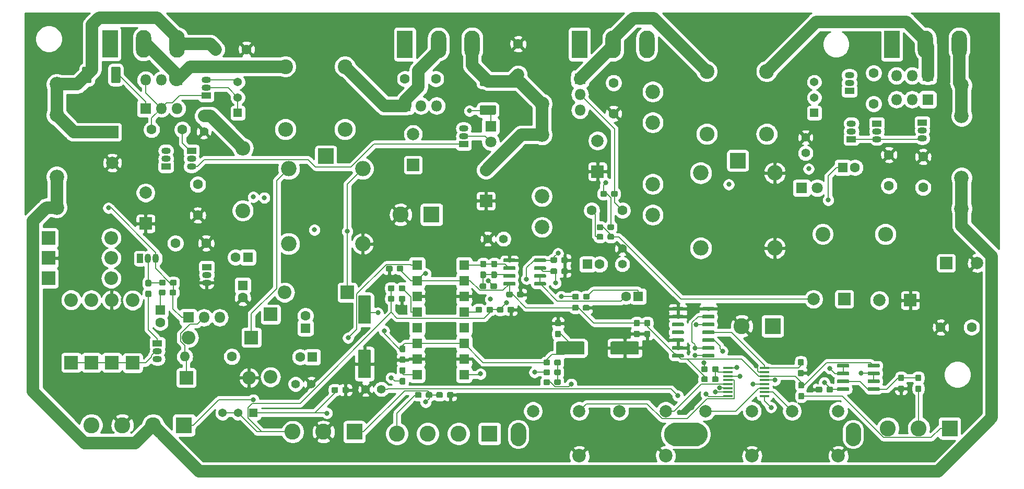
<source format=gtl>
G04 #@! TF.GenerationSoftware,KiCad,Pcbnew,(5.1.4)-1*
G04 #@! TF.CreationDate,2020-04-06T11:46:23-04:00*
G04 #@! TF.ProjectId,AAMB,41414d42-2e6b-4696-9361-645f70636258,rev?*
G04 #@! TF.SameCoordinates,Original*
G04 #@! TF.FileFunction,Copper,L1,Top*
G04 #@! TF.FilePolarity,Positive*
%FSLAX46Y46*%
G04 Gerber Fmt 4.6, Leading zero omitted, Abs format (unit mm)*
G04 Created by KiCad (PCBNEW (5.1.4)-1) date 2020-04-06 11:46:23*
%MOMM*%
%LPD*%
G04 APERTURE LIST*
%ADD10C,0.002000*%
%ADD11C,1.600000*%
%ADD12R,1.600000X1.600000*%
%ADD13C,0.100000*%
%ADD14C,0.950000*%
%ADD15C,2.000000*%
%ADD16R,2.000000X2.000000*%
%ADD17R,2.600000X2.600000*%
%ADD18C,2.600000*%
%ADD19R,2.500000X2.500000*%
%ADD20O,2.500000X2.500000*%
%ADD21R,1.500000X1.050000*%
%ADD22O,1.500000X1.050000*%
%ADD23R,1.050000X1.500000*%
%ADD24O,1.050000X1.500000*%
%ADD25R,1.800000X1.800000*%
%ADD26O,1.800000X1.800000*%
%ADD27R,2.500000X4.500000*%
%ADD28O,2.500000X4.500000*%
%ADD29R,2.200000X2.200000*%
%ADD30O,2.200000X2.200000*%
%ADD31C,1.800000*%
%ADD32C,2.350000*%
%ADD33O,1.600000X1.600000*%
%ADD34O,2.400000X2.400000*%
%ADD35C,2.400000*%
%ADD36C,0.600000*%
%ADD37R,1.500000X0.450000*%
%ADD38R,1.371600X1.371600*%
%ADD39C,1.371600*%
%ADD40C,1.525000*%
%ADD41C,1.400000*%
%ADD42C,2.100000*%
%ADD43C,2.200000*%
%ADD44C,3.700000*%
%ADD45C,0.800000*%
%ADD46C,0.200000*%
%ADD47C,2.000000*%
%ADD48C,0.254000*%
G04 APERTURE END LIST*
D10*
G36*
X192829000Y-129439000D02*
G01*
X192844000Y-129627000D01*
X192888000Y-129810000D01*
X192960000Y-129983000D01*
X193058000Y-130144000D01*
X193180000Y-130287000D01*
X193323000Y-130409000D01*
X193484000Y-130507000D01*
X193657000Y-130579000D01*
X193840000Y-130623000D01*
X194028000Y-130638000D01*
X194216000Y-130623000D01*
X194399000Y-130579000D01*
X194572000Y-130507000D01*
X194733000Y-130409000D01*
X194876000Y-130287000D01*
X194998000Y-130144000D01*
X195096000Y-129983000D01*
X195168000Y-129810000D01*
X195212000Y-129627000D01*
X195227000Y-129439000D01*
X195227000Y-128139000D01*
X195212000Y-127951000D01*
X195168000Y-127768000D01*
X195096000Y-127595000D01*
X194998000Y-127434000D01*
X194876000Y-127291000D01*
X194733000Y-127169000D01*
X194572000Y-127071000D01*
X194399000Y-126999000D01*
X194216000Y-126955000D01*
X194028000Y-126940000D01*
X193840000Y-126955000D01*
X193657000Y-126999000D01*
X193484000Y-127071000D01*
X193323000Y-127169000D01*
X193180000Y-127291000D01*
X193058000Y-127434000D01*
X192960000Y-127595000D01*
X192888000Y-127768000D01*
X192844000Y-127951000D01*
X192829000Y-128139000D01*
X192829000Y-129439000D01*
G37*
X192829000Y-129439000D02*
X192844000Y-129627000D01*
X192888000Y-129810000D01*
X192960000Y-129983000D01*
X193058000Y-130144000D01*
X193180000Y-130287000D01*
X193323000Y-130409000D01*
X193484000Y-130507000D01*
X193657000Y-130579000D01*
X193840000Y-130623000D01*
X194028000Y-130638000D01*
X194216000Y-130623000D01*
X194399000Y-130579000D01*
X194572000Y-130507000D01*
X194733000Y-130409000D01*
X194876000Y-130287000D01*
X194998000Y-130144000D01*
X195096000Y-129983000D01*
X195168000Y-129810000D01*
X195212000Y-129627000D01*
X195227000Y-129439000D01*
X195227000Y-128139000D01*
X195212000Y-127951000D01*
X195168000Y-127768000D01*
X195096000Y-127595000D01*
X194998000Y-127434000D01*
X194876000Y-127291000D01*
X194733000Y-127169000D01*
X194572000Y-127071000D01*
X194399000Y-126999000D01*
X194216000Y-126955000D01*
X194028000Y-126940000D01*
X193840000Y-126955000D01*
X193657000Y-126999000D01*
X193484000Y-127071000D01*
X193323000Y-127169000D01*
X193180000Y-127291000D01*
X193058000Y-127434000D01*
X192960000Y-127595000D01*
X192888000Y-127768000D01*
X192844000Y-127951000D01*
X192829000Y-128139000D01*
X192829000Y-129439000D01*
G36*
X138529000Y-129439000D02*
G01*
X138544000Y-129627000D01*
X138588000Y-129810000D01*
X138660000Y-129983000D01*
X138758000Y-130144000D01*
X138880000Y-130287000D01*
X139023000Y-130409000D01*
X139184000Y-130507000D01*
X139357000Y-130579000D01*
X139540000Y-130623000D01*
X139728000Y-130638000D01*
X139916000Y-130623000D01*
X140099000Y-130579000D01*
X140272000Y-130507000D01*
X140433000Y-130409000D01*
X140576000Y-130287000D01*
X140698000Y-130144000D01*
X140796000Y-129983000D01*
X140868000Y-129810000D01*
X140912000Y-129627000D01*
X140927000Y-129439000D01*
X140927000Y-128139000D01*
X140912000Y-127951000D01*
X140868000Y-127768000D01*
X140796000Y-127595000D01*
X140698000Y-127434000D01*
X140576000Y-127291000D01*
X140433000Y-127169000D01*
X140272000Y-127071000D01*
X140099000Y-126999000D01*
X139916000Y-126955000D01*
X139728000Y-126940000D01*
X139540000Y-126955000D01*
X139357000Y-126999000D01*
X139184000Y-127071000D01*
X139023000Y-127169000D01*
X138880000Y-127291000D01*
X138758000Y-127434000D01*
X138660000Y-127595000D01*
X138588000Y-127768000D01*
X138544000Y-127951000D01*
X138529000Y-128139000D01*
X138529000Y-129439000D01*
G37*
X138529000Y-129439000D02*
X138544000Y-129627000D01*
X138588000Y-129810000D01*
X138660000Y-129983000D01*
X138758000Y-130144000D01*
X138880000Y-130287000D01*
X139023000Y-130409000D01*
X139184000Y-130507000D01*
X139357000Y-130579000D01*
X139540000Y-130623000D01*
X139728000Y-130638000D01*
X139916000Y-130623000D01*
X140099000Y-130579000D01*
X140272000Y-130507000D01*
X140433000Y-130409000D01*
X140576000Y-130287000D01*
X140698000Y-130144000D01*
X140796000Y-129983000D01*
X140868000Y-129810000D01*
X140912000Y-129627000D01*
X140927000Y-129439000D01*
X140927000Y-128139000D01*
X140912000Y-127951000D01*
X140868000Y-127768000D01*
X140796000Y-127595000D01*
X140698000Y-127434000D01*
X140576000Y-127291000D01*
X140433000Y-127169000D01*
X140272000Y-127071000D01*
X140099000Y-126999000D01*
X139916000Y-126955000D01*
X139728000Y-126940000D01*
X139540000Y-126955000D01*
X139357000Y-126999000D01*
X139184000Y-127071000D01*
X139023000Y-127169000D01*
X138880000Y-127291000D01*
X138758000Y-127434000D01*
X138660000Y-127595000D01*
X138588000Y-127768000D01*
X138544000Y-127951000D01*
X138529000Y-128139000D01*
X138529000Y-129439000D01*
G36*
X165228000Y-126940000D02*
G01*
X164939000Y-126963000D01*
X164657000Y-127030000D01*
X164389000Y-127142000D01*
X164141000Y-127293000D01*
X163921000Y-127482000D01*
X163732000Y-127702000D01*
X163581000Y-127950000D01*
X163469000Y-128218000D01*
X163402000Y-128500000D01*
X163379000Y-128789000D01*
X163402000Y-129078000D01*
X163469000Y-129360000D01*
X163581000Y-129628000D01*
X163732000Y-129876000D01*
X163921000Y-130096000D01*
X164141000Y-130285000D01*
X164389000Y-130436000D01*
X164657000Y-130548000D01*
X164939000Y-130615000D01*
X165228000Y-130638000D01*
X168528000Y-130638000D01*
X168817000Y-130615000D01*
X169099000Y-130548000D01*
X169367000Y-130436000D01*
X169615000Y-130285000D01*
X169835000Y-130096000D01*
X170024000Y-129876000D01*
X170175000Y-129628000D01*
X170287000Y-129360000D01*
X170354000Y-129078000D01*
X170377000Y-128789000D01*
X170354000Y-128500000D01*
X170287000Y-128218000D01*
X170175000Y-127950000D01*
X170024000Y-127702000D01*
X169835000Y-127482000D01*
X169615000Y-127293000D01*
X169367000Y-127142000D01*
X169099000Y-127030000D01*
X168817000Y-126963000D01*
X168528000Y-126940000D01*
X165228000Y-126940000D01*
G37*
X165228000Y-126940000D02*
X164939000Y-126963000D01*
X164657000Y-127030000D01*
X164389000Y-127142000D01*
X164141000Y-127293000D01*
X163921000Y-127482000D01*
X163732000Y-127702000D01*
X163581000Y-127950000D01*
X163469000Y-128218000D01*
X163402000Y-128500000D01*
X163379000Y-128789000D01*
X163402000Y-129078000D01*
X163469000Y-129360000D01*
X163581000Y-129628000D01*
X163732000Y-129876000D01*
X163921000Y-130096000D01*
X164141000Y-130285000D01*
X164389000Y-130436000D01*
X164657000Y-130548000D01*
X164939000Y-130615000D01*
X165228000Y-130638000D01*
X168528000Y-130638000D01*
X168817000Y-130615000D01*
X169099000Y-130548000D01*
X169367000Y-130436000D01*
X169615000Y-130285000D01*
X169835000Y-130096000D01*
X170024000Y-129876000D01*
X170175000Y-129628000D01*
X170287000Y-129360000D01*
X170354000Y-129078000D01*
X170377000Y-128789000D01*
X170354000Y-128500000D01*
X170287000Y-128218000D01*
X170175000Y-127950000D01*
X170024000Y-127702000D01*
X169835000Y-127482000D01*
X169615000Y-127293000D01*
X169367000Y-127142000D01*
X169099000Y-127030000D01*
X168817000Y-126963000D01*
X168528000Y-126940000D01*
X165228000Y-126940000D01*
D11*
X152940000Y-101219000D03*
D12*
X150940000Y-101219000D03*
D11*
X104362000Y-116268000D03*
D12*
X106362000Y-116268000D03*
D13*
G36*
X160915779Y-110234144D02*
G01*
X160938834Y-110237563D01*
X160961443Y-110243227D01*
X160983387Y-110251079D01*
X161004457Y-110261044D01*
X161024448Y-110273026D01*
X161043168Y-110286910D01*
X161060438Y-110302562D01*
X161076090Y-110319832D01*
X161089974Y-110338552D01*
X161101956Y-110358543D01*
X161111921Y-110379613D01*
X161119773Y-110401557D01*
X161125437Y-110424166D01*
X161128856Y-110447221D01*
X161130000Y-110470500D01*
X161130000Y-111045500D01*
X161128856Y-111068779D01*
X161125437Y-111091834D01*
X161119773Y-111114443D01*
X161111921Y-111136387D01*
X161101956Y-111157457D01*
X161089974Y-111177448D01*
X161076090Y-111196168D01*
X161060438Y-111213438D01*
X161043168Y-111229090D01*
X161024448Y-111242974D01*
X161004457Y-111254956D01*
X160983387Y-111264921D01*
X160961443Y-111272773D01*
X160938834Y-111278437D01*
X160915779Y-111281856D01*
X160892500Y-111283000D01*
X160417500Y-111283000D01*
X160394221Y-111281856D01*
X160371166Y-111278437D01*
X160348557Y-111272773D01*
X160326613Y-111264921D01*
X160305543Y-111254956D01*
X160285552Y-111242974D01*
X160266832Y-111229090D01*
X160249562Y-111213438D01*
X160233910Y-111196168D01*
X160220026Y-111177448D01*
X160208044Y-111157457D01*
X160198079Y-111136387D01*
X160190227Y-111114443D01*
X160184563Y-111091834D01*
X160181144Y-111068779D01*
X160180000Y-111045500D01*
X160180000Y-110470500D01*
X160181144Y-110447221D01*
X160184563Y-110424166D01*
X160190227Y-110401557D01*
X160198079Y-110379613D01*
X160208044Y-110358543D01*
X160220026Y-110338552D01*
X160233910Y-110319832D01*
X160249562Y-110302562D01*
X160266832Y-110286910D01*
X160285552Y-110273026D01*
X160305543Y-110261044D01*
X160326613Y-110251079D01*
X160348557Y-110243227D01*
X160371166Y-110237563D01*
X160394221Y-110234144D01*
X160417500Y-110233000D01*
X160892500Y-110233000D01*
X160915779Y-110234144D01*
X160915779Y-110234144D01*
G37*
D14*
X160655000Y-110758000D03*
D13*
G36*
X160915779Y-111984144D02*
G01*
X160938834Y-111987563D01*
X160961443Y-111993227D01*
X160983387Y-112001079D01*
X161004457Y-112011044D01*
X161024448Y-112023026D01*
X161043168Y-112036910D01*
X161060438Y-112052562D01*
X161076090Y-112069832D01*
X161089974Y-112088552D01*
X161101956Y-112108543D01*
X161111921Y-112129613D01*
X161119773Y-112151557D01*
X161125437Y-112174166D01*
X161128856Y-112197221D01*
X161130000Y-112220500D01*
X161130000Y-112795500D01*
X161128856Y-112818779D01*
X161125437Y-112841834D01*
X161119773Y-112864443D01*
X161111921Y-112886387D01*
X161101956Y-112907457D01*
X161089974Y-112927448D01*
X161076090Y-112946168D01*
X161060438Y-112963438D01*
X161043168Y-112979090D01*
X161024448Y-112992974D01*
X161004457Y-113004956D01*
X160983387Y-113014921D01*
X160961443Y-113022773D01*
X160938834Y-113028437D01*
X160915779Y-113031856D01*
X160892500Y-113033000D01*
X160417500Y-113033000D01*
X160394221Y-113031856D01*
X160371166Y-113028437D01*
X160348557Y-113022773D01*
X160326613Y-113014921D01*
X160305543Y-113004956D01*
X160285552Y-112992974D01*
X160266832Y-112979090D01*
X160249562Y-112963438D01*
X160233910Y-112946168D01*
X160220026Y-112927448D01*
X160208044Y-112907457D01*
X160198079Y-112886387D01*
X160190227Y-112864443D01*
X160184563Y-112841834D01*
X160181144Y-112818779D01*
X160180000Y-112795500D01*
X160180000Y-112220500D01*
X160181144Y-112197221D01*
X160184563Y-112174166D01*
X160190227Y-112151557D01*
X160198079Y-112129613D01*
X160208044Y-112108543D01*
X160220026Y-112088552D01*
X160233910Y-112069832D01*
X160249562Y-112052562D01*
X160266832Y-112036910D01*
X160285552Y-112023026D01*
X160305543Y-112011044D01*
X160326613Y-112001079D01*
X160348557Y-111993227D01*
X160371166Y-111987563D01*
X160394221Y-111984144D01*
X160417500Y-111983000D01*
X160892500Y-111983000D01*
X160915779Y-111984144D01*
X160915779Y-111984144D01*
G37*
D14*
X160655000Y-112508000D03*
D13*
G36*
X190556779Y-121065144D02*
G01*
X190579834Y-121068563D01*
X190602443Y-121074227D01*
X190624387Y-121082079D01*
X190645457Y-121092044D01*
X190665448Y-121104026D01*
X190684168Y-121117910D01*
X190701438Y-121133562D01*
X190717090Y-121150832D01*
X190730974Y-121169552D01*
X190742956Y-121189543D01*
X190752921Y-121210613D01*
X190760773Y-121232557D01*
X190766437Y-121255166D01*
X190769856Y-121278221D01*
X190771000Y-121301500D01*
X190771000Y-121776500D01*
X190769856Y-121799779D01*
X190766437Y-121822834D01*
X190760773Y-121845443D01*
X190752921Y-121867387D01*
X190742956Y-121888457D01*
X190730974Y-121908448D01*
X190717090Y-121927168D01*
X190701438Y-121944438D01*
X190684168Y-121960090D01*
X190665448Y-121973974D01*
X190645457Y-121985956D01*
X190624387Y-121995921D01*
X190602443Y-122003773D01*
X190579834Y-122009437D01*
X190556779Y-122012856D01*
X190533500Y-122014000D01*
X189958500Y-122014000D01*
X189935221Y-122012856D01*
X189912166Y-122009437D01*
X189889557Y-122003773D01*
X189867613Y-121995921D01*
X189846543Y-121985956D01*
X189826552Y-121973974D01*
X189807832Y-121960090D01*
X189790562Y-121944438D01*
X189774910Y-121927168D01*
X189761026Y-121908448D01*
X189749044Y-121888457D01*
X189739079Y-121867387D01*
X189731227Y-121845443D01*
X189725563Y-121822834D01*
X189722144Y-121799779D01*
X189721000Y-121776500D01*
X189721000Y-121301500D01*
X189722144Y-121278221D01*
X189725563Y-121255166D01*
X189731227Y-121232557D01*
X189739079Y-121210613D01*
X189749044Y-121189543D01*
X189761026Y-121169552D01*
X189774910Y-121150832D01*
X189790562Y-121133562D01*
X189807832Y-121117910D01*
X189826552Y-121104026D01*
X189846543Y-121092044D01*
X189867613Y-121082079D01*
X189889557Y-121074227D01*
X189912166Y-121068563D01*
X189935221Y-121065144D01*
X189958500Y-121064000D01*
X190533500Y-121064000D01*
X190556779Y-121065144D01*
X190556779Y-121065144D01*
G37*
D14*
X190246000Y-121539000D03*
D13*
G36*
X188806779Y-121065144D02*
G01*
X188829834Y-121068563D01*
X188852443Y-121074227D01*
X188874387Y-121082079D01*
X188895457Y-121092044D01*
X188915448Y-121104026D01*
X188934168Y-121117910D01*
X188951438Y-121133562D01*
X188967090Y-121150832D01*
X188980974Y-121169552D01*
X188992956Y-121189543D01*
X189002921Y-121210613D01*
X189010773Y-121232557D01*
X189016437Y-121255166D01*
X189019856Y-121278221D01*
X189021000Y-121301500D01*
X189021000Y-121776500D01*
X189019856Y-121799779D01*
X189016437Y-121822834D01*
X189010773Y-121845443D01*
X189002921Y-121867387D01*
X188992956Y-121888457D01*
X188980974Y-121908448D01*
X188967090Y-121927168D01*
X188951438Y-121944438D01*
X188934168Y-121960090D01*
X188915448Y-121973974D01*
X188895457Y-121985956D01*
X188874387Y-121995921D01*
X188852443Y-122003773D01*
X188829834Y-122009437D01*
X188806779Y-122012856D01*
X188783500Y-122014000D01*
X188208500Y-122014000D01*
X188185221Y-122012856D01*
X188162166Y-122009437D01*
X188139557Y-122003773D01*
X188117613Y-121995921D01*
X188096543Y-121985956D01*
X188076552Y-121973974D01*
X188057832Y-121960090D01*
X188040562Y-121944438D01*
X188024910Y-121927168D01*
X188011026Y-121908448D01*
X187999044Y-121888457D01*
X187989079Y-121867387D01*
X187981227Y-121845443D01*
X187975563Y-121822834D01*
X187972144Y-121799779D01*
X187971000Y-121776500D01*
X187971000Y-121301500D01*
X187972144Y-121278221D01*
X187975563Y-121255166D01*
X187981227Y-121232557D01*
X187989079Y-121210613D01*
X187999044Y-121189543D01*
X188011026Y-121169552D01*
X188024910Y-121150832D01*
X188040562Y-121133562D01*
X188057832Y-121117910D01*
X188076552Y-121104026D01*
X188096543Y-121092044D01*
X188117613Y-121082079D01*
X188139557Y-121074227D01*
X188162166Y-121068563D01*
X188185221Y-121065144D01*
X188208500Y-121064000D01*
X188783500Y-121064000D01*
X188806779Y-121065144D01*
X188806779Y-121065144D01*
G37*
D14*
X188496000Y-121539000D03*
D13*
G36*
X138627779Y-105634144D02*
G01*
X138650834Y-105637563D01*
X138673443Y-105643227D01*
X138695387Y-105651079D01*
X138716457Y-105661044D01*
X138736448Y-105673026D01*
X138755168Y-105686910D01*
X138772438Y-105702562D01*
X138788090Y-105719832D01*
X138801974Y-105738552D01*
X138813956Y-105758543D01*
X138823921Y-105779613D01*
X138831773Y-105801557D01*
X138837437Y-105824166D01*
X138840856Y-105847221D01*
X138842000Y-105870500D01*
X138842000Y-106345500D01*
X138840856Y-106368779D01*
X138837437Y-106391834D01*
X138831773Y-106414443D01*
X138823921Y-106436387D01*
X138813956Y-106457457D01*
X138801974Y-106477448D01*
X138788090Y-106496168D01*
X138772438Y-106513438D01*
X138755168Y-106529090D01*
X138736448Y-106542974D01*
X138716457Y-106554956D01*
X138695387Y-106564921D01*
X138673443Y-106572773D01*
X138650834Y-106578437D01*
X138627779Y-106581856D01*
X138604500Y-106583000D01*
X138029500Y-106583000D01*
X138006221Y-106581856D01*
X137983166Y-106578437D01*
X137960557Y-106572773D01*
X137938613Y-106564921D01*
X137917543Y-106554956D01*
X137897552Y-106542974D01*
X137878832Y-106529090D01*
X137861562Y-106513438D01*
X137845910Y-106496168D01*
X137832026Y-106477448D01*
X137820044Y-106457457D01*
X137810079Y-106436387D01*
X137802227Y-106414443D01*
X137796563Y-106391834D01*
X137793144Y-106368779D01*
X137792000Y-106345500D01*
X137792000Y-105870500D01*
X137793144Y-105847221D01*
X137796563Y-105824166D01*
X137802227Y-105801557D01*
X137810079Y-105779613D01*
X137820044Y-105758543D01*
X137832026Y-105738552D01*
X137845910Y-105719832D01*
X137861562Y-105702562D01*
X137878832Y-105686910D01*
X137897552Y-105673026D01*
X137917543Y-105661044D01*
X137938613Y-105651079D01*
X137960557Y-105643227D01*
X137983166Y-105637563D01*
X138006221Y-105634144D01*
X138029500Y-105633000D01*
X138604500Y-105633000D01*
X138627779Y-105634144D01*
X138627779Y-105634144D01*
G37*
D14*
X138317000Y-106108000D03*
D13*
G36*
X140377779Y-105634144D02*
G01*
X140400834Y-105637563D01*
X140423443Y-105643227D01*
X140445387Y-105651079D01*
X140466457Y-105661044D01*
X140486448Y-105673026D01*
X140505168Y-105686910D01*
X140522438Y-105702562D01*
X140538090Y-105719832D01*
X140551974Y-105738552D01*
X140563956Y-105758543D01*
X140573921Y-105779613D01*
X140581773Y-105801557D01*
X140587437Y-105824166D01*
X140590856Y-105847221D01*
X140592000Y-105870500D01*
X140592000Y-106345500D01*
X140590856Y-106368779D01*
X140587437Y-106391834D01*
X140581773Y-106414443D01*
X140573921Y-106436387D01*
X140563956Y-106457457D01*
X140551974Y-106477448D01*
X140538090Y-106496168D01*
X140522438Y-106513438D01*
X140505168Y-106529090D01*
X140486448Y-106542974D01*
X140466457Y-106554956D01*
X140445387Y-106564921D01*
X140423443Y-106572773D01*
X140400834Y-106578437D01*
X140377779Y-106581856D01*
X140354500Y-106583000D01*
X139779500Y-106583000D01*
X139756221Y-106581856D01*
X139733166Y-106578437D01*
X139710557Y-106572773D01*
X139688613Y-106564921D01*
X139667543Y-106554956D01*
X139647552Y-106542974D01*
X139628832Y-106529090D01*
X139611562Y-106513438D01*
X139595910Y-106496168D01*
X139582026Y-106477448D01*
X139570044Y-106457457D01*
X139560079Y-106436387D01*
X139552227Y-106414443D01*
X139546563Y-106391834D01*
X139543144Y-106368779D01*
X139542000Y-106345500D01*
X139542000Y-105870500D01*
X139543144Y-105847221D01*
X139546563Y-105824166D01*
X139552227Y-105801557D01*
X139560079Y-105779613D01*
X139570044Y-105758543D01*
X139582026Y-105738552D01*
X139595910Y-105719832D01*
X139611562Y-105702562D01*
X139628832Y-105686910D01*
X139647552Y-105673026D01*
X139667543Y-105661044D01*
X139688613Y-105651079D01*
X139710557Y-105643227D01*
X139733166Y-105637563D01*
X139756221Y-105634144D01*
X139779500Y-105633000D01*
X140354500Y-105633000D01*
X140377779Y-105634144D01*
X140377779Y-105634144D01*
G37*
D14*
X140067000Y-106108000D03*
D13*
G36*
X145803779Y-100046144D02*
G01*
X145826834Y-100049563D01*
X145849443Y-100055227D01*
X145871387Y-100063079D01*
X145892457Y-100073044D01*
X145912448Y-100085026D01*
X145931168Y-100098910D01*
X145948438Y-100114562D01*
X145964090Y-100131832D01*
X145977974Y-100150552D01*
X145989956Y-100170543D01*
X145999921Y-100191613D01*
X146007773Y-100213557D01*
X146013437Y-100236166D01*
X146016856Y-100259221D01*
X146018000Y-100282500D01*
X146018000Y-100757500D01*
X146016856Y-100780779D01*
X146013437Y-100803834D01*
X146007773Y-100826443D01*
X145999921Y-100848387D01*
X145989956Y-100869457D01*
X145977974Y-100889448D01*
X145964090Y-100908168D01*
X145948438Y-100925438D01*
X145931168Y-100941090D01*
X145912448Y-100954974D01*
X145892457Y-100966956D01*
X145871387Y-100976921D01*
X145849443Y-100984773D01*
X145826834Y-100990437D01*
X145803779Y-100993856D01*
X145780500Y-100995000D01*
X145205500Y-100995000D01*
X145182221Y-100993856D01*
X145159166Y-100990437D01*
X145136557Y-100984773D01*
X145114613Y-100976921D01*
X145093543Y-100966956D01*
X145073552Y-100954974D01*
X145054832Y-100941090D01*
X145037562Y-100925438D01*
X145021910Y-100908168D01*
X145008026Y-100889448D01*
X144996044Y-100869457D01*
X144986079Y-100848387D01*
X144978227Y-100826443D01*
X144972563Y-100803834D01*
X144969144Y-100780779D01*
X144968000Y-100757500D01*
X144968000Y-100282500D01*
X144969144Y-100259221D01*
X144972563Y-100236166D01*
X144978227Y-100213557D01*
X144986079Y-100191613D01*
X144996044Y-100170543D01*
X145008026Y-100150552D01*
X145021910Y-100131832D01*
X145037562Y-100114562D01*
X145054832Y-100098910D01*
X145073552Y-100085026D01*
X145093543Y-100073044D01*
X145114613Y-100063079D01*
X145136557Y-100055227D01*
X145159166Y-100049563D01*
X145182221Y-100046144D01*
X145205500Y-100045000D01*
X145780500Y-100045000D01*
X145803779Y-100046144D01*
X145803779Y-100046144D01*
G37*
D14*
X145493000Y-100520000D03*
D13*
G36*
X147553779Y-100046144D02*
G01*
X147576834Y-100049563D01*
X147599443Y-100055227D01*
X147621387Y-100063079D01*
X147642457Y-100073044D01*
X147662448Y-100085026D01*
X147681168Y-100098910D01*
X147698438Y-100114562D01*
X147714090Y-100131832D01*
X147727974Y-100150552D01*
X147739956Y-100170543D01*
X147749921Y-100191613D01*
X147757773Y-100213557D01*
X147763437Y-100236166D01*
X147766856Y-100259221D01*
X147768000Y-100282500D01*
X147768000Y-100757500D01*
X147766856Y-100780779D01*
X147763437Y-100803834D01*
X147757773Y-100826443D01*
X147749921Y-100848387D01*
X147739956Y-100869457D01*
X147727974Y-100889448D01*
X147714090Y-100908168D01*
X147698438Y-100925438D01*
X147681168Y-100941090D01*
X147662448Y-100954974D01*
X147642457Y-100966956D01*
X147621387Y-100976921D01*
X147599443Y-100984773D01*
X147576834Y-100990437D01*
X147553779Y-100993856D01*
X147530500Y-100995000D01*
X146955500Y-100995000D01*
X146932221Y-100993856D01*
X146909166Y-100990437D01*
X146886557Y-100984773D01*
X146864613Y-100976921D01*
X146843543Y-100966956D01*
X146823552Y-100954974D01*
X146804832Y-100941090D01*
X146787562Y-100925438D01*
X146771910Y-100908168D01*
X146758026Y-100889448D01*
X146746044Y-100869457D01*
X146736079Y-100848387D01*
X146728227Y-100826443D01*
X146722563Y-100803834D01*
X146719144Y-100780779D01*
X146718000Y-100757500D01*
X146718000Y-100282500D01*
X146719144Y-100259221D01*
X146722563Y-100236166D01*
X146728227Y-100213557D01*
X146736079Y-100191613D01*
X146746044Y-100170543D01*
X146758026Y-100150552D01*
X146771910Y-100131832D01*
X146787562Y-100114562D01*
X146804832Y-100098910D01*
X146823552Y-100085026D01*
X146843543Y-100073044D01*
X146864613Y-100063079D01*
X146886557Y-100055227D01*
X146909166Y-100049563D01*
X146932221Y-100046144D01*
X146955500Y-100045000D01*
X147530500Y-100045000D01*
X147553779Y-100046144D01*
X147553779Y-100046144D01*
G37*
D14*
X147243000Y-100520000D03*
D13*
G36*
X120883779Y-101444144D02*
G01*
X120906834Y-101447563D01*
X120929443Y-101453227D01*
X120951387Y-101461079D01*
X120972457Y-101471044D01*
X120992448Y-101483026D01*
X121011168Y-101496910D01*
X121028438Y-101512562D01*
X121044090Y-101529832D01*
X121057974Y-101548552D01*
X121069956Y-101568543D01*
X121079921Y-101589613D01*
X121087773Y-101611557D01*
X121093437Y-101634166D01*
X121096856Y-101657221D01*
X121098000Y-101680500D01*
X121098000Y-102155500D01*
X121096856Y-102178779D01*
X121093437Y-102201834D01*
X121087773Y-102224443D01*
X121079921Y-102246387D01*
X121069956Y-102267457D01*
X121057974Y-102287448D01*
X121044090Y-102306168D01*
X121028438Y-102323438D01*
X121011168Y-102339090D01*
X120992448Y-102352974D01*
X120972457Y-102364956D01*
X120951387Y-102374921D01*
X120929443Y-102382773D01*
X120906834Y-102388437D01*
X120883779Y-102391856D01*
X120860500Y-102393000D01*
X120285500Y-102393000D01*
X120262221Y-102391856D01*
X120239166Y-102388437D01*
X120216557Y-102382773D01*
X120194613Y-102374921D01*
X120173543Y-102364956D01*
X120153552Y-102352974D01*
X120134832Y-102339090D01*
X120117562Y-102323438D01*
X120101910Y-102306168D01*
X120088026Y-102287448D01*
X120076044Y-102267457D01*
X120066079Y-102246387D01*
X120058227Y-102224443D01*
X120052563Y-102201834D01*
X120049144Y-102178779D01*
X120048000Y-102155500D01*
X120048000Y-101680500D01*
X120049144Y-101657221D01*
X120052563Y-101634166D01*
X120058227Y-101611557D01*
X120066079Y-101589613D01*
X120076044Y-101568543D01*
X120088026Y-101548552D01*
X120101910Y-101529832D01*
X120117562Y-101512562D01*
X120134832Y-101496910D01*
X120153552Y-101483026D01*
X120173543Y-101471044D01*
X120194613Y-101461079D01*
X120216557Y-101453227D01*
X120239166Y-101447563D01*
X120262221Y-101444144D01*
X120285500Y-101443000D01*
X120860500Y-101443000D01*
X120883779Y-101444144D01*
X120883779Y-101444144D01*
G37*
D14*
X120573000Y-101918000D03*
D13*
G36*
X119133779Y-101444144D02*
G01*
X119156834Y-101447563D01*
X119179443Y-101453227D01*
X119201387Y-101461079D01*
X119222457Y-101471044D01*
X119242448Y-101483026D01*
X119261168Y-101496910D01*
X119278438Y-101512562D01*
X119294090Y-101529832D01*
X119307974Y-101548552D01*
X119319956Y-101568543D01*
X119329921Y-101589613D01*
X119337773Y-101611557D01*
X119343437Y-101634166D01*
X119346856Y-101657221D01*
X119348000Y-101680500D01*
X119348000Y-102155500D01*
X119346856Y-102178779D01*
X119343437Y-102201834D01*
X119337773Y-102224443D01*
X119329921Y-102246387D01*
X119319956Y-102267457D01*
X119307974Y-102287448D01*
X119294090Y-102306168D01*
X119278438Y-102323438D01*
X119261168Y-102339090D01*
X119242448Y-102352974D01*
X119222457Y-102364956D01*
X119201387Y-102374921D01*
X119179443Y-102382773D01*
X119156834Y-102388437D01*
X119133779Y-102391856D01*
X119110500Y-102393000D01*
X118535500Y-102393000D01*
X118512221Y-102391856D01*
X118489166Y-102388437D01*
X118466557Y-102382773D01*
X118444613Y-102374921D01*
X118423543Y-102364956D01*
X118403552Y-102352974D01*
X118384832Y-102339090D01*
X118367562Y-102323438D01*
X118351910Y-102306168D01*
X118338026Y-102287448D01*
X118326044Y-102267457D01*
X118316079Y-102246387D01*
X118308227Y-102224443D01*
X118302563Y-102201834D01*
X118299144Y-102178779D01*
X118298000Y-102155500D01*
X118298000Y-101680500D01*
X118299144Y-101657221D01*
X118302563Y-101634166D01*
X118308227Y-101611557D01*
X118316079Y-101589613D01*
X118326044Y-101568543D01*
X118338026Y-101548552D01*
X118351910Y-101529832D01*
X118367562Y-101512562D01*
X118384832Y-101496910D01*
X118403552Y-101483026D01*
X118423543Y-101471044D01*
X118444613Y-101461079D01*
X118466557Y-101453227D01*
X118489166Y-101447563D01*
X118512221Y-101444144D01*
X118535500Y-101443000D01*
X119110500Y-101443000D01*
X119133779Y-101444144D01*
X119133779Y-101444144D01*
G37*
D14*
X118823000Y-101918000D03*
D13*
G36*
X119450779Y-106333144D02*
G01*
X119473834Y-106336563D01*
X119496443Y-106342227D01*
X119518387Y-106350079D01*
X119539457Y-106360044D01*
X119559448Y-106372026D01*
X119578168Y-106385910D01*
X119595438Y-106401562D01*
X119611090Y-106418832D01*
X119624974Y-106437552D01*
X119636956Y-106457543D01*
X119646921Y-106478613D01*
X119654773Y-106500557D01*
X119660437Y-106523166D01*
X119663856Y-106546221D01*
X119665000Y-106569500D01*
X119665000Y-107044500D01*
X119663856Y-107067779D01*
X119660437Y-107090834D01*
X119654773Y-107113443D01*
X119646921Y-107135387D01*
X119636956Y-107156457D01*
X119624974Y-107176448D01*
X119611090Y-107195168D01*
X119595438Y-107212438D01*
X119578168Y-107228090D01*
X119559448Y-107241974D01*
X119539457Y-107253956D01*
X119518387Y-107263921D01*
X119496443Y-107271773D01*
X119473834Y-107277437D01*
X119450779Y-107280856D01*
X119427500Y-107282000D01*
X118852500Y-107282000D01*
X118829221Y-107280856D01*
X118806166Y-107277437D01*
X118783557Y-107271773D01*
X118761613Y-107263921D01*
X118740543Y-107253956D01*
X118720552Y-107241974D01*
X118701832Y-107228090D01*
X118684562Y-107212438D01*
X118668910Y-107195168D01*
X118655026Y-107176448D01*
X118643044Y-107156457D01*
X118633079Y-107135387D01*
X118625227Y-107113443D01*
X118619563Y-107090834D01*
X118616144Y-107067779D01*
X118615000Y-107044500D01*
X118615000Y-106569500D01*
X118616144Y-106546221D01*
X118619563Y-106523166D01*
X118625227Y-106500557D01*
X118633079Y-106478613D01*
X118643044Y-106457543D01*
X118655026Y-106437552D01*
X118668910Y-106418832D01*
X118684562Y-106401562D01*
X118701832Y-106385910D01*
X118720552Y-106372026D01*
X118740543Y-106360044D01*
X118761613Y-106350079D01*
X118783557Y-106342227D01*
X118806166Y-106336563D01*
X118829221Y-106333144D01*
X118852500Y-106332000D01*
X119427500Y-106332000D01*
X119450779Y-106333144D01*
X119450779Y-106333144D01*
G37*
D14*
X119140000Y-106807000D03*
D13*
G36*
X121200779Y-106333144D02*
G01*
X121223834Y-106336563D01*
X121246443Y-106342227D01*
X121268387Y-106350079D01*
X121289457Y-106360044D01*
X121309448Y-106372026D01*
X121328168Y-106385910D01*
X121345438Y-106401562D01*
X121361090Y-106418832D01*
X121374974Y-106437552D01*
X121386956Y-106457543D01*
X121396921Y-106478613D01*
X121404773Y-106500557D01*
X121410437Y-106523166D01*
X121413856Y-106546221D01*
X121415000Y-106569500D01*
X121415000Y-107044500D01*
X121413856Y-107067779D01*
X121410437Y-107090834D01*
X121404773Y-107113443D01*
X121396921Y-107135387D01*
X121386956Y-107156457D01*
X121374974Y-107176448D01*
X121361090Y-107195168D01*
X121345438Y-107212438D01*
X121328168Y-107228090D01*
X121309448Y-107241974D01*
X121289457Y-107253956D01*
X121268387Y-107263921D01*
X121246443Y-107271773D01*
X121223834Y-107277437D01*
X121200779Y-107280856D01*
X121177500Y-107282000D01*
X120602500Y-107282000D01*
X120579221Y-107280856D01*
X120556166Y-107277437D01*
X120533557Y-107271773D01*
X120511613Y-107263921D01*
X120490543Y-107253956D01*
X120470552Y-107241974D01*
X120451832Y-107228090D01*
X120434562Y-107212438D01*
X120418910Y-107195168D01*
X120405026Y-107176448D01*
X120393044Y-107156457D01*
X120383079Y-107135387D01*
X120375227Y-107113443D01*
X120369563Y-107090834D01*
X120366144Y-107067779D01*
X120365000Y-107044500D01*
X120365000Y-106569500D01*
X120366144Y-106546221D01*
X120369563Y-106523166D01*
X120375227Y-106500557D01*
X120383079Y-106478613D01*
X120393044Y-106457543D01*
X120405026Y-106437552D01*
X120418910Y-106418832D01*
X120434562Y-106401562D01*
X120451832Y-106385910D01*
X120470552Y-106372026D01*
X120490543Y-106360044D01*
X120511613Y-106350079D01*
X120533557Y-106342227D01*
X120556166Y-106336563D01*
X120579221Y-106333144D01*
X120602500Y-106332000D01*
X121177500Y-106332000D01*
X121200779Y-106333144D01*
X121200779Y-106333144D01*
G37*
D14*
X120890000Y-106807000D03*
D13*
G36*
X149309779Y-107794144D02*
G01*
X149332834Y-107797563D01*
X149355443Y-107803227D01*
X149377387Y-107811079D01*
X149398457Y-107821044D01*
X149418448Y-107833026D01*
X149437168Y-107846910D01*
X149454438Y-107862562D01*
X149470090Y-107879832D01*
X149483974Y-107898552D01*
X149495956Y-107918543D01*
X149505921Y-107939613D01*
X149513773Y-107961557D01*
X149519437Y-107984166D01*
X149522856Y-108007221D01*
X149524000Y-108030500D01*
X149524000Y-108505500D01*
X149522856Y-108528779D01*
X149519437Y-108551834D01*
X149513773Y-108574443D01*
X149505921Y-108596387D01*
X149495956Y-108617457D01*
X149483974Y-108637448D01*
X149470090Y-108656168D01*
X149454438Y-108673438D01*
X149437168Y-108689090D01*
X149418448Y-108702974D01*
X149398457Y-108714956D01*
X149377387Y-108724921D01*
X149355443Y-108732773D01*
X149332834Y-108738437D01*
X149309779Y-108741856D01*
X149286500Y-108743000D01*
X148711500Y-108743000D01*
X148688221Y-108741856D01*
X148665166Y-108738437D01*
X148642557Y-108732773D01*
X148620613Y-108724921D01*
X148599543Y-108714956D01*
X148579552Y-108702974D01*
X148560832Y-108689090D01*
X148543562Y-108673438D01*
X148527910Y-108656168D01*
X148514026Y-108637448D01*
X148502044Y-108617457D01*
X148492079Y-108596387D01*
X148484227Y-108574443D01*
X148478563Y-108551834D01*
X148475144Y-108528779D01*
X148474000Y-108505500D01*
X148474000Y-108030500D01*
X148475144Y-108007221D01*
X148478563Y-107984166D01*
X148484227Y-107961557D01*
X148492079Y-107939613D01*
X148502044Y-107918543D01*
X148514026Y-107898552D01*
X148527910Y-107879832D01*
X148543562Y-107862562D01*
X148560832Y-107846910D01*
X148579552Y-107833026D01*
X148599543Y-107821044D01*
X148620613Y-107811079D01*
X148642557Y-107803227D01*
X148665166Y-107797563D01*
X148688221Y-107794144D01*
X148711500Y-107793000D01*
X149286500Y-107793000D01*
X149309779Y-107794144D01*
X149309779Y-107794144D01*
G37*
D14*
X148999000Y-108268000D03*
D13*
G36*
X151059779Y-107794144D02*
G01*
X151082834Y-107797563D01*
X151105443Y-107803227D01*
X151127387Y-107811079D01*
X151148457Y-107821044D01*
X151168448Y-107833026D01*
X151187168Y-107846910D01*
X151204438Y-107862562D01*
X151220090Y-107879832D01*
X151233974Y-107898552D01*
X151245956Y-107918543D01*
X151255921Y-107939613D01*
X151263773Y-107961557D01*
X151269437Y-107984166D01*
X151272856Y-108007221D01*
X151274000Y-108030500D01*
X151274000Y-108505500D01*
X151272856Y-108528779D01*
X151269437Y-108551834D01*
X151263773Y-108574443D01*
X151255921Y-108596387D01*
X151245956Y-108617457D01*
X151233974Y-108637448D01*
X151220090Y-108656168D01*
X151204438Y-108673438D01*
X151187168Y-108689090D01*
X151168448Y-108702974D01*
X151148457Y-108714956D01*
X151127387Y-108724921D01*
X151105443Y-108732773D01*
X151082834Y-108738437D01*
X151059779Y-108741856D01*
X151036500Y-108743000D01*
X150461500Y-108743000D01*
X150438221Y-108741856D01*
X150415166Y-108738437D01*
X150392557Y-108732773D01*
X150370613Y-108724921D01*
X150349543Y-108714956D01*
X150329552Y-108702974D01*
X150310832Y-108689090D01*
X150293562Y-108673438D01*
X150277910Y-108656168D01*
X150264026Y-108637448D01*
X150252044Y-108617457D01*
X150242079Y-108596387D01*
X150234227Y-108574443D01*
X150228563Y-108551834D01*
X150225144Y-108528779D01*
X150224000Y-108505500D01*
X150224000Y-108030500D01*
X150225144Y-108007221D01*
X150228563Y-107984166D01*
X150234227Y-107961557D01*
X150242079Y-107939613D01*
X150252044Y-107918543D01*
X150264026Y-107898552D01*
X150277910Y-107879832D01*
X150293562Y-107862562D01*
X150310832Y-107846910D01*
X150329552Y-107833026D01*
X150349543Y-107821044D01*
X150370613Y-107811079D01*
X150392557Y-107803227D01*
X150415166Y-107797563D01*
X150438221Y-107794144D01*
X150461500Y-107793000D01*
X151036500Y-107793000D01*
X151059779Y-107794144D01*
X151059779Y-107794144D01*
G37*
D14*
X150749000Y-108268000D03*
D13*
G36*
X137103779Y-108111144D02*
G01*
X137126834Y-108114563D01*
X137149443Y-108120227D01*
X137171387Y-108128079D01*
X137192457Y-108138044D01*
X137212448Y-108150026D01*
X137231168Y-108163910D01*
X137248438Y-108179562D01*
X137264090Y-108196832D01*
X137277974Y-108215552D01*
X137289956Y-108235543D01*
X137299921Y-108256613D01*
X137307773Y-108278557D01*
X137313437Y-108301166D01*
X137316856Y-108324221D01*
X137318000Y-108347500D01*
X137318000Y-108822500D01*
X137316856Y-108845779D01*
X137313437Y-108868834D01*
X137307773Y-108891443D01*
X137299921Y-108913387D01*
X137289956Y-108934457D01*
X137277974Y-108954448D01*
X137264090Y-108973168D01*
X137248438Y-108990438D01*
X137231168Y-109006090D01*
X137212448Y-109019974D01*
X137192457Y-109031956D01*
X137171387Y-109041921D01*
X137149443Y-109049773D01*
X137126834Y-109055437D01*
X137103779Y-109058856D01*
X137080500Y-109060000D01*
X136505500Y-109060000D01*
X136482221Y-109058856D01*
X136459166Y-109055437D01*
X136436557Y-109049773D01*
X136414613Y-109041921D01*
X136393543Y-109031956D01*
X136373552Y-109019974D01*
X136354832Y-109006090D01*
X136337562Y-108990438D01*
X136321910Y-108973168D01*
X136308026Y-108954448D01*
X136296044Y-108934457D01*
X136286079Y-108913387D01*
X136278227Y-108891443D01*
X136272563Y-108868834D01*
X136269144Y-108845779D01*
X136268000Y-108822500D01*
X136268000Y-108347500D01*
X136269144Y-108324221D01*
X136272563Y-108301166D01*
X136278227Y-108278557D01*
X136286079Y-108256613D01*
X136296044Y-108235543D01*
X136308026Y-108215552D01*
X136321910Y-108196832D01*
X136337562Y-108179562D01*
X136354832Y-108163910D01*
X136373552Y-108150026D01*
X136393543Y-108138044D01*
X136414613Y-108128079D01*
X136436557Y-108120227D01*
X136459166Y-108114563D01*
X136482221Y-108111144D01*
X136505500Y-108110000D01*
X137080500Y-108110000D01*
X137103779Y-108111144D01*
X137103779Y-108111144D01*
G37*
D14*
X136793000Y-108585000D03*
D13*
G36*
X138853779Y-108111144D02*
G01*
X138876834Y-108114563D01*
X138899443Y-108120227D01*
X138921387Y-108128079D01*
X138942457Y-108138044D01*
X138962448Y-108150026D01*
X138981168Y-108163910D01*
X138998438Y-108179562D01*
X139014090Y-108196832D01*
X139027974Y-108215552D01*
X139039956Y-108235543D01*
X139049921Y-108256613D01*
X139057773Y-108278557D01*
X139063437Y-108301166D01*
X139066856Y-108324221D01*
X139068000Y-108347500D01*
X139068000Y-108822500D01*
X139066856Y-108845779D01*
X139063437Y-108868834D01*
X139057773Y-108891443D01*
X139049921Y-108913387D01*
X139039956Y-108934457D01*
X139027974Y-108954448D01*
X139014090Y-108973168D01*
X138998438Y-108990438D01*
X138981168Y-109006090D01*
X138962448Y-109019974D01*
X138942457Y-109031956D01*
X138921387Y-109041921D01*
X138899443Y-109049773D01*
X138876834Y-109055437D01*
X138853779Y-109058856D01*
X138830500Y-109060000D01*
X138255500Y-109060000D01*
X138232221Y-109058856D01*
X138209166Y-109055437D01*
X138186557Y-109049773D01*
X138164613Y-109041921D01*
X138143543Y-109031956D01*
X138123552Y-109019974D01*
X138104832Y-109006090D01*
X138087562Y-108990438D01*
X138071910Y-108973168D01*
X138058026Y-108954448D01*
X138046044Y-108934457D01*
X138036079Y-108913387D01*
X138028227Y-108891443D01*
X138022563Y-108868834D01*
X138019144Y-108845779D01*
X138018000Y-108822500D01*
X138018000Y-108347500D01*
X138019144Y-108324221D01*
X138022563Y-108301166D01*
X138028227Y-108278557D01*
X138036079Y-108256613D01*
X138046044Y-108235543D01*
X138058026Y-108215552D01*
X138071910Y-108196832D01*
X138087562Y-108179562D01*
X138104832Y-108163910D01*
X138123552Y-108150026D01*
X138143543Y-108138044D01*
X138164613Y-108128079D01*
X138186557Y-108120227D01*
X138209166Y-108114563D01*
X138232221Y-108111144D01*
X138255500Y-108110000D01*
X138830500Y-108110000D01*
X138853779Y-108111144D01*
X138853779Y-108111144D01*
G37*
D14*
X138543000Y-108585000D03*
D13*
G36*
X127275779Y-121954144D02*
G01*
X127298834Y-121957563D01*
X127321443Y-121963227D01*
X127343387Y-121971079D01*
X127364457Y-121981044D01*
X127384448Y-121993026D01*
X127403168Y-122006910D01*
X127420438Y-122022562D01*
X127436090Y-122039832D01*
X127449974Y-122058552D01*
X127461956Y-122078543D01*
X127471921Y-122099613D01*
X127479773Y-122121557D01*
X127485437Y-122144166D01*
X127488856Y-122167221D01*
X127490000Y-122190500D01*
X127490000Y-122665500D01*
X127488856Y-122688779D01*
X127485437Y-122711834D01*
X127479773Y-122734443D01*
X127471921Y-122756387D01*
X127461956Y-122777457D01*
X127449974Y-122797448D01*
X127436090Y-122816168D01*
X127420438Y-122833438D01*
X127403168Y-122849090D01*
X127384448Y-122862974D01*
X127364457Y-122874956D01*
X127343387Y-122884921D01*
X127321443Y-122892773D01*
X127298834Y-122898437D01*
X127275779Y-122901856D01*
X127252500Y-122903000D01*
X126677500Y-122903000D01*
X126654221Y-122901856D01*
X126631166Y-122898437D01*
X126608557Y-122892773D01*
X126586613Y-122884921D01*
X126565543Y-122874956D01*
X126545552Y-122862974D01*
X126526832Y-122849090D01*
X126509562Y-122833438D01*
X126493910Y-122816168D01*
X126480026Y-122797448D01*
X126468044Y-122777457D01*
X126458079Y-122756387D01*
X126450227Y-122734443D01*
X126444563Y-122711834D01*
X126441144Y-122688779D01*
X126440000Y-122665500D01*
X126440000Y-122190500D01*
X126441144Y-122167221D01*
X126444563Y-122144166D01*
X126450227Y-122121557D01*
X126458079Y-122099613D01*
X126468044Y-122078543D01*
X126480026Y-122058552D01*
X126493910Y-122039832D01*
X126509562Y-122022562D01*
X126526832Y-122006910D01*
X126545552Y-121993026D01*
X126565543Y-121981044D01*
X126586613Y-121971079D01*
X126608557Y-121963227D01*
X126631166Y-121957563D01*
X126654221Y-121954144D01*
X126677500Y-121953000D01*
X127252500Y-121953000D01*
X127275779Y-121954144D01*
X127275779Y-121954144D01*
G37*
D14*
X126965000Y-122428000D03*
D13*
G36*
X129025779Y-121954144D02*
G01*
X129048834Y-121957563D01*
X129071443Y-121963227D01*
X129093387Y-121971079D01*
X129114457Y-121981044D01*
X129134448Y-121993026D01*
X129153168Y-122006910D01*
X129170438Y-122022562D01*
X129186090Y-122039832D01*
X129199974Y-122058552D01*
X129211956Y-122078543D01*
X129221921Y-122099613D01*
X129229773Y-122121557D01*
X129235437Y-122144166D01*
X129238856Y-122167221D01*
X129240000Y-122190500D01*
X129240000Y-122665500D01*
X129238856Y-122688779D01*
X129235437Y-122711834D01*
X129229773Y-122734443D01*
X129221921Y-122756387D01*
X129211956Y-122777457D01*
X129199974Y-122797448D01*
X129186090Y-122816168D01*
X129170438Y-122833438D01*
X129153168Y-122849090D01*
X129134448Y-122862974D01*
X129114457Y-122874956D01*
X129093387Y-122884921D01*
X129071443Y-122892773D01*
X129048834Y-122898437D01*
X129025779Y-122901856D01*
X129002500Y-122903000D01*
X128427500Y-122903000D01*
X128404221Y-122901856D01*
X128381166Y-122898437D01*
X128358557Y-122892773D01*
X128336613Y-122884921D01*
X128315543Y-122874956D01*
X128295552Y-122862974D01*
X128276832Y-122849090D01*
X128259562Y-122833438D01*
X128243910Y-122816168D01*
X128230026Y-122797448D01*
X128218044Y-122777457D01*
X128208079Y-122756387D01*
X128200227Y-122734443D01*
X128194563Y-122711834D01*
X128191144Y-122688779D01*
X128190000Y-122665500D01*
X128190000Y-122190500D01*
X128191144Y-122167221D01*
X128194563Y-122144166D01*
X128200227Y-122121557D01*
X128208079Y-122099613D01*
X128218044Y-122078543D01*
X128230026Y-122058552D01*
X128243910Y-122039832D01*
X128259562Y-122022562D01*
X128276832Y-122006910D01*
X128295552Y-121993026D01*
X128315543Y-121981044D01*
X128336613Y-121971079D01*
X128358557Y-121963227D01*
X128381166Y-121957563D01*
X128404221Y-121954144D01*
X128427500Y-121953000D01*
X129002500Y-121953000D01*
X129025779Y-121954144D01*
X129025779Y-121954144D01*
G37*
D14*
X128715000Y-122428000D03*
D13*
G36*
X159200779Y-111984144D02*
G01*
X159223834Y-111987563D01*
X159246443Y-111993227D01*
X159268387Y-112001079D01*
X159289457Y-112011044D01*
X159309448Y-112023026D01*
X159328168Y-112036910D01*
X159345438Y-112052562D01*
X159361090Y-112069832D01*
X159374974Y-112088552D01*
X159386956Y-112108543D01*
X159396921Y-112129613D01*
X159404773Y-112151557D01*
X159410437Y-112174166D01*
X159413856Y-112197221D01*
X159415000Y-112220500D01*
X159415000Y-112795500D01*
X159413856Y-112818779D01*
X159410437Y-112841834D01*
X159404773Y-112864443D01*
X159396921Y-112886387D01*
X159386956Y-112907457D01*
X159374974Y-112927448D01*
X159361090Y-112946168D01*
X159345438Y-112963438D01*
X159328168Y-112979090D01*
X159309448Y-112992974D01*
X159289457Y-113004956D01*
X159268387Y-113014921D01*
X159246443Y-113022773D01*
X159223834Y-113028437D01*
X159200779Y-113031856D01*
X159177500Y-113033000D01*
X158702500Y-113033000D01*
X158679221Y-113031856D01*
X158656166Y-113028437D01*
X158633557Y-113022773D01*
X158611613Y-113014921D01*
X158590543Y-113004956D01*
X158570552Y-112992974D01*
X158551832Y-112979090D01*
X158534562Y-112963438D01*
X158518910Y-112946168D01*
X158505026Y-112927448D01*
X158493044Y-112907457D01*
X158483079Y-112886387D01*
X158475227Y-112864443D01*
X158469563Y-112841834D01*
X158466144Y-112818779D01*
X158465000Y-112795500D01*
X158465000Y-112220500D01*
X158466144Y-112197221D01*
X158469563Y-112174166D01*
X158475227Y-112151557D01*
X158483079Y-112129613D01*
X158493044Y-112108543D01*
X158505026Y-112088552D01*
X158518910Y-112069832D01*
X158534562Y-112052562D01*
X158551832Y-112036910D01*
X158570552Y-112023026D01*
X158590543Y-112011044D01*
X158611613Y-112001079D01*
X158633557Y-111993227D01*
X158656166Y-111987563D01*
X158679221Y-111984144D01*
X158702500Y-111983000D01*
X159177500Y-111983000D01*
X159200779Y-111984144D01*
X159200779Y-111984144D01*
G37*
D14*
X158940000Y-112508000D03*
D13*
G36*
X159200779Y-110234144D02*
G01*
X159223834Y-110237563D01*
X159246443Y-110243227D01*
X159268387Y-110251079D01*
X159289457Y-110261044D01*
X159309448Y-110273026D01*
X159328168Y-110286910D01*
X159345438Y-110302562D01*
X159361090Y-110319832D01*
X159374974Y-110338552D01*
X159386956Y-110358543D01*
X159396921Y-110379613D01*
X159404773Y-110401557D01*
X159410437Y-110424166D01*
X159413856Y-110447221D01*
X159415000Y-110470500D01*
X159415000Y-111045500D01*
X159413856Y-111068779D01*
X159410437Y-111091834D01*
X159404773Y-111114443D01*
X159396921Y-111136387D01*
X159386956Y-111157457D01*
X159374974Y-111177448D01*
X159361090Y-111196168D01*
X159345438Y-111213438D01*
X159328168Y-111229090D01*
X159309448Y-111242974D01*
X159289457Y-111254956D01*
X159268387Y-111264921D01*
X159246443Y-111272773D01*
X159223834Y-111278437D01*
X159200779Y-111281856D01*
X159177500Y-111283000D01*
X158702500Y-111283000D01*
X158679221Y-111281856D01*
X158656166Y-111278437D01*
X158633557Y-111272773D01*
X158611613Y-111264921D01*
X158590543Y-111254956D01*
X158570552Y-111242974D01*
X158551832Y-111229090D01*
X158534562Y-111213438D01*
X158518910Y-111196168D01*
X158505026Y-111177448D01*
X158493044Y-111157457D01*
X158483079Y-111136387D01*
X158475227Y-111114443D01*
X158469563Y-111091834D01*
X158466144Y-111068779D01*
X158465000Y-111045500D01*
X158465000Y-110470500D01*
X158466144Y-110447221D01*
X158469563Y-110424166D01*
X158475227Y-110401557D01*
X158483079Y-110379613D01*
X158493044Y-110358543D01*
X158505026Y-110338552D01*
X158518910Y-110319832D01*
X158534562Y-110302562D01*
X158551832Y-110286910D01*
X158570552Y-110273026D01*
X158590543Y-110261044D01*
X158611613Y-110251079D01*
X158633557Y-110243227D01*
X158656166Y-110237563D01*
X158679221Y-110234144D01*
X158702500Y-110233000D01*
X159177500Y-110233000D01*
X159200779Y-110234144D01*
X159200779Y-110234144D01*
G37*
D14*
X158940000Y-110758000D03*
D11*
X93885000Y-100076000D03*
D12*
X95885000Y-100076000D03*
D11*
X89137500Y-97790000D03*
X84137500Y-97790000D03*
D15*
X79311500Y-89615000D03*
D16*
X79311500Y-94615000D03*
D11*
X80280500Y-79375000D03*
X85280500Y-79375000D03*
D17*
X113157000Y-128397000D03*
D18*
X108157000Y-128397000D03*
X103157000Y-128397000D03*
X199677000Y-127826000D03*
X204677000Y-127826000D03*
D17*
X209677000Y-127826000D03*
D18*
X120064000Y-128714000D03*
X125064000Y-128714000D03*
X130064000Y-128714000D03*
D17*
X135064000Y-128714000D03*
D19*
X108522000Y-83693000D03*
D20*
X102522000Y-85693000D03*
X102522000Y-97893000D03*
X114522000Y-97893000D03*
X114522000Y-85693000D03*
D21*
X81216500Y-114046000D03*
D22*
X81216500Y-116586000D03*
X81216500Y-115316000D03*
D23*
X78422500Y-100266000D03*
D24*
X80962500Y-100266000D03*
X79692500Y-100266000D03*
D22*
X89217500Y-102934000D03*
X89217500Y-104204000D03*
D21*
X89217500Y-101664000D03*
D25*
X86233000Y-109855000D03*
D26*
X88773000Y-109855000D03*
X91313000Y-109855000D03*
D22*
X86741000Y-84074000D03*
X86741000Y-85344000D03*
D21*
X86741000Y-82804000D03*
D22*
X82613500Y-84074000D03*
X82613500Y-82804000D03*
D21*
X82613500Y-85344000D03*
X130874000Y-81724500D03*
D22*
X130874000Y-79184500D03*
X130874000Y-80454500D03*
D25*
X79311500Y-75946000D03*
D26*
X81851500Y-75946000D03*
X84391500Y-75946000D03*
X79311500Y-71310500D03*
X81851500Y-71310500D03*
D25*
X84391500Y-71310500D03*
D26*
X126492000Y-75501500D03*
X123952000Y-75501500D03*
D25*
X121412000Y-75501500D03*
D27*
X73533000Y-65468500D03*
D28*
X78983000Y-65468500D03*
X84433000Y-65468500D03*
X132248000Y-65532000D03*
X126798000Y-65532000D03*
D27*
X121348000Y-65532000D03*
D22*
X89154000Y-72580500D03*
X89154000Y-71310500D03*
D21*
X89154000Y-73850500D03*
D16*
X122682000Y-85090000D03*
D15*
X122682000Y-80090000D03*
D11*
X126365000Y-71120000D03*
X121365000Y-71120000D03*
X87757000Y-93265000D03*
X87757000Y-88265000D03*
X95678000Y-66357500D03*
X90678000Y-66357500D03*
X139700000Y-65468500D03*
X139700000Y-70468500D03*
D16*
X73914000Y-79756000D03*
D15*
X73914000Y-84756000D03*
X134493000Y-85932000D03*
D16*
X134493000Y-90932000D03*
D12*
X192342000Y-85534500D03*
D11*
X194342000Y-85534500D03*
X199834000Y-88455500D03*
X199834000Y-83455500D03*
D15*
X198289000Y-107061000D03*
D16*
X203289000Y-107061000D03*
D11*
X197358000Y-70184000D03*
X197358000Y-75184000D03*
D16*
X192596000Y-106870000D03*
D15*
X187596000Y-106870000D03*
D11*
X151625000Y-92481400D03*
X156625000Y-92481400D03*
X205359000Y-88773000D03*
X205359000Y-83773000D03*
X213233000Y-111442000D03*
X208233000Y-111442000D03*
X155194000Y-71771500D03*
X155194000Y-76771500D03*
D16*
X209106000Y-101028000D03*
D15*
X214106000Y-101028000D03*
D29*
X67246500Y-117158000D03*
D30*
X67246500Y-106998000D03*
D29*
X77216000Y-117221000D03*
D30*
X77216000Y-107061000D03*
X99568000Y-119507000D03*
D29*
X99568000Y-109347000D03*
X85915500Y-119634000D03*
D30*
X96075500Y-119634000D03*
X86296500Y-113094000D03*
D29*
X96456500Y-113094000D03*
D30*
X101854000Y-105791000D03*
D29*
X112014000Y-105791000D03*
D25*
X135255000Y-78803500D03*
D31*
X135255000Y-81343500D03*
D32*
X64897000Y-77011500D03*
X64897000Y-72011500D03*
X64897000Y-87011500D03*
X64897000Y-92011500D03*
X143574000Y-95186500D03*
X143574000Y-90186500D03*
X143574000Y-75186500D03*
X143574000Y-80186500D03*
X211620000Y-92176600D03*
X211620000Y-87176600D03*
X211620000Y-72176600D03*
X211620000Y-77176600D03*
X161544000Y-78218000D03*
X161544000Y-73218000D03*
X161544000Y-88218000D03*
X161544000Y-93218000D03*
D17*
X85534500Y-127318000D03*
D18*
X80534500Y-127318000D03*
X75534500Y-127318000D03*
X70534500Y-127318000D03*
D17*
X125666000Y-93154500D03*
D18*
X120666000Y-93154500D03*
X175975000Y-111252000D03*
D17*
X180975000Y-111252000D03*
D29*
X70510400Y-117170000D03*
D30*
X70510400Y-107010000D03*
X73723500Y-103505000D03*
D29*
X63563500Y-103505000D03*
D21*
X197866000Y-78371700D03*
D22*
X197866000Y-80911700D03*
X197866000Y-79641700D03*
X205232000Y-79502000D03*
X205232000Y-80772000D03*
D21*
X205232000Y-78232000D03*
D22*
X193738000Y-79641700D03*
X193738000Y-78371700D03*
D21*
X193738000Y-80911700D03*
D25*
X206121000Y-74485500D03*
D26*
X203581000Y-74485500D03*
X201041000Y-74485500D03*
X201041000Y-70612000D03*
X203581000Y-70612000D03*
D25*
X206121000Y-70612000D03*
X149733000Y-71120000D03*
D26*
X149733000Y-73660000D03*
X149733000Y-76200000D03*
D28*
X211226400Y-65532000D03*
X205776400Y-65532000D03*
D27*
X200326400Y-65532000D03*
X149670000Y-65532000D03*
D28*
X155120000Y-65532000D03*
X160570000Y-65532000D03*
D21*
X193421000Y-73088500D03*
D22*
X193421000Y-70548500D03*
X193421000Y-71818500D03*
D13*
G36*
X84067279Y-105317144D02*
G01*
X84090334Y-105320563D01*
X84112943Y-105326227D01*
X84134887Y-105334079D01*
X84155957Y-105344044D01*
X84175948Y-105356026D01*
X84194668Y-105369910D01*
X84211938Y-105385562D01*
X84227590Y-105402832D01*
X84241474Y-105421552D01*
X84253456Y-105441543D01*
X84263421Y-105462613D01*
X84271273Y-105484557D01*
X84276937Y-105507166D01*
X84280356Y-105530221D01*
X84281500Y-105553500D01*
X84281500Y-106028500D01*
X84280356Y-106051779D01*
X84276937Y-106074834D01*
X84271273Y-106097443D01*
X84263421Y-106119387D01*
X84253456Y-106140457D01*
X84241474Y-106160448D01*
X84227590Y-106179168D01*
X84211938Y-106196438D01*
X84194668Y-106212090D01*
X84175948Y-106225974D01*
X84155957Y-106237956D01*
X84134887Y-106247921D01*
X84112943Y-106255773D01*
X84090334Y-106261437D01*
X84067279Y-106264856D01*
X84044000Y-106266000D01*
X83469000Y-106266000D01*
X83445721Y-106264856D01*
X83422666Y-106261437D01*
X83400057Y-106255773D01*
X83378113Y-106247921D01*
X83357043Y-106237956D01*
X83337052Y-106225974D01*
X83318332Y-106212090D01*
X83301062Y-106196438D01*
X83285410Y-106179168D01*
X83271526Y-106160448D01*
X83259544Y-106140457D01*
X83249579Y-106119387D01*
X83241727Y-106097443D01*
X83236063Y-106074834D01*
X83232644Y-106051779D01*
X83231500Y-106028500D01*
X83231500Y-105553500D01*
X83232644Y-105530221D01*
X83236063Y-105507166D01*
X83241727Y-105484557D01*
X83249579Y-105462613D01*
X83259544Y-105441543D01*
X83271526Y-105421552D01*
X83285410Y-105402832D01*
X83301062Y-105385562D01*
X83318332Y-105369910D01*
X83337052Y-105356026D01*
X83357043Y-105344044D01*
X83378113Y-105334079D01*
X83400057Y-105326227D01*
X83422666Y-105320563D01*
X83445721Y-105317144D01*
X83469000Y-105316000D01*
X84044000Y-105316000D01*
X84067279Y-105317144D01*
X84067279Y-105317144D01*
G37*
D14*
X83756500Y-105791000D03*
D13*
G36*
X82317279Y-105317144D02*
G01*
X82340334Y-105320563D01*
X82362943Y-105326227D01*
X82384887Y-105334079D01*
X82405957Y-105344044D01*
X82425948Y-105356026D01*
X82444668Y-105369910D01*
X82461938Y-105385562D01*
X82477590Y-105402832D01*
X82491474Y-105421552D01*
X82503456Y-105441543D01*
X82513421Y-105462613D01*
X82521273Y-105484557D01*
X82526937Y-105507166D01*
X82530356Y-105530221D01*
X82531500Y-105553500D01*
X82531500Y-106028500D01*
X82530356Y-106051779D01*
X82526937Y-106074834D01*
X82521273Y-106097443D01*
X82513421Y-106119387D01*
X82503456Y-106140457D01*
X82491474Y-106160448D01*
X82477590Y-106179168D01*
X82461938Y-106196438D01*
X82444668Y-106212090D01*
X82425948Y-106225974D01*
X82405957Y-106237956D01*
X82384887Y-106247921D01*
X82362943Y-106255773D01*
X82340334Y-106261437D01*
X82317279Y-106264856D01*
X82294000Y-106266000D01*
X81719000Y-106266000D01*
X81695721Y-106264856D01*
X81672666Y-106261437D01*
X81650057Y-106255773D01*
X81628113Y-106247921D01*
X81607043Y-106237956D01*
X81587052Y-106225974D01*
X81568332Y-106212090D01*
X81551062Y-106196438D01*
X81535410Y-106179168D01*
X81521526Y-106160448D01*
X81509544Y-106140457D01*
X81499579Y-106119387D01*
X81491727Y-106097443D01*
X81486063Y-106074834D01*
X81482644Y-106051779D01*
X81481500Y-106028500D01*
X81481500Y-105553500D01*
X81482644Y-105530221D01*
X81486063Y-105507166D01*
X81491727Y-105484557D01*
X81499579Y-105462613D01*
X81509544Y-105441543D01*
X81521526Y-105421552D01*
X81535410Y-105402832D01*
X81551062Y-105385562D01*
X81568332Y-105369910D01*
X81587052Y-105356026D01*
X81607043Y-105344044D01*
X81628113Y-105334079D01*
X81650057Y-105326227D01*
X81672666Y-105320563D01*
X81695721Y-105317144D01*
X81719000Y-105316000D01*
X82294000Y-105316000D01*
X82317279Y-105317144D01*
X82317279Y-105317144D01*
G37*
D14*
X82006500Y-105791000D03*
D13*
G36*
X82352779Y-103730144D02*
G01*
X82375834Y-103733563D01*
X82398443Y-103739227D01*
X82420387Y-103747079D01*
X82441457Y-103757044D01*
X82461448Y-103769026D01*
X82480168Y-103782910D01*
X82497438Y-103798562D01*
X82513090Y-103815832D01*
X82526974Y-103834552D01*
X82538956Y-103854543D01*
X82548921Y-103875613D01*
X82556773Y-103897557D01*
X82562437Y-103920166D01*
X82565856Y-103943221D01*
X82567000Y-103966500D01*
X82567000Y-104441500D01*
X82565856Y-104464779D01*
X82562437Y-104487834D01*
X82556773Y-104510443D01*
X82548921Y-104532387D01*
X82538956Y-104553457D01*
X82526974Y-104573448D01*
X82513090Y-104592168D01*
X82497438Y-104609438D01*
X82480168Y-104625090D01*
X82461448Y-104638974D01*
X82441457Y-104650956D01*
X82420387Y-104660921D01*
X82398443Y-104668773D01*
X82375834Y-104674437D01*
X82352779Y-104677856D01*
X82329500Y-104679000D01*
X81754500Y-104679000D01*
X81731221Y-104677856D01*
X81708166Y-104674437D01*
X81685557Y-104668773D01*
X81663613Y-104660921D01*
X81642543Y-104650956D01*
X81622552Y-104638974D01*
X81603832Y-104625090D01*
X81586562Y-104609438D01*
X81570910Y-104592168D01*
X81557026Y-104573448D01*
X81545044Y-104553457D01*
X81535079Y-104532387D01*
X81527227Y-104510443D01*
X81521563Y-104487834D01*
X81518144Y-104464779D01*
X81517000Y-104441500D01*
X81517000Y-103966500D01*
X81518144Y-103943221D01*
X81521563Y-103920166D01*
X81527227Y-103897557D01*
X81535079Y-103875613D01*
X81545044Y-103854543D01*
X81557026Y-103834552D01*
X81570910Y-103815832D01*
X81586562Y-103798562D01*
X81603832Y-103782910D01*
X81622552Y-103769026D01*
X81642543Y-103757044D01*
X81663613Y-103747079D01*
X81685557Y-103739227D01*
X81708166Y-103733563D01*
X81731221Y-103730144D01*
X81754500Y-103729000D01*
X82329500Y-103729000D01*
X82352779Y-103730144D01*
X82352779Y-103730144D01*
G37*
D14*
X82042000Y-104204000D03*
D13*
G36*
X84102779Y-103730144D02*
G01*
X84125834Y-103733563D01*
X84148443Y-103739227D01*
X84170387Y-103747079D01*
X84191457Y-103757044D01*
X84211448Y-103769026D01*
X84230168Y-103782910D01*
X84247438Y-103798562D01*
X84263090Y-103815832D01*
X84276974Y-103834552D01*
X84288956Y-103854543D01*
X84298921Y-103875613D01*
X84306773Y-103897557D01*
X84312437Y-103920166D01*
X84315856Y-103943221D01*
X84317000Y-103966500D01*
X84317000Y-104441500D01*
X84315856Y-104464779D01*
X84312437Y-104487834D01*
X84306773Y-104510443D01*
X84298921Y-104532387D01*
X84288956Y-104553457D01*
X84276974Y-104573448D01*
X84263090Y-104592168D01*
X84247438Y-104609438D01*
X84230168Y-104625090D01*
X84211448Y-104638974D01*
X84191457Y-104650956D01*
X84170387Y-104660921D01*
X84148443Y-104668773D01*
X84125834Y-104674437D01*
X84102779Y-104677856D01*
X84079500Y-104679000D01*
X83504500Y-104679000D01*
X83481221Y-104677856D01*
X83458166Y-104674437D01*
X83435557Y-104668773D01*
X83413613Y-104660921D01*
X83392543Y-104650956D01*
X83372552Y-104638974D01*
X83353832Y-104625090D01*
X83336562Y-104609438D01*
X83320910Y-104592168D01*
X83307026Y-104573448D01*
X83295044Y-104553457D01*
X83285079Y-104532387D01*
X83277227Y-104510443D01*
X83271563Y-104487834D01*
X83268144Y-104464779D01*
X83267000Y-104441500D01*
X83267000Y-103966500D01*
X83268144Y-103943221D01*
X83271563Y-103920166D01*
X83277227Y-103897557D01*
X83285079Y-103875613D01*
X83295044Y-103854543D01*
X83307026Y-103834552D01*
X83320910Y-103815832D01*
X83336562Y-103798562D01*
X83353832Y-103782910D01*
X83372552Y-103769026D01*
X83392543Y-103757044D01*
X83413613Y-103747079D01*
X83435557Y-103739227D01*
X83458166Y-103733563D01*
X83481221Y-103730144D01*
X83504500Y-103729000D01*
X84079500Y-103729000D01*
X84102779Y-103730144D01*
X84102779Y-103730144D01*
G37*
D14*
X83792000Y-104204000D03*
D13*
G36*
X80016779Y-103743144D02*
G01*
X80039834Y-103746563D01*
X80062443Y-103752227D01*
X80084387Y-103760079D01*
X80105457Y-103770044D01*
X80125448Y-103782026D01*
X80144168Y-103795910D01*
X80161438Y-103811562D01*
X80177090Y-103828832D01*
X80190974Y-103847552D01*
X80202956Y-103867543D01*
X80212921Y-103888613D01*
X80220773Y-103910557D01*
X80226437Y-103933166D01*
X80229856Y-103956221D01*
X80231000Y-103979500D01*
X80231000Y-104554500D01*
X80229856Y-104577779D01*
X80226437Y-104600834D01*
X80220773Y-104623443D01*
X80212921Y-104645387D01*
X80202956Y-104666457D01*
X80190974Y-104686448D01*
X80177090Y-104705168D01*
X80161438Y-104722438D01*
X80144168Y-104738090D01*
X80125448Y-104751974D01*
X80105457Y-104763956D01*
X80084387Y-104773921D01*
X80062443Y-104781773D01*
X80039834Y-104787437D01*
X80016779Y-104790856D01*
X79993500Y-104792000D01*
X79518500Y-104792000D01*
X79495221Y-104790856D01*
X79472166Y-104787437D01*
X79449557Y-104781773D01*
X79427613Y-104773921D01*
X79406543Y-104763956D01*
X79386552Y-104751974D01*
X79367832Y-104738090D01*
X79350562Y-104722438D01*
X79334910Y-104705168D01*
X79321026Y-104686448D01*
X79309044Y-104666457D01*
X79299079Y-104645387D01*
X79291227Y-104623443D01*
X79285563Y-104600834D01*
X79282144Y-104577779D01*
X79281000Y-104554500D01*
X79281000Y-103979500D01*
X79282144Y-103956221D01*
X79285563Y-103933166D01*
X79291227Y-103910557D01*
X79299079Y-103888613D01*
X79309044Y-103867543D01*
X79321026Y-103847552D01*
X79334910Y-103828832D01*
X79350562Y-103811562D01*
X79367832Y-103795910D01*
X79386552Y-103782026D01*
X79406543Y-103770044D01*
X79427613Y-103760079D01*
X79449557Y-103752227D01*
X79472166Y-103746563D01*
X79495221Y-103743144D01*
X79518500Y-103742000D01*
X79993500Y-103742000D01*
X80016779Y-103743144D01*
X80016779Y-103743144D01*
G37*
D14*
X79756000Y-104267000D03*
D13*
G36*
X80016779Y-105493144D02*
G01*
X80039834Y-105496563D01*
X80062443Y-105502227D01*
X80084387Y-105510079D01*
X80105457Y-105520044D01*
X80125448Y-105532026D01*
X80144168Y-105545910D01*
X80161438Y-105561562D01*
X80177090Y-105578832D01*
X80190974Y-105597552D01*
X80202956Y-105617543D01*
X80212921Y-105638613D01*
X80220773Y-105660557D01*
X80226437Y-105683166D01*
X80229856Y-105706221D01*
X80231000Y-105729500D01*
X80231000Y-106304500D01*
X80229856Y-106327779D01*
X80226437Y-106350834D01*
X80220773Y-106373443D01*
X80212921Y-106395387D01*
X80202956Y-106416457D01*
X80190974Y-106436448D01*
X80177090Y-106455168D01*
X80161438Y-106472438D01*
X80144168Y-106488090D01*
X80125448Y-106501974D01*
X80105457Y-106513956D01*
X80084387Y-106523921D01*
X80062443Y-106531773D01*
X80039834Y-106537437D01*
X80016779Y-106540856D01*
X79993500Y-106542000D01*
X79518500Y-106542000D01*
X79495221Y-106540856D01*
X79472166Y-106537437D01*
X79449557Y-106531773D01*
X79427613Y-106523921D01*
X79406543Y-106513956D01*
X79386552Y-106501974D01*
X79367832Y-106488090D01*
X79350562Y-106472438D01*
X79334910Y-106455168D01*
X79321026Y-106436448D01*
X79309044Y-106416457D01*
X79299079Y-106395387D01*
X79291227Y-106373443D01*
X79285563Y-106350834D01*
X79282144Y-106327779D01*
X79281000Y-106304500D01*
X79281000Y-105729500D01*
X79282144Y-105706221D01*
X79285563Y-105683166D01*
X79291227Y-105660557D01*
X79299079Y-105638613D01*
X79309044Y-105617543D01*
X79321026Y-105597552D01*
X79334910Y-105578832D01*
X79350562Y-105561562D01*
X79367832Y-105545910D01*
X79386552Y-105532026D01*
X79406543Y-105520044D01*
X79427613Y-105510079D01*
X79449557Y-105502227D01*
X79472166Y-105496563D01*
X79495221Y-105493144D01*
X79518500Y-105492000D01*
X79993500Y-105492000D01*
X80016779Y-105493144D01*
X80016779Y-105493144D01*
G37*
D14*
X79756000Y-106017000D03*
D11*
X93281500Y-116205000D03*
D33*
X85661500Y-116205000D03*
D34*
X199263000Y-96329500D03*
D35*
X189103000Y-96329500D03*
D13*
G36*
X185870779Y-122081144D02*
G01*
X185893834Y-122084563D01*
X185916443Y-122090227D01*
X185938387Y-122098079D01*
X185959457Y-122108044D01*
X185979448Y-122120026D01*
X185998168Y-122133910D01*
X186015438Y-122149562D01*
X186031090Y-122166832D01*
X186044974Y-122185552D01*
X186056956Y-122205543D01*
X186066921Y-122226613D01*
X186074773Y-122248557D01*
X186080437Y-122271166D01*
X186083856Y-122294221D01*
X186085000Y-122317500D01*
X186085000Y-122892500D01*
X186083856Y-122915779D01*
X186080437Y-122938834D01*
X186074773Y-122961443D01*
X186066921Y-122983387D01*
X186056956Y-123004457D01*
X186044974Y-123024448D01*
X186031090Y-123043168D01*
X186015438Y-123060438D01*
X185998168Y-123076090D01*
X185979448Y-123089974D01*
X185959457Y-123101956D01*
X185938387Y-123111921D01*
X185916443Y-123119773D01*
X185893834Y-123125437D01*
X185870779Y-123128856D01*
X185847500Y-123130000D01*
X185372500Y-123130000D01*
X185349221Y-123128856D01*
X185326166Y-123125437D01*
X185303557Y-123119773D01*
X185281613Y-123111921D01*
X185260543Y-123101956D01*
X185240552Y-123089974D01*
X185221832Y-123076090D01*
X185204562Y-123060438D01*
X185188910Y-123043168D01*
X185175026Y-123024448D01*
X185163044Y-123004457D01*
X185153079Y-122983387D01*
X185145227Y-122961443D01*
X185139563Y-122938834D01*
X185136144Y-122915779D01*
X185135000Y-122892500D01*
X185135000Y-122317500D01*
X185136144Y-122294221D01*
X185139563Y-122271166D01*
X185145227Y-122248557D01*
X185153079Y-122226613D01*
X185163044Y-122205543D01*
X185175026Y-122185552D01*
X185188910Y-122166832D01*
X185204562Y-122149562D01*
X185221832Y-122133910D01*
X185240552Y-122120026D01*
X185260543Y-122108044D01*
X185281613Y-122098079D01*
X185303557Y-122090227D01*
X185326166Y-122084563D01*
X185349221Y-122081144D01*
X185372500Y-122080000D01*
X185847500Y-122080000D01*
X185870779Y-122081144D01*
X185870779Y-122081144D01*
G37*
D14*
X185610000Y-122605000D03*
D13*
G36*
X185870779Y-120331144D02*
G01*
X185893834Y-120334563D01*
X185916443Y-120340227D01*
X185938387Y-120348079D01*
X185959457Y-120358044D01*
X185979448Y-120370026D01*
X185998168Y-120383910D01*
X186015438Y-120399562D01*
X186031090Y-120416832D01*
X186044974Y-120435552D01*
X186056956Y-120455543D01*
X186066921Y-120476613D01*
X186074773Y-120498557D01*
X186080437Y-120521166D01*
X186083856Y-120544221D01*
X186085000Y-120567500D01*
X186085000Y-121142500D01*
X186083856Y-121165779D01*
X186080437Y-121188834D01*
X186074773Y-121211443D01*
X186066921Y-121233387D01*
X186056956Y-121254457D01*
X186044974Y-121274448D01*
X186031090Y-121293168D01*
X186015438Y-121310438D01*
X185998168Y-121326090D01*
X185979448Y-121339974D01*
X185959457Y-121351956D01*
X185938387Y-121361921D01*
X185916443Y-121369773D01*
X185893834Y-121375437D01*
X185870779Y-121378856D01*
X185847500Y-121380000D01*
X185372500Y-121380000D01*
X185349221Y-121378856D01*
X185326166Y-121375437D01*
X185303557Y-121369773D01*
X185281613Y-121361921D01*
X185260543Y-121351956D01*
X185240552Y-121339974D01*
X185221832Y-121326090D01*
X185204562Y-121310438D01*
X185188910Y-121293168D01*
X185175026Y-121274448D01*
X185163044Y-121254457D01*
X185153079Y-121233387D01*
X185145227Y-121211443D01*
X185139563Y-121188834D01*
X185136144Y-121165779D01*
X185135000Y-121142500D01*
X185135000Y-120567500D01*
X185136144Y-120544221D01*
X185139563Y-120521166D01*
X185145227Y-120498557D01*
X185153079Y-120476613D01*
X185163044Y-120455543D01*
X185175026Y-120435552D01*
X185188910Y-120416832D01*
X185204562Y-120399562D01*
X185221832Y-120383910D01*
X185240552Y-120370026D01*
X185260543Y-120358044D01*
X185281613Y-120348079D01*
X185303557Y-120340227D01*
X185326166Y-120334563D01*
X185349221Y-120331144D01*
X185372500Y-120330000D01*
X185847500Y-120330000D01*
X185870779Y-120331144D01*
X185870779Y-120331144D01*
G37*
D14*
X185610000Y-120855000D03*
D13*
G36*
X112056779Y-121128144D02*
G01*
X112079834Y-121131563D01*
X112102443Y-121137227D01*
X112124387Y-121145079D01*
X112145457Y-121155044D01*
X112165448Y-121167026D01*
X112184168Y-121180910D01*
X112201438Y-121196562D01*
X112217090Y-121213832D01*
X112230974Y-121232552D01*
X112242956Y-121252543D01*
X112252921Y-121273613D01*
X112260773Y-121295557D01*
X112266437Y-121318166D01*
X112269856Y-121341221D01*
X112271000Y-121364500D01*
X112271000Y-121839500D01*
X112269856Y-121862779D01*
X112266437Y-121885834D01*
X112260773Y-121908443D01*
X112252921Y-121930387D01*
X112242956Y-121951457D01*
X112230974Y-121971448D01*
X112217090Y-121990168D01*
X112201438Y-122007438D01*
X112184168Y-122023090D01*
X112165448Y-122036974D01*
X112145457Y-122048956D01*
X112124387Y-122058921D01*
X112102443Y-122066773D01*
X112079834Y-122072437D01*
X112056779Y-122075856D01*
X112033500Y-122077000D01*
X111458500Y-122077000D01*
X111435221Y-122075856D01*
X111412166Y-122072437D01*
X111389557Y-122066773D01*
X111367613Y-122058921D01*
X111346543Y-122048956D01*
X111326552Y-122036974D01*
X111307832Y-122023090D01*
X111290562Y-122007438D01*
X111274910Y-121990168D01*
X111261026Y-121971448D01*
X111249044Y-121951457D01*
X111239079Y-121930387D01*
X111231227Y-121908443D01*
X111225563Y-121885834D01*
X111222144Y-121862779D01*
X111221000Y-121839500D01*
X111221000Y-121364500D01*
X111222144Y-121341221D01*
X111225563Y-121318166D01*
X111231227Y-121295557D01*
X111239079Y-121273613D01*
X111249044Y-121252543D01*
X111261026Y-121232552D01*
X111274910Y-121213832D01*
X111290562Y-121196562D01*
X111307832Y-121180910D01*
X111326552Y-121167026D01*
X111346543Y-121155044D01*
X111367613Y-121145079D01*
X111389557Y-121137227D01*
X111412166Y-121131563D01*
X111435221Y-121128144D01*
X111458500Y-121127000D01*
X112033500Y-121127000D01*
X112056779Y-121128144D01*
X112056779Y-121128144D01*
G37*
D14*
X111746000Y-121602000D03*
D13*
G36*
X110306779Y-121128144D02*
G01*
X110329834Y-121131563D01*
X110352443Y-121137227D01*
X110374387Y-121145079D01*
X110395457Y-121155044D01*
X110415448Y-121167026D01*
X110434168Y-121180910D01*
X110451438Y-121196562D01*
X110467090Y-121213832D01*
X110480974Y-121232552D01*
X110492956Y-121252543D01*
X110502921Y-121273613D01*
X110510773Y-121295557D01*
X110516437Y-121318166D01*
X110519856Y-121341221D01*
X110521000Y-121364500D01*
X110521000Y-121839500D01*
X110519856Y-121862779D01*
X110516437Y-121885834D01*
X110510773Y-121908443D01*
X110502921Y-121930387D01*
X110492956Y-121951457D01*
X110480974Y-121971448D01*
X110467090Y-121990168D01*
X110451438Y-122007438D01*
X110434168Y-122023090D01*
X110415448Y-122036974D01*
X110395457Y-122048956D01*
X110374387Y-122058921D01*
X110352443Y-122066773D01*
X110329834Y-122072437D01*
X110306779Y-122075856D01*
X110283500Y-122077000D01*
X109708500Y-122077000D01*
X109685221Y-122075856D01*
X109662166Y-122072437D01*
X109639557Y-122066773D01*
X109617613Y-122058921D01*
X109596543Y-122048956D01*
X109576552Y-122036974D01*
X109557832Y-122023090D01*
X109540562Y-122007438D01*
X109524910Y-121990168D01*
X109511026Y-121971448D01*
X109499044Y-121951457D01*
X109489079Y-121930387D01*
X109481227Y-121908443D01*
X109475563Y-121885834D01*
X109472144Y-121862779D01*
X109471000Y-121839500D01*
X109471000Y-121364500D01*
X109472144Y-121341221D01*
X109475563Y-121318166D01*
X109481227Y-121295557D01*
X109489079Y-121273613D01*
X109499044Y-121252543D01*
X109511026Y-121232552D01*
X109524910Y-121213832D01*
X109540562Y-121196562D01*
X109557832Y-121180910D01*
X109576552Y-121167026D01*
X109596543Y-121155044D01*
X109617613Y-121145079D01*
X109639557Y-121137227D01*
X109662166Y-121131563D01*
X109685221Y-121128144D01*
X109708500Y-121127000D01*
X110283500Y-121127000D01*
X110306779Y-121128144D01*
X110306779Y-121128144D01*
G37*
D14*
X109996000Y-121602000D03*
D13*
G36*
X204857779Y-119124144D02*
G01*
X204880834Y-119127563D01*
X204903443Y-119133227D01*
X204925387Y-119141079D01*
X204946457Y-119151044D01*
X204966448Y-119163026D01*
X204985168Y-119176910D01*
X205002438Y-119192562D01*
X205018090Y-119209832D01*
X205031974Y-119228552D01*
X205043956Y-119248543D01*
X205053921Y-119269613D01*
X205061773Y-119291557D01*
X205067437Y-119314166D01*
X205070856Y-119337221D01*
X205072000Y-119360500D01*
X205072000Y-119935500D01*
X205070856Y-119958779D01*
X205067437Y-119981834D01*
X205061773Y-120004443D01*
X205053921Y-120026387D01*
X205043956Y-120047457D01*
X205031974Y-120067448D01*
X205018090Y-120086168D01*
X205002438Y-120103438D01*
X204985168Y-120119090D01*
X204966448Y-120132974D01*
X204946457Y-120144956D01*
X204925387Y-120154921D01*
X204903443Y-120162773D01*
X204880834Y-120168437D01*
X204857779Y-120171856D01*
X204834500Y-120173000D01*
X204359500Y-120173000D01*
X204336221Y-120171856D01*
X204313166Y-120168437D01*
X204290557Y-120162773D01*
X204268613Y-120154921D01*
X204247543Y-120144956D01*
X204227552Y-120132974D01*
X204208832Y-120119090D01*
X204191562Y-120103438D01*
X204175910Y-120086168D01*
X204162026Y-120067448D01*
X204150044Y-120047457D01*
X204140079Y-120026387D01*
X204132227Y-120004443D01*
X204126563Y-119981834D01*
X204123144Y-119958779D01*
X204122000Y-119935500D01*
X204122000Y-119360500D01*
X204123144Y-119337221D01*
X204126563Y-119314166D01*
X204132227Y-119291557D01*
X204140079Y-119269613D01*
X204150044Y-119248543D01*
X204162026Y-119228552D01*
X204175910Y-119209832D01*
X204191562Y-119192562D01*
X204208832Y-119176910D01*
X204227552Y-119163026D01*
X204247543Y-119151044D01*
X204268613Y-119141079D01*
X204290557Y-119133227D01*
X204313166Y-119127563D01*
X204336221Y-119124144D01*
X204359500Y-119123000D01*
X204834500Y-119123000D01*
X204857779Y-119124144D01*
X204857779Y-119124144D01*
G37*
D14*
X204597000Y-119648000D03*
D13*
G36*
X204857779Y-120874144D02*
G01*
X204880834Y-120877563D01*
X204903443Y-120883227D01*
X204925387Y-120891079D01*
X204946457Y-120901044D01*
X204966448Y-120913026D01*
X204985168Y-120926910D01*
X205002438Y-120942562D01*
X205018090Y-120959832D01*
X205031974Y-120978552D01*
X205043956Y-120998543D01*
X205053921Y-121019613D01*
X205061773Y-121041557D01*
X205067437Y-121064166D01*
X205070856Y-121087221D01*
X205072000Y-121110500D01*
X205072000Y-121685500D01*
X205070856Y-121708779D01*
X205067437Y-121731834D01*
X205061773Y-121754443D01*
X205053921Y-121776387D01*
X205043956Y-121797457D01*
X205031974Y-121817448D01*
X205018090Y-121836168D01*
X205002438Y-121853438D01*
X204985168Y-121869090D01*
X204966448Y-121882974D01*
X204946457Y-121894956D01*
X204925387Y-121904921D01*
X204903443Y-121912773D01*
X204880834Y-121918437D01*
X204857779Y-121921856D01*
X204834500Y-121923000D01*
X204359500Y-121923000D01*
X204336221Y-121921856D01*
X204313166Y-121918437D01*
X204290557Y-121912773D01*
X204268613Y-121904921D01*
X204247543Y-121894956D01*
X204227552Y-121882974D01*
X204208832Y-121869090D01*
X204191562Y-121853438D01*
X204175910Y-121836168D01*
X204162026Y-121817448D01*
X204150044Y-121797457D01*
X204140079Y-121776387D01*
X204132227Y-121754443D01*
X204126563Y-121731834D01*
X204123144Y-121708779D01*
X204122000Y-121685500D01*
X204122000Y-121110500D01*
X204123144Y-121087221D01*
X204126563Y-121064166D01*
X204132227Y-121041557D01*
X204140079Y-121019613D01*
X204150044Y-120998543D01*
X204162026Y-120978552D01*
X204175910Y-120959832D01*
X204191562Y-120942562D01*
X204208832Y-120926910D01*
X204227552Y-120913026D01*
X204247543Y-120901044D01*
X204268613Y-120891079D01*
X204290557Y-120883227D01*
X204313166Y-120877563D01*
X204336221Y-120874144D01*
X204359500Y-120873000D01*
X204834500Y-120873000D01*
X204857779Y-120874144D01*
X204857779Y-120874144D01*
G37*
D14*
X204597000Y-121398000D03*
D13*
G36*
X202063779Y-119124144D02*
G01*
X202086834Y-119127563D01*
X202109443Y-119133227D01*
X202131387Y-119141079D01*
X202152457Y-119151044D01*
X202172448Y-119163026D01*
X202191168Y-119176910D01*
X202208438Y-119192562D01*
X202224090Y-119209832D01*
X202237974Y-119228552D01*
X202249956Y-119248543D01*
X202259921Y-119269613D01*
X202267773Y-119291557D01*
X202273437Y-119314166D01*
X202276856Y-119337221D01*
X202278000Y-119360500D01*
X202278000Y-119935500D01*
X202276856Y-119958779D01*
X202273437Y-119981834D01*
X202267773Y-120004443D01*
X202259921Y-120026387D01*
X202249956Y-120047457D01*
X202237974Y-120067448D01*
X202224090Y-120086168D01*
X202208438Y-120103438D01*
X202191168Y-120119090D01*
X202172448Y-120132974D01*
X202152457Y-120144956D01*
X202131387Y-120154921D01*
X202109443Y-120162773D01*
X202086834Y-120168437D01*
X202063779Y-120171856D01*
X202040500Y-120173000D01*
X201565500Y-120173000D01*
X201542221Y-120171856D01*
X201519166Y-120168437D01*
X201496557Y-120162773D01*
X201474613Y-120154921D01*
X201453543Y-120144956D01*
X201433552Y-120132974D01*
X201414832Y-120119090D01*
X201397562Y-120103438D01*
X201381910Y-120086168D01*
X201368026Y-120067448D01*
X201356044Y-120047457D01*
X201346079Y-120026387D01*
X201338227Y-120004443D01*
X201332563Y-119981834D01*
X201329144Y-119958779D01*
X201328000Y-119935500D01*
X201328000Y-119360500D01*
X201329144Y-119337221D01*
X201332563Y-119314166D01*
X201338227Y-119291557D01*
X201346079Y-119269613D01*
X201356044Y-119248543D01*
X201368026Y-119228552D01*
X201381910Y-119209832D01*
X201397562Y-119192562D01*
X201414832Y-119176910D01*
X201433552Y-119163026D01*
X201453543Y-119151044D01*
X201474613Y-119141079D01*
X201496557Y-119133227D01*
X201519166Y-119127563D01*
X201542221Y-119124144D01*
X201565500Y-119123000D01*
X202040500Y-119123000D01*
X202063779Y-119124144D01*
X202063779Y-119124144D01*
G37*
D14*
X201803000Y-119648000D03*
D13*
G36*
X202063779Y-120874144D02*
G01*
X202086834Y-120877563D01*
X202109443Y-120883227D01*
X202131387Y-120891079D01*
X202152457Y-120901044D01*
X202172448Y-120913026D01*
X202191168Y-120926910D01*
X202208438Y-120942562D01*
X202224090Y-120959832D01*
X202237974Y-120978552D01*
X202249956Y-120998543D01*
X202259921Y-121019613D01*
X202267773Y-121041557D01*
X202273437Y-121064166D01*
X202276856Y-121087221D01*
X202278000Y-121110500D01*
X202278000Y-121685500D01*
X202276856Y-121708779D01*
X202273437Y-121731834D01*
X202267773Y-121754443D01*
X202259921Y-121776387D01*
X202249956Y-121797457D01*
X202237974Y-121817448D01*
X202224090Y-121836168D01*
X202208438Y-121853438D01*
X202191168Y-121869090D01*
X202172448Y-121882974D01*
X202152457Y-121894956D01*
X202131387Y-121904921D01*
X202109443Y-121912773D01*
X202086834Y-121918437D01*
X202063779Y-121921856D01*
X202040500Y-121923000D01*
X201565500Y-121923000D01*
X201542221Y-121921856D01*
X201519166Y-121918437D01*
X201496557Y-121912773D01*
X201474613Y-121904921D01*
X201453543Y-121894956D01*
X201433552Y-121882974D01*
X201414832Y-121869090D01*
X201397562Y-121853438D01*
X201381910Y-121836168D01*
X201368026Y-121817448D01*
X201356044Y-121797457D01*
X201346079Y-121776387D01*
X201338227Y-121754443D01*
X201332563Y-121731834D01*
X201329144Y-121708779D01*
X201328000Y-121685500D01*
X201328000Y-121110500D01*
X201329144Y-121087221D01*
X201332563Y-121064166D01*
X201338227Y-121041557D01*
X201346079Y-121019613D01*
X201356044Y-120998543D01*
X201368026Y-120978552D01*
X201381910Y-120959832D01*
X201397562Y-120942562D01*
X201414832Y-120926910D01*
X201433552Y-120913026D01*
X201453543Y-120901044D01*
X201474613Y-120891079D01*
X201496557Y-120883227D01*
X201519166Y-120877563D01*
X201542221Y-120874144D01*
X201565500Y-120873000D01*
X202040500Y-120873000D01*
X202063779Y-120874144D01*
X202063779Y-120874144D01*
G37*
D14*
X201803000Y-121398000D03*
D13*
G36*
X146409779Y-119858144D02*
G01*
X146432834Y-119861563D01*
X146455443Y-119867227D01*
X146477387Y-119875079D01*
X146498457Y-119885044D01*
X146518448Y-119897026D01*
X146537168Y-119910910D01*
X146554438Y-119926562D01*
X146570090Y-119943832D01*
X146583974Y-119962552D01*
X146595956Y-119982543D01*
X146605921Y-120003613D01*
X146613773Y-120025557D01*
X146619437Y-120048166D01*
X146622856Y-120071221D01*
X146624000Y-120094500D01*
X146624000Y-120569500D01*
X146622856Y-120592779D01*
X146619437Y-120615834D01*
X146613773Y-120638443D01*
X146605921Y-120660387D01*
X146595956Y-120681457D01*
X146583974Y-120701448D01*
X146570090Y-120720168D01*
X146554438Y-120737438D01*
X146537168Y-120753090D01*
X146518448Y-120766974D01*
X146498457Y-120778956D01*
X146477387Y-120788921D01*
X146455443Y-120796773D01*
X146432834Y-120802437D01*
X146409779Y-120805856D01*
X146386500Y-120807000D01*
X145811500Y-120807000D01*
X145788221Y-120805856D01*
X145765166Y-120802437D01*
X145742557Y-120796773D01*
X145720613Y-120788921D01*
X145699543Y-120778956D01*
X145679552Y-120766974D01*
X145660832Y-120753090D01*
X145643562Y-120737438D01*
X145627910Y-120720168D01*
X145614026Y-120701448D01*
X145602044Y-120681457D01*
X145592079Y-120660387D01*
X145584227Y-120638443D01*
X145578563Y-120615834D01*
X145575144Y-120592779D01*
X145574000Y-120569500D01*
X145574000Y-120094500D01*
X145575144Y-120071221D01*
X145578563Y-120048166D01*
X145584227Y-120025557D01*
X145592079Y-120003613D01*
X145602044Y-119982543D01*
X145614026Y-119962552D01*
X145627910Y-119943832D01*
X145643562Y-119926562D01*
X145660832Y-119910910D01*
X145679552Y-119897026D01*
X145699543Y-119885044D01*
X145720613Y-119875079D01*
X145742557Y-119867227D01*
X145765166Y-119861563D01*
X145788221Y-119858144D01*
X145811500Y-119857000D01*
X146386500Y-119857000D01*
X146409779Y-119858144D01*
X146409779Y-119858144D01*
G37*
D14*
X146099000Y-120332000D03*
D13*
G36*
X144659779Y-119858144D02*
G01*
X144682834Y-119861563D01*
X144705443Y-119867227D01*
X144727387Y-119875079D01*
X144748457Y-119885044D01*
X144768448Y-119897026D01*
X144787168Y-119910910D01*
X144804438Y-119926562D01*
X144820090Y-119943832D01*
X144833974Y-119962552D01*
X144845956Y-119982543D01*
X144855921Y-120003613D01*
X144863773Y-120025557D01*
X144869437Y-120048166D01*
X144872856Y-120071221D01*
X144874000Y-120094500D01*
X144874000Y-120569500D01*
X144872856Y-120592779D01*
X144869437Y-120615834D01*
X144863773Y-120638443D01*
X144855921Y-120660387D01*
X144845956Y-120681457D01*
X144833974Y-120701448D01*
X144820090Y-120720168D01*
X144804438Y-120737438D01*
X144787168Y-120753090D01*
X144768448Y-120766974D01*
X144748457Y-120778956D01*
X144727387Y-120788921D01*
X144705443Y-120796773D01*
X144682834Y-120802437D01*
X144659779Y-120805856D01*
X144636500Y-120807000D01*
X144061500Y-120807000D01*
X144038221Y-120805856D01*
X144015166Y-120802437D01*
X143992557Y-120796773D01*
X143970613Y-120788921D01*
X143949543Y-120778956D01*
X143929552Y-120766974D01*
X143910832Y-120753090D01*
X143893562Y-120737438D01*
X143877910Y-120720168D01*
X143864026Y-120701448D01*
X143852044Y-120681457D01*
X143842079Y-120660387D01*
X143834227Y-120638443D01*
X143828563Y-120615834D01*
X143825144Y-120592779D01*
X143824000Y-120569500D01*
X143824000Y-120094500D01*
X143825144Y-120071221D01*
X143828563Y-120048166D01*
X143834227Y-120025557D01*
X143842079Y-120003613D01*
X143852044Y-119982543D01*
X143864026Y-119962552D01*
X143877910Y-119943832D01*
X143893562Y-119926562D01*
X143910832Y-119910910D01*
X143929552Y-119897026D01*
X143949543Y-119885044D01*
X143970613Y-119875079D01*
X143992557Y-119867227D01*
X144015166Y-119861563D01*
X144038221Y-119858144D01*
X144061500Y-119857000D01*
X144636500Y-119857000D01*
X144659779Y-119858144D01*
X144659779Y-119858144D01*
G37*
D14*
X144349000Y-120332000D03*
D13*
G36*
X144659779Y-118270144D02*
G01*
X144682834Y-118273563D01*
X144705443Y-118279227D01*
X144727387Y-118287079D01*
X144748457Y-118297044D01*
X144768448Y-118309026D01*
X144787168Y-118322910D01*
X144804438Y-118338562D01*
X144820090Y-118355832D01*
X144833974Y-118374552D01*
X144845956Y-118394543D01*
X144855921Y-118415613D01*
X144863773Y-118437557D01*
X144869437Y-118460166D01*
X144872856Y-118483221D01*
X144874000Y-118506500D01*
X144874000Y-118981500D01*
X144872856Y-119004779D01*
X144869437Y-119027834D01*
X144863773Y-119050443D01*
X144855921Y-119072387D01*
X144845956Y-119093457D01*
X144833974Y-119113448D01*
X144820090Y-119132168D01*
X144804438Y-119149438D01*
X144787168Y-119165090D01*
X144768448Y-119178974D01*
X144748457Y-119190956D01*
X144727387Y-119200921D01*
X144705443Y-119208773D01*
X144682834Y-119214437D01*
X144659779Y-119217856D01*
X144636500Y-119219000D01*
X144061500Y-119219000D01*
X144038221Y-119217856D01*
X144015166Y-119214437D01*
X143992557Y-119208773D01*
X143970613Y-119200921D01*
X143949543Y-119190956D01*
X143929552Y-119178974D01*
X143910832Y-119165090D01*
X143893562Y-119149438D01*
X143877910Y-119132168D01*
X143864026Y-119113448D01*
X143852044Y-119093457D01*
X143842079Y-119072387D01*
X143834227Y-119050443D01*
X143828563Y-119027834D01*
X143825144Y-119004779D01*
X143824000Y-118981500D01*
X143824000Y-118506500D01*
X143825144Y-118483221D01*
X143828563Y-118460166D01*
X143834227Y-118437557D01*
X143842079Y-118415613D01*
X143852044Y-118394543D01*
X143864026Y-118374552D01*
X143877910Y-118355832D01*
X143893562Y-118338562D01*
X143910832Y-118322910D01*
X143929552Y-118309026D01*
X143949543Y-118297044D01*
X143970613Y-118287079D01*
X143992557Y-118279227D01*
X144015166Y-118273563D01*
X144038221Y-118270144D01*
X144061500Y-118269000D01*
X144636500Y-118269000D01*
X144659779Y-118270144D01*
X144659779Y-118270144D01*
G37*
D14*
X144349000Y-118744000D03*
D13*
G36*
X146409779Y-118270144D02*
G01*
X146432834Y-118273563D01*
X146455443Y-118279227D01*
X146477387Y-118287079D01*
X146498457Y-118297044D01*
X146518448Y-118309026D01*
X146537168Y-118322910D01*
X146554438Y-118338562D01*
X146570090Y-118355832D01*
X146583974Y-118374552D01*
X146595956Y-118394543D01*
X146605921Y-118415613D01*
X146613773Y-118437557D01*
X146619437Y-118460166D01*
X146622856Y-118483221D01*
X146624000Y-118506500D01*
X146624000Y-118981500D01*
X146622856Y-119004779D01*
X146619437Y-119027834D01*
X146613773Y-119050443D01*
X146605921Y-119072387D01*
X146595956Y-119093457D01*
X146583974Y-119113448D01*
X146570090Y-119132168D01*
X146554438Y-119149438D01*
X146537168Y-119165090D01*
X146518448Y-119178974D01*
X146498457Y-119190956D01*
X146477387Y-119200921D01*
X146455443Y-119208773D01*
X146432834Y-119214437D01*
X146409779Y-119217856D01*
X146386500Y-119219000D01*
X145811500Y-119219000D01*
X145788221Y-119217856D01*
X145765166Y-119214437D01*
X145742557Y-119208773D01*
X145720613Y-119200921D01*
X145699543Y-119190956D01*
X145679552Y-119178974D01*
X145660832Y-119165090D01*
X145643562Y-119149438D01*
X145627910Y-119132168D01*
X145614026Y-119113448D01*
X145602044Y-119093457D01*
X145592079Y-119072387D01*
X145584227Y-119050443D01*
X145578563Y-119027834D01*
X145575144Y-119004779D01*
X145574000Y-118981500D01*
X145574000Y-118506500D01*
X145575144Y-118483221D01*
X145578563Y-118460166D01*
X145584227Y-118437557D01*
X145592079Y-118415613D01*
X145602044Y-118394543D01*
X145614026Y-118374552D01*
X145627910Y-118355832D01*
X145643562Y-118338562D01*
X145660832Y-118322910D01*
X145679552Y-118309026D01*
X145699543Y-118297044D01*
X145720613Y-118287079D01*
X145742557Y-118279227D01*
X145765166Y-118273563D01*
X145788221Y-118270144D01*
X145811500Y-118269000D01*
X146386500Y-118269000D01*
X146409779Y-118270144D01*
X146409779Y-118270144D01*
G37*
D14*
X146099000Y-118744000D03*
D13*
G36*
X145803779Y-101888144D02*
G01*
X145826834Y-101891563D01*
X145849443Y-101897227D01*
X145871387Y-101905079D01*
X145892457Y-101915044D01*
X145912448Y-101927026D01*
X145931168Y-101940910D01*
X145948438Y-101956562D01*
X145964090Y-101973832D01*
X145977974Y-101992552D01*
X145989956Y-102012543D01*
X145999921Y-102033613D01*
X146007773Y-102055557D01*
X146013437Y-102078166D01*
X146016856Y-102101221D01*
X146018000Y-102124500D01*
X146018000Y-102599500D01*
X146016856Y-102622779D01*
X146013437Y-102645834D01*
X146007773Y-102668443D01*
X145999921Y-102690387D01*
X145989956Y-102711457D01*
X145977974Y-102731448D01*
X145964090Y-102750168D01*
X145948438Y-102767438D01*
X145931168Y-102783090D01*
X145912448Y-102796974D01*
X145892457Y-102808956D01*
X145871387Y-102818921D01*
X145849443Y-102826773D01*
X145826834Y-102832437D01*
X145803779Y-102835856D01*
X145780500Y-102837000D01*
X145205500Y-102837000D01*
X145182221Y-102835856D01*
X145159166Y-102832437D01*
X145136557Y-102826773D01*
X145114613Y-102818921D01*
X145093543Y-102808956D01*
X145073552Y-102796974D01*
X145054832Y-102783090D01*
X145037562Y-102767438D01*
X145021910Y-102750168D01*
X145008026Y-102731448D01*
X144996044Y-102711457D01*
X144986079Y-102690387D01*
X144978227Y-102668443D01*
X144972563Y-102645834D01*
X144969144Y-102622779D01*
X144968000Y-102599500D01*
X144968000Y-102124500D01*
X144969144Y-102101221D01*
X144972563Y-102078166D01*
X144978227Y-102055557D01*
X144986079Y-102033613D01*
X144996044Y-102012543D01*
X145008026Y-101992552D01*
X145021910Y-101973832D01*
X145037562Y-101956562D01*
X145054832Y-101940910D01*
X145073552Y-101927026D01*
X145093543Y-101915044D01*
X145114613Y-101905079D01*
X145136557Y-101897227D01*
X145159166Y-101891563D01*
X145182221Y-101888144D01*
X145205500Y-101887000D01*
X145780500Y-101887000D01*
X145803779Y-101888144D01*
X145803779Y-101888144D01*
G37*
D14*
X145493000Y-102362000D03*
D13*
G36*
X147553779Y-101888144D02*
G01*
X147576834Y-101891563D01*
X147599443Y-101897227D01*
X147621387Y-101905079D01*
X147642457Y-101915044D01*
X147662448Y-101927026D01*
X147681168Y-101940910D01*
X147698438Y-101956562D01*
X147714090Y-101973832D01*
X147727974Y-101992552D01*
X147739956Y-102012543D01*
X147749921Y-102033613D01*
X147757773Y-102055557D01*
X147763437Y-102078166D01*
X147766856Y-102101221D01*
X147768000Y-102124500D01*
X147768000Y-102599500D01*
X147766856Y-102622779D01*
X147763437Y-102645834D01*
X147757773Y-102668443D01*
X147749921Y-102690387D01*
X147739956Y-102711457D01*
X147727974Y-102731448D01*
X147714090Y-102750168D01*
X147698438Y-102767438D01*
X147681168Y-102783090D01*
X147662448Y-102796974D01*
X147642457Y-102808956D01*
X147621387Y-102818921D01*
X147599443Y-102826773D01*
X147576834Y-102832437D01*
X147553779Y-102835856D01*
X147530500Y-102837000D01*
X146955500Y-102837000D01*
X146932221Y-102835856D01*
X146909166Y-102832437D01*
X146886557Y-102826773D01*
X146864613Y-102818921D01*
X146843543Y-102808956D01*
X146823552Y-102796974D01*
X146804832Y-102783090D01*
X146787562Y-102767438D01*
X146771910Y-102750168D01*
X146758026Y-102731448D01*
X146746044Y-102711457D01*
X146736079Y-102690387D01*
X146728227Y-102668443D01*
X146722563Y-102645834D01*
X146719144Y-102622779D01*
X146718000Y-102599500D01*
X146718000Y-102124500D01*
X146719144Y-102101221D01*
X146722563Y-102078166D01*
X146728227Y-102055557D01*
X146736079Y-102033613D01*
X146746044Y-102012543D01*
X146758026Y-101992552D01*
X146771910Y-101973832D01*
X146787562Y-101956562D01*
X146804832Y-101940910D01*
X146823552Y-101927026D01*
X146843543Y-101915044D01*
X146864613Y-101905079D01*
X146886557Y-101897227D01*
X146909166Y-101891563D01*
X146932221Y-101888144D01*
X146955500Y-101887000D01*
X147530500Y-101887000D01*
X147553779Y-101888144D01*
X147553779Y-101888144D01*
G37*
D14*
X147243000Y-102362000D03*
D13*
G36*
X170250779Y-119414144D02*
G01*
X170273834Y-119417563D01*
X170296443Y-119423227D01*
X170318387Y-119431079D01*
X170339457Y-119441044D01*
X170359448Y-119453026D01*
X170378168Y-119466910D01*
X170395438Y-119482562D01*
X170411090Y-119499832D01*
X170424974Y-119518552D01*
X170436956Y-119538543D01*
X170446921Y-119559613D01*
X170454773Y-119581557D01*
X170460437Y-119604166D01*
X170463856Y-119627221D01*
X170465000Y-119650500D01*
X170465000Y-120125500D01*
X170463856Y-120148779D01*
X170460437Y-120171834D01*
X170454773Y-120194443D01*
X170446921Y-120216387D01*
X170436956Y-120237457D01*
X170424974Y-120257448D01*
X170411090Y-120276168D01*
X170395438Y-120293438D01*
X170378168Y-120309090D01*
X170359448Y-120322974D01*
X170339457Y-120334956D01*
X170318387Y-120344921D01*
X170296443Y-120352773D01*
X170273834Y-120358437D01*
X170250779Y-120361856D01*
X170227500Y-120363000D01*
X169652500Y-120363000D01*
X169629221Y-120361856D01*
X169606166Y-120358437D01*
X169583557Y-120352773D01*
X169561613Y-120344921D01*
X169540543Y-120334956D01*
X169520552Y-120322974D01*
X169501832Y-120309090D01*
X169484562Y-120293438D01*
X169468910Y-120276168D01*
X169455026Y-120257448D01*
X169443044Y-120237457D01*
X169433079Y-120216387D01*
X169425227Y-120194443D01*
X169419563Y-120171834D01*
X169416144Y-120148779D01*
X169415000Y-120125500D01*
X169415000Y-119650500D01*
X169416144Y-119627221D01*
X169419563Y-119604166D01*
X169425227Y-119581557D01*
X169433079Y-119559613D01*
X169443044Y-119538543D01*
X169455026Y-119518552D01*
X169468910Y-119499832D01*
X169484562Y-119482562D01*
X169501832Y-119466910D01*
X169520552Y-119453026D01*
X169540543Y-119441044D01*
X169561613Y-119431079D01*
X169583557Y-119423227D01*
X169606166Y-119417563D01*
X169629221Y-119414144D01*
X169652500Y-119413000D01*
X170227500Y-119413000D01*
X170250779Y-119414144D01*
X170250779Y-119414144D01*
G37*
D14*
X169940000Y-119888000D03*
D13*
G36*
X172000779Y-119414144D02*
G01*
X172023834Y-119417563D01*
X172046443Y-119423227D01*
X172068387Y-119431079D01*
X172089457Y-119441044D01*
X172109448Y-119453026D01*
X172128168Y-119466910D01*
X172145438Y-119482562D01*
X172161090Y-119499832D01*
X172174974Y-119518552D01*
X172186956Y-119538543D01*
X172196921Y-119559613D01*
X172204773Y-119581557D01*
X172210437Y-119604166D01*
X172213856Y-119627221D01*
X172215000Y-119650500D01*
X172215000Y-120125500D01*
X172213856Y-120148779D01*
X172210437Y-120171834D01*
X172204773Y-120194443D01*
X172196921Y-120216387D01*
X172186956Y-120237457D01*
X172174974Y-120257448D01*
X172161090Y-120276168D01*
X172145438Y-120293438D01*
X172128168Y-120309090D01*
X172109448Y-120322974D01*
X172089457Y-120334956D01*
X172068387Y-120344921D01*
X172046443Y-120352773D01*
X172023834Y-120358437D01*
X172000779Y-120361856D01*
X171977500Y-120363000D01*
X171402500Y-120363000D01*
X171379221Y-120361856D01*
X171356166Y-120358437D01*
X171333557Y-120352773D01*
X171311613Y-120344921D01*
X171290543Y-120334956D01*
X171270552Y-120322974D01*
X171251832Y-120309090D01*
X171234562Y-120293438D01*
X171218910Y-120276168D01*
X171205026Y-120257448D01*
X171193044Y-120237457D01*
X171183079Y-120216387D01*
X171175227Y-120194443D01*
X171169563Y-120171834D01*
X171166144Y-120148779D01*
X171165000Y-120125500D01*
X171165000Y-119650500D01*
X171166144Y-119627221D01*
X171169563Y-119604166D01*
X171175227Y-119581557D01*
X171183079Y-119559613D01*
X171193044Y-119538543D01*
X171205026Y-119518552D01*
X171218910Y-119499832D01*
X171234562Y-119482562D01*
X171251832Y-119466910D01*
X171270552Y-119453026D01*
X171290543Y-119441044D01*
X171311613Y-119431079D01*
X171333557Y-119423227D01*
X171356166Y-119417563D01*
X171379221Y-119414144D01*
X171402500Y-119413000D01*
X171977500Y-119413000D01*
X172000779Y-119414144D01*
X172000779Y-119414144D01*
G37*
D14*
X171690000Y-119888000D03*
D13*
G36*
X144659779Y-116684144D02*
G01*
X144682834Y-116687563D01*
X144705443Y-116693227D01*
X144727387Y-116701079D01*
X144748457Y-116711044D01*
X144768448Y-116723026D01*
X144787168Y-116736910D01*
X144804438Y-116752562D01*
X144820090Y-116769832D01*
X144833974Y-116788552D01*
X144845956Y-116808543D01*
X144855921Y-116829613D01*
X144863773Y-116851557D01*
X144869437Y-116874166D01*
X144872856Y-116897221D01*
X144874000Y-116920500D01*
X144874000Y-117395500D01*
X144872856Y-117418779D01*
X144869437Y-117441834D01*
X144863773Y-117464443D01*
X144855921Y-117486387D01*
X144845956Y-117507457D01*
X144833974Y-117527448D01*
X144820090Y-117546168D01*
X144804438Y-117563438D01*
X144787168Y-117579090D01*
X144768448Y-117592974D01*
X144748457Y-117604956D01*
X144727387Y-117614921D01*
X144705443Y-117622773D01*
X144682834Y-117628437D01*
X144659779Y-117631856D01*
X144636500Y-117633000D01*
X144061500Y-117633000D01*
X144038221Y-117631856D01*
X144015166Y-117628437D01*
X143992557Y-117622773D01*
X143970613Y-117614921D01*
X143949543Y-117604956D01*
X143929552Y-117592974D01*
X143910832Y-117579090D01*
X143893562Y-117563438D01*
X143877910Y-117546168D01*
X143864026Y-117527448D01*
X143852044Y-117507457D01*
X143842079Y-117486387D01*
X143834227Y-117464443D01*
X143828563Y-117441834D01*
X143825144Y-117418779D01*
X143824000Y-117395500D01*
X143824000Y-116920500D01*
X143825144Y-116897221D01*
X143828563Y-116874166D01*
X143834227Y-116851557D01*
X143842079Y-116829613D01*
X143852044Y-116808543D01*
X143864026Y-116788552D01*
X143877910Y-116769832D01*
X143893562Y-116752562D01*
X143910832Y-116736910D01*
X143929552Y-116723026D01*
X143949543Y-116711044D01*
X143970613Y-116701079D01*
X143992557Y-116693227D01*
X144015166Y-116687563D01*
X144038221Y-116684144D01*
X144061500Y-116683000D01*
X144636500Y-116683000D01*
X144659779Y-116684144D01*
X144659779Y-116684144D01*
G37*
D14*
X144349000Y-117158000D03*
D13*
G36*
X146409779Y-116684144D02*
G01*
X146432834Y-116687563D01*
X146455443Y-116693227D01*
X146477387Y-116701079D01*
X146498457Y-116711044D01*
X146518448Y-116723026D01*
X146537168Y-116736910D01*
X146554438Y-116752562D01*
X146570090Y-116769832D01*
X146583974Y-116788552D01*
X146595956Y-116808543D01*
X146605921Y-116829613D01*
X146613773Y-116851557D01*
X146619437Y-116874166D01*
X146622856Y-116897221D01*
X146624000Y-116920500D01*
X146624000Y-117395500D01*
X146622856Y-117418779D01*
X146619437Y-117441834D01*
X146613773Y-117464443D01*
X146605921Y-117486387D01*
X146595956Y-117507457D01*
X146583974Y-117527448D01*
X146570090Y-117546168D01*
X146554438Y-117563438D01*
X146537168Y-117579090D01*
X146518448Y-117592974D01*
X146498457Y-117604956D01*
X146477387Y-117614921D01*
X146455443Y-117622773D01*
X146432834Y-117628437D01*
X146409779Y-117631856D01*
X146386500Y-117633000D01*
X145811500Y-117633000D01*
X145788221Y-117631856D01*
X145765166Y-117628437D01*
X145742557Y-117622773D01*
X145720613Y-117614921D01*
X145699543Y-117604956D01*
X145679552Y-117592974D01*
X145660832Y-117579090D01*
X145643562Y-117563438D01*
X145627910Y-117546168D01*
X145614026Y-117527448D01*
X145602044Y-117507457D01*
X145592079Y-117486387D01*
X145584227Y-117464443D01*
X145578563Y-117441834D01*
X145575144Y-117418779D01*
X145574000Y-117395500D01*
X145574000Y-116920500D01*
X145575144Y-116897221D01*
X145578563Y-116874166D01*
X145584227Y-116851557D01*
X145592079Y-116829613D01*
X145602044Y-116808543D01*
X145614026Y-116788552D01*
X145627910Y-116769832D01*
X145643562Y-116752562D01*
X145660832Y-116736910D01*
X145679552Y-116723026D01*
X145699543Y-116711044D01*
X145720613Y-116701079D01*
X145742557Y-116693227D01*
X145765166Y-116687563D01*
X145788221Y-116684144D01*
X145811500Y-116683000D01*
X146386500Y-116683000D01*
X146409779Y-116684144D01*
X146409779Y-116684144D01*
G37*
D14*
X146099000Y-117158000D03*
D13*
G36*
X151095779Y-106016144D02*
G01*
X151118834Y-106019563D01*
X151141443Y-106025227D01*
X151163387Y-106033079D01*
X151184457Y-106043044D01*
X151204448Y-106055026D01*
X151223168Y-106068910D01*
X151240438Y-106084562D01*
X151256090Y-106101832D01*
X151269974Y-106120552D01*
X151281956Y-106140543D01*
X151291921Y-106161613D01*
X151299773Y-106183557D01*
X151305437Y-106206166D01*
X151308856Y-106229221D01*
X151310000Y-106252500D01*
X151310000Y-106727500D01*
X151308856Y-106750779D01*
X151305437Y-106773834D01*
X151299773Y-106796443D01*
X151291921Y-106818387D01*
X151281956Y-106839457D01*
X151269974Y-106859448D01*
X151256090Y-106878168D01*
X151240438Y-106895438D01*
X151223168Y-106911090D01*
X151204448Y-106924974D01*
X151184457Y-106936956D01*
X151163387Y-106946921D01*
X151141443Y-106954773D01*
X151118834Y-106960437D01*
X151095779Y-106963856D01*
X151072500Y-106965000D01*
X150497500Y-106965000D01*
X150474221Y-106963856D01*
X150451166Y-106960437D01*
X150428557Y-106954773D01*
X150406613Y-106946921D01*
X150385543Y-106936956D01*
X150365552Y-106924974D01*
X150346832Y-106911090D01*
X150329562Y-106895438D01*
X150313910Y-106878168D01*
X150300026Y-106859448D01*
X150288044Y-106839457D01*
X150278079Y-106818387D01*
X150270227Y-106796443D01*
X150264563Y-106773834D01*
X150261144Y-106750779D01*
X150260000Y-106727500D01*
X150260000Y-106252500D01*
X150261144Y-106229221D01*
X150264563Y-106206166D01*
X150270227Y-106183557D01*
X150278079Y-106161613D01*
X150288044Y-106140543D01*
X150300026Y-106120552D01*
X150313910Y-106101832D01*
X150329562Y-106084562D01*
X150346832Y-106068910D01*
X150365552Y-106055026D01*
X150385543Y-106043044D01*
X150406613Y-106033079D01*
X150428557Y-106025227D01*
X150451166Y-106019563D01*
X150474221Y-106016144D01*
X150497500Y-106015000D01*
X151072500Y-106015000D01*
X151095779Y-106016144D01*
X151095779Y-106016144D01*
G37*
D14*
X150785000Y-106490000D03*
D13*
G36*
X149345779Y-106016144D02*
G01*
X149368834Y-106019563D01*
X149391443Y-106025227D01*
X149413387Y-106033079D01*
X149434457Y-106043044D01*
X149454448Y-106055026D01*
X149473168Y-106068910D01*
X149490438Y-106084562D01*
X149506090Y-106101832D01*
X149519974Y-106120552D01*
X149531956Y-106140543D01*
X149541921Y-106161613D01*
X149549773Y-106183557D01*
X149555437Y-106206166D01*
X149558856Y-106229221D01*
X149560000Y-106252500D01*
X149560000Y-106727500D01*
X149558856Y-106750779D01*
X149555437Y-106773834D01*
X149549773Y-106796443D01*
X149541921Y-106818387D01*
X149531956Y-106839457D01*
X149519974Y-106859448D01*
X149506090Y-106878168D01*
X149490438Y-106895438D01*
X149473168Y-106911090D01*
X149454448Y-106924974D01*
X149434457Y-106936956D01*
X149413387Y-106946921D01*
X149391443Y-106954773D01*
X149368834Y-106960437D01*
X149345779Y-106963856D01*
X149322500Y-106965000D01*
X148747500Y-106965000D01*
X148724221Y-106963856D01*
X148701166Y-106960437D01*
X148678557Y-106954773D01*
X148656613Y-106946921D01*
X148635543Y-106936956D01*
X148615552Y-106924974D01*
X148596832Y-106911090D01*
X148579562Y-106895438D01*
X148563910Y-106878168D01*
X148550026Y-106859448D01*
X148538044Y-106839457D01*
X148528079Y-106818387D01*
X148520227Y-106796443D01*
X148514563Y-106773834D01*
X148511144Y-106750779D01*
X148510000Y-106727500D01*
X148510000Y-106252500D01*
X148511144Y-106229221D01*
X148514563Y-106206166D01*
X148520227Y-106183557D01*
X148528079Y-106161613D01*
X148538044Y-106140543D01*
X148550026Y-106120552D01*
X148563910Y-106101832D01*
X148579562Y-106084562D01*
X148596832Y-106068910D01*
X148615552Y-106055026D01*
X148635543Y-106043044D01*
X148656613Y-106033079D01*
X148678557Y-106025227D01*
X148701166Y-106019563D01*
X148724221Y-106016144D01*
X148747500Y-106015000D01*
X149322500Y-106015000D01*
X149345779Y-106016144D01*
X149345779Y-106016144D01*
G37*
D14*
X149035000Y-106490000D03*
D13*
G36*
X121228779Y-119667144D02*
G01*
X121251834Y-119670563D01*
X121274443Y-119676227D01*
X121296387Y-119684079D01*
X121317457Y-119694044D01*
X121337448Y-119706026D01*
X121356168Y-119719910D01*
X121373438Y-119735562D01*
X121389090Y-119752832D01*
X121402974Y-119771552D01*
X121414956Y-119791543D01*
X121424921Y-119812613D01*
X121432773Y-119834557D01*
X121438437Y-119857166D01*
X121441856Y-119880221D01*
X121443000Y-119903500D01*
X121443000Y-120478500D01*
X121441856Y-120501779D01*
X121438437Y-120524834D01*
X121432773Y-120547443D01*
X121424921Y-120569387D01*
X121414956Y-120590457D01*
X121402974Y-120610448D01*
X121389090Y-120629168D01*
X121373438Y-120646438D01*
X121356168Y-120662090D01*
X121337448Y-120675974D01*
X121317457Y-120687956D01*
X121296387Y-120697921D01*
X121274443Y-120705773D01*
X121251834Y-120711437D01*
X121228779Y-120714856D01*
X121205500Y-120716000D01*
X120730500Y-120716000D01*
X120707221Y-120714856D01*
X120684166Y-120711437D01*
X120661557Y-120705773D01*
X120639613Y-120697921D01*
X120618543Y-120687956D01*
X120598552Y-120675974D01*
X120579832Y-120662090D01*
X120562562Y-120646438D01*
X120546910Y-120629168D01*
X120533026Y-120610448D01*
X120521044Y-120590457D01*
X120511079Y-120569387D01*
X120503227Y-120547443D01*
X120497563Y-120524834D01*
X120494144Y-120501779D01*
X120493000Y-120478500D01*
X120493000Y-119903500D01*
X120494144Y-119880221D01*
X120497563Y-119857166D01*
X120503227Y-119834557D01*
X120511079Y-119812613D01*
X120521044Y-119791543D01*
X120533026Y-119771552D01*
X120546910Y-119752832D01*
X120562562Y-119735562D01*
X120579832Y-119719910D01*
X120598552Y-119706026D01*
X120618543Y-119694044D01*
X120639613Y-119684079D01*
X120661557Y-119676227D01*
X120684166Y-119670563D01*
X120707221Y-119667144D01*
X120730500Y-119666000D01*
X121205500Y-119666000D01*
X121228779Y-119667144D01*
X121228779Y-119667144D01*
G37*
D14*
X120968000Y-120191000D03*
D13*
G36*
X121228779Y-117917144D02*
G01*
X121251834Y-117920563D01*
X121274443Y-117926227D01*
X121296387Y-117934079D01*
X121317457Y-117944044D01*
X121337448Y-117956026D01*
X121356168Y-117969910D01*
X121373438Y-117985562D01*
X121389090Y-118002832D01*
X121402974Y-118021552D01*
X121414956Y-118041543D01*
X121424921Y-118062613D01*
X121432773Y-118084557D01*
X121438437Y-118107166D01*
X121441856Y-118130221D01*
X121443000Y-118153500D01*
X121443000Y-118728500D01*
X121441856Y-118751779D01*
X121438437Y-118774834D01*
X121432773Y-118797443D01*
X121424921Y-118819387D01*
X121414956Y-118840457D01*
X121402974Y-118860448D01*
X121389090Y-118879168D01*
X121373438Y-118896438D01*
X121356168Y-118912090D01*
X121337448Y-118925974D01*
X121317457Y-118937956D01*
X121296387Y-118947921D01*
X121274443Y-118955773D01*
X121251834Y-118961437D01*
X121228779Y-118964856D01*
X121205500Y-118966000D01*
X120730500Y-118966000D01*
X120707221Y-118964856D01*
X120684166Y-118961437D01*
X120661557Y-118955773D01*
X120639613Y-118947921D01*
X120618543Y-118937956D01*
X120598552Y-118925974D01*
X120579832Y-118912090D01*
X120562562Y-118896438D01*
X120546910Y-118879168D01*
X120533026Y-118860448D01*
X120521044Y-118840457D01*
X120511079Y-118819387D01*
X120503227Y-118797443D01*
X120497563Y-118774834D01*
X120494144Y-118751779D01*
X120493000Y-118728500D01*
X120493000Y-118153500D01*
X120494144Y-118130221D01*
X120497563Y-118107166D01*
X120503227Y-118084557D01*
X120511079Y-118062613D01*
X120521044Y-118041543D01*
X120533026Y-118021552D01*
X120546910Y-118002832D01*
X120562562Y-117985562D01*
X120579832Y-117969910D01*
X120598552Y-117956026D01*
X120618543Y-117944044D01*
X120639613Y-117934079D01*
X120661557Y-117926227D01*
X120684166Y-117920563D01*
X120707221Y-117917144D01*
X120730500Y-117916000D01*
X121205500Y-117916000D01*
X121228779Y-117917144D01*
X121228779Y-117917144D01*
G37*
D14*
X120968000Y-118441000D03*
D13*
G36*
X146437779Y-111998144D02*
G01*
X146460834Y-112001563D01*
X146483443Y-112007227D01*
X146505387Y-112015079D01*
X146526457Y-112025044D01*
X146546448Y-112037026D01*
X146565168Y-112050910D01*
X146582438Y-112066562D01*
X146598090Y-112083832D01*
X146611974Y-112102552D01*
X146623956Y-112122543D01*
X146633921Y-112143613D01*
X146641773Y-112165557D01*
X146647437Y-112188166D01*
X146650856Y-112211221D01*
X146652000Y-112234500D01*
X146652000Y-112809500D01*
X146650856Y-112832779D01*
X146647437Y-112855834D01*
X146641773Y-112878443D01*
X146633921Y-112900387D01*
X146623956Y-112921457D01*
X146611974Y-112941448D01*
X146598090Y-112960168D01*
X146582438Y-112977438D01*
X146565168Y-112993090D01*
X146546448Y-113006974D01*
X146526457Y-113018956D01*
X146505387Y-113028921D01*
X146483443Y-113036773D01*
X146460834Y-113042437D01*
X146437779Y-113045856D01*
X146414500Y-113047000D01*
X145939500Y-113047000D01*
X145916221Y-113045856D01*
X145893166Y-113042437D01*
X145870557Y-113036773D01*
X145848613Y-113028921D01*
X145827543Y-113018956D01*
X145807552Y-113006974D01*
X145788832Y-112993090D01*
X145771562Y-112977438D01*
X145755910Y-112960168D01*
X145742026Y-112941448D01*
X145730044Y-112921457D01*
X145720079Y-112900387D01*
X145712227Y-112878443D01*
X145706563Y-112855834D01*
X145703144Y-112832779D01*
X145702000Y-112809500D01*
X145702000Y-112234500D01*
X145703144Y-112211221D01*
X145706563Y-112188166D01*
X145712227Y-112165557D01*
X145720079Y-112143613D01*
X145730044Y-112122543D01*
X145742026Y-112102552D01*
X145755910Y-112083832D01*
X145771562Y-112066562D01*
X145788832Y-112050910D01*
X145807552Y-112037026D01*
X145827543Y-112025044D01*
X145848613Y-112015079D01*
X145870557Y-112007227D01*
X145893166Y-112001563D01*
X145916221Y-111998144D01*
X145939500Y-111997000D01*
X146414500Y-111997000D01*
X146437779Y-111998144D01*
X146437779Y-111998144D01*
G37*
D14*
X146177000Y-112522000D03*
D13*
G36*
X146437779Y-110248144D02*
G01*
X146460834Y-110251563D01*
X146483443Y-110257227D01*
X146505387Y-110265079D01*
X146526457Y-110275044D01*
X146546448Y-110287026D01*
X146565168Y-110300910D01*
X146582438Y-110316562D01*
X146598090Y-110333832D01*
X146611974Y-110352552D01*
X146623956Y-110372543D01*
X146633921Y-110393613D01*
X146641773Y-110415557D01*
X146647437Y-110438166D01*
X146650856Y-110461221D01*
X146652000Y-110484500D01*
X146652000Y-111059500D01*
X146650856Y-111082779D01*
X146647437Y-111105834D01*
X146641773Y-111128443D01*
X146633921Y-111150387D01*
X146623956Y-111171457D01*
X146611974Y-111191448D01*
X146598090Y-111210168D01*
X146582438Y-111227438D01*
X146565168Y-111243090D01*
X146546448Y-111256974D01*
X146526457Y-111268956D01*
X146505387Y-111278921D01*
X146483443Y-111286773D01*
X146460834Y-111292437D01*
X146437779Y-111295856D01*
X146414500Y-111297000D01*
X145939500Y-111297000D01*
X145916221Y-111295856D01*
X145893166Y-111292437D01*
X145870557Y-111286773D01*
X145848613Y-111278921D01*
X145827543Y-111268956D01*
X145807552Y-111256974D01*
X145788832Y-111243090D01*
X145771562Y-111227438D01*
X145755910Y-111210168D01*
X145742026Y-111191448D01*
X145730044Y-111171457D01*
X145720079Y-111150387D01*
X145712227Y-111128443D01*
X145706563Y-111105834D01*
X145703144Y-111082779D01*
X145702000Y-111059500D01*
X145702000Y-110484500D01*
X145703144Y-110461221D01*
X145706563Y-110438166D01*
X145712227Y-110415557D01*
X145720079Y-110393613D01*
X145730044Y-110372543D01*
X145742026Y-110352552D01*
X145755910Y-110333832D01*
X145771562Y-110316562D01*
X145788832Y-110300910D01*
X145807552Y-110287026D01*
X145827543Y-110275044D01*
X145848613Y-110265079D01*
X145870557Y-110257227D01*
X145893166Y-110251563D01*
X145916221Y-110248144D01*
X145939500Y-110247000D01*
X146414500Y-110247000D01*
X146437779Y-110248144D01*
X146437779Y-110248144D01*
G37*
D14*
X146177000Y-110772000D03*
D13*
G36*
X121228779Y-114425144D02*
G01*
X121251834Y-114428563D01*
X121274443Y-114434227D01*
X121296387Y-114442079D01*
X121317457Y-114452044D01*
X121337448Y-114464026D01*
X121356168Y-114477910D01*
X121373438Y-114493562D01*
X121389090Y-114510832D01*
X121402974Y-114529552D01*
X121414956Y-114549543D01*
X121424921Y-114570613D01*
X121432773Y-114592557D01*
X121438437Y-114615166D01*
X121441856Y-114638221D01*
X121443000Y-114661500D01*
X121443000Y-115236500D01*
X121441856Y-115259779D01*
X121438437Y-115282834D01*
X121432773Y-115305443D01*
X121424921Y-115327387D01*
X121414956Y-115348457D01*
X121402974Y-115368448D01*
X121389090Y-115387168D01*
X121373438Y-115404438D01*
X121356168Y-115420090D01*
X121337448Y-115433974D01*
X121317457Y-115445956D01*
X121296387Y-115455921D01*
X121274443Y-115463773D01*
X121251834Y-115469437D01*
X121228779Y-115472856D01*
X121205500Y-115474000D01*
X120730500Y-115474000D01*
X120707221Y-115472856D01*
X120684166Y-115469437D01*
X120661557Y-115463773D01*
X120639613Y-115455921D01*
X120618543Y-115445956D01*
X120598552Y-115433974D01*
X120579832Y-115420090D01*
X120562562Y-115404438D01*
X120546910Y-115387168D01*
X120533026Y-115368448D01*
X120521044Y-115348457D01*
X120511079Y-115327387D01*
X120503227Y-115305443D01*
X120497563Y-115282834D01*
X120494144Y-115259779D01*
X120493000Y-115236500D01*
X120493000Y-114661500D01*
X120494144Y-114638221D01*
X120497563Y-114615166D01*
X120503227Y-114592557D01*
X120511079Y-114570613D01*
X120521044Y-114549543D01*
X120533026Y-114529552D01*
X120546910Y-114510832D01*
X120562562Y-114493562D01*
X120579832Y-114477910D01*
X120598552Y-114464026D01*
X120618543Y-114452044D01*
X120639613Y-114442079D01*
X120661557Y-114434227D01*
X120684166Y-114428563D01*
X120707221Y-114425144D01*
X120730500Y-114424000D01*
X121205500Y-114424000D01*
X121228779Y-114425144D01*
X121228779Y-114425144D01*
G37*
D14*
X120968000Y-114949000D03*
D13*
G36*
X121228779Y-116175144D02*
G01*
X121251834Y-116178563D01*
X121274443Y-116184227D01*
X121296387Y-116192079D01*
X121317457Y-116202044D01*
X121337448Y-116214026D01*
X121356168Y-116227910D01*
X121373438Y-116243562D01*
X121389090Y-116260832D01*
X121402974Y-116279552D01*
X121414956Y-116299543D01*
X121424921Y-116320613D01*
X121432773Y-116342557D01*
X121438437Y-116365166D01*
X121441856Y-116388221D01*
X121443000Y-116411500D01*
X121443000Y-116986500D01*
X121441856Y-117009779D01*
X121438437Y-117032834D01*
X121432773Y-117055443D01*
X121424921Y-117077387D01*
X121414956Y-117098457D01*
X121402974Y-117118448D01*
X121389090Y-117137168D01*
X121373438Y-117154438D01*
X121356168Y-117170090D01*
X121337448Y-117183974D01*
X121317457Y-117195956D01*
X121296387Y-117205921D01*
X121274443Y-117213773D01*
X121251834Y-117219437D01*
X121228779Y-117222856D01*
X121205500Y-117224000D01*
X120730500Y-117224000D01*
X120707221Y-117222856D01*
X120684166Y-117219437D01*
X120661557Y-117213773D01*
X120639613Y-117205921D01*
X120618543Y-117195956D01*
X120598552Y-117183974D01*
X120579832Y-117170090D01*
X120562562Y-117154438D01*
X120546910Y-117137168D01*
X120533026Y-117118448D01*
X120521044Y-117098457D01*
X120511079Y-117077387D01*
X120503227Y-117055443D01*
X120497563Y-117032834D01*
X120494144Y-117009779D01*
X120493000Y-116986500D01*
X120493000Y-116411500D01*
X120494144Y-116388221D01*
X120497563Y-116365166D01*
X120503227Y-116342557D01*
X120511079Y-116320613D01*
X120521044Y-116299543D01*
X120533026Y-116279552D01*
X120546910Y-116260832D01*
X120562562Y-116243562D01*
X120579832Y-116227910D01*
X120598552Y-116214026D01*
X120618543Y-116202044D01*
X120639613Y-116192079D01*
X120661557Y-116184227D01*
X120684166Y-116178563D01*
X120707221Y-116175144D01*
X120730500Y-116174000D01*
X121205500Y-116174000D01*
X121228779Y-116175144D01*
X121228779Y-116175144D01*
G37*
D14*
X120968000Y-116699000D03*
D13*
G36*
X135424779Y-108111144D02*
G01*
X135447834Y-108114563D01*
X135470443Y-108120227D01*
X135492387Y-108128079D01*
X135513457Y-108138044D01*
X135533448Y-108150026D01*
X135552168Y-108163910D01*
X135569438Y-108179562D01*
X135585090Y-108196832D01*
X135598974Y-108215552D01*
X135610956Y-108235543D01*
X135620921Y-108256613D01*
X135628773Y-108278557D01*
X135634437Y-108301166D01*
X135637856Y-108324221D01*
X135639000Y-108347500D01*
X135639000Y-108822500D01*
X135637856Y-108845779D01*
X135634437Y-108868834D01*
X135628773Y-108891443D01*
X135620921Y-108913387D01*
X135610956Y-108934457D01*
X135598974Y-108954448D01*
X135585090Y-108973168D01*
X135569438Y-108990438D01*
X135552168Y-109006090D01*
X135533448Y-109019974D01*
X135513457Y-109031956D01*
X135492387Y-109041921D01*
X135470443Y-109049773D01*
X135447834Y-109055437D01*
X135424779Y-109058856D01*
X135401500Y-109060000D01*
X134826500Y-109060000D01*
X134803221Y-109058856D01*
X134780166Y-109055437D01*
X134757557Y-109049773D01*
X134735613Y-109041921D01*
X134714543Y-109031956D01*
X134694552Y-109019974D01*
X134675832Y-109006090D01*
X134658562Y-108990438D01*
X134642910Y-108973168D01*
X134629026Y-108954448D01*
X134617044Y-108934457D01*
X134607079Y-108913387D01*
X134599227Y-108891443D01*
X134593563Y-108868834D01*
X134590144Y-108845779D01*
X134589000Y-108822500D01*
X134589000Y-108347500D01*
X134590144Y-108324221D01*
X134593563Y-108301166D01*
X134599227Y-108278557D01*
X134607079Y-108256613D01*
X134617044Y-108235543D01*
X134629026Y-108215552D01*
X134642910Y-108196832D01*
X134658562Y-108179562D01*
X134675832Y-108163910D01*
X134694552Y-108150026D01*
X134714543Y-108138044D01*
X134735613Y-108128079D01*
X134757557Y-108120227D01*
X134780166Y-108114563D01*
X134803221Y-108111144D01*
X134826500Y-108110000D01*
X135401500Y-108110000D01*
X135424779Y-108111144D01*
X135424779Y-108111144D01*
G37*
D14*
X135114000Y-108585000D03*
D13*
G36*
X133674779Y-108111144D02*
G01*
X133697834Y-108114563D01*
X133720443Y-108120227D01*
X133742387Y-108128079D01*
X133763457Y-108138044D01*
X133783448Y-108150026D01*
X133802168Y-108163910D01*
X133819438Y-108179562D01*
X133835090Y-108196832D01*
X133848974Y-108215552D01*
X133860956Y-108235543D01*
X133870921Y-108256613D01*
X133878773Y-108278557D01*
X133884437Y-108301166D01*
X133887856Y-108324221D01*
X133889000Y-108347500D01*
X133889000Y-108822500D01*
X133887856Y-108845779D01*
X133884437Y-108868834D01*
X133878773Y-108891443D01*
X133870921Y-108913387D01*
X133860956Y-108934457D01*
X133848974Y-108954448D01*
X133835090Y-108973168D01*
X133819438Y-108990438D01*
X133802168Y-109006090D01*
X133783448Y-109019974D01*
X133763457Y-109031956D01*
X133742387Y-109041921D01*
X133720443Y-109049773D01*
X133697834Y-109055437D01*
X133674779Y-109058856D01*
X133651500Y-109060000D01*
X133076500Y-109060000D01*
X133053221Y-109058856D01*
X133030166Y-109055437D01*
X133007557Y-109049773D01*
X132985613Y-109041921D01*
X132964543Y-109031956D01*
X132944552Y-109019974D01*
X132925832Y-109006090D01*
X132908562Y-108990438D01*
X132892910Y-108973168D01*
X132879026Y-108954448D01*
X132867044Y-108934457D01*
X132857079Y-108913387D01*
X132849227Y-108891443D01*
X132843563Y-108868834D01*
X132840144Y-108845779D01*
X132839000Y-108822500D01*
X132839000Y-108347500D01*
X132840144Y-108324221D01*
X132843563Y-108301166D01*
X132849227Y-108278557D01*
X132857079Y-108256613D01*
X132867044Y-108235543D01*
X132879026Y-108215552D01*
X132892910Y-108196832D01*
X132908562Y-108179562D01*
X132925832Y-108163910D01*
X132944552Y-108150026D01*
X132964543Y-108138044D01*
X132985613Y-108128079D01*
X133007557Y-108120227D01*
X133030166Y-108114563D01*
X133053221Y-108111144D01*
X133076500Y-108110000D01*
X133651500Y-108110000D01*
X133674779Y-108111144D01*
X133674779Y-108111144D01*
G37*
D14*
X133364000Y-108585000D03*
D13*
G36*
X121200779Y-104618144D02*
G01*
X121223834Y-104621563D01*
X121246443Y-104627227D01*
X121268387Y-104635079D01*
X121289457Y-104645044D01*
X121309448Y-104657026D01*
X121328168Y-104670910D01*
X121345438Y-104686562D01*
X121361090Y-104703832D01*
X121374974Y-104722552D01*
X121386956Y-104742543D01*
X121396921Y-104763613D01*
X121404773Y-104785557D01*
X121410437Y-104808166D01*
X121413856Y-104831221D01*
X121415000Y-104854500D01*
X121415000Y-105329500D01*
X121413856Y-105352779D01*
X121410437Y-105375834D01*
X121404773Y-105398443D01*
X121396921Y-105420387D01*
X121386956Y-105441457D01*
X121374974Y-105461448D01*
X121361090Y-105480168D01*
X121345438Y-105497438D01*
X121328168Y-105513090D01*
X121309448Y-105526974D01*
X121289457Y-105538956D01*
X121268387Y-105548921D01*
X121246443Y-105556773D01*
X121223834Y-105562437D01*
X121200779Y-105565856D01*
X121177500Y-105567000D01*
X120602500Y-105567000D01*
X120579221Y-105565856D01*
X120556166Y-105562437D01*
X120533557Y-105556773D01*
X120511613Y-105548921D01*
X120490543Y-105538956D01*
X120470552Y-105526974D01*
X120451832Y-105513090D01*
X120434562Y-105497438D01*
X120418910Y-105480168D01*
X120405026Y-105461448D01*
X120393044Y-105441457D01*
X120383079Y-105420387D01*
X120375227Y-105398443D01*
X120369563Y-105375834D01*
X120366144Y-105352779D01*
X120365000Y-105329500D01*
X120365000Y-104854500D01*
X120366144Y-104831221D01*
X120369563Y-104808166D01*
X120375227Y-104785557D01*
X120383079Y-104763613D01*
X120393044Y-104742543D01*
X120405026Y-104722552D01*
X120418910Y-104703832D01*
X120434562Y-104686562D01*
X120451832Y-104670910D01*
X120470552Y-104657026D01*
X120490543Y-104645044D01*
X120511613Y-104635079D01*
X120533557Y-104627227D01*
X120556166Y-104621563D01*
X120579221Y-104618144D01*
X120602500Y-104617000D01*
X121177500Y-104617000D01*
X121200779Y-104618144D01*
X121200779Y-104618144D01*
G37*
D14*
X120890000Y-105092000D03*
D13*
G36*
X119450779Y-104618144D02*
G01*
X119473834Y-104621563D01*
X119496443Y-104627227D01*
X119518387Y-104635079D01*
X119539457Y-104645044D01*
X119559448Y-104657026D01*
X119578168Y-104670910D01*
X119595438Y-104686562D01*
X119611090Y-104703832D01*
X119624974Y-104722552D01*
X119636956Y-104742543D01*
X119646921Y-104763613D01*
X119654773Y-104785557D01*
X119660437Y-104808166D01*
X119663856Y-104831221D01*
X119665000Y-104854500D01*
X119665000Y-105329500D01*
X119663856Y-105352779D01*
X119660437Y-105375834D01*
X119654773Y-105398443D01*
X119646921Y-105420387D01*
X119636956Y-105441457D01*
X119624974Y-105461448D01*
X119611090Y-105480168D01*
X119595438Y-105497438D01*
X119578168Y-105513090D01*
X119559448Y-105526974D01*
X119539457Y-105538956D01*
X119518387Y-105548921D01*
X119496443Y-105556773D01*
X119473834Y-105562437D01*
X119450779Y-105565856D01*
X119427500Y-105567000D01*
X118852500Y-105567000D01*
X118829221Y-105565856D01*
X118806166Y-105562437D01*
X118783557Y-105556773D01*
X118761613Y-105548921D01*
X118740543Y-105538956D01*
X118720552Y-105526974D01*
X118701832Y-105513090D01*
X118684562Y-105497438D01*
X118668910Y-105480168D01*
X118655026Y-105461448D01*
X118643044Y-105441457D01*
X118633079Y-105420387D01*
X118625227Y-105398443D01*
X118619563Y-105375834D01*
X118616144Y-105352779D01*
X118615000Y-105329500D01*
X118615000Y-104854500D01*
X118616144Y-104831221D01*
X118619563Y-104808166D01*
X118625227Y-104785557D01*
X118633079Y-104763613D01*
X118643044Y-104742543D01*
X118655026Y-104722552D01*
X118668910Y-104703832D01*
X118684562Y-104686562D01*
X118701832Y-104670910D01*
X118720552Y-104657026D01*
X118740543Y-104645044D01*
X118761613Y-104635079D01*
X118783557Y-104627227D01*
X118806166Y-104621563D01*
X118829221Y-104618144D01*
X118852500Y-104617000D01*
X119427500Y-104617000D01*
X119450779Y-104618144D01*
X119450779Y-104618144D01*
G37*
D14*
X119140000Y-105092000D03*
D13*
G36*
X134308779Y-100645144D02*
G01*
X134331834Y-100648563D01*
X134354443Y-100654227D01*
X134376387Y-100662079D01*
X134397457Y-100672044D01*
X134417448Y-100684026D01*
X134436168Y-100697910D01*
X134453438Y-100713562D01*
X134469090Y-100730832D01*
X134482974Y-100749552D01*
X134494956Y-100769543D01*
X134504921Y-100790613D01*
X134512773Y-100812557D01*
X134518437Y-100835166D01*
X134521856Y-100858221D01*
X134523000Y-100881500D01*
X134523000Y-101456500D01*
X134521856Y-101479779D01*
X134518437Y-101502834D01*
X134512773Y-101525443D01*
X134504921Y-101547387D01*
X134494956Y-101568457D01*
X134482974Y-101588448D01*
X134469090Y-101607168D01*
X134453438Y-101624438D01*
X134436168Y-101640090D01*
X134417448Y-101653974D01*
X134397457Y-101665956D01*
X134376387Y-101675921D01*
X134354443Y-101683773D01*
X134331834Y-101689437D01*
X134308779Y-101692856D01*
X134285500Y-101694000D01*
X133810500Y-101694000D01*
X133787221Y-101692856D01*
X133764166Y-101689437D01*
X133741557Y-101683773D01*
X133719613Y-101675921D01*
X133698543Y-101665956D01*
X133678552Y-101653974D01*
X133659832Y-101640090D01*
X133642562Y-101624438D01*
X133626910Y-101607168D01*
X133613026Y-101588448D01*
X133601044Y-101568457D01*
X133591079Y-101547387D01*
X133583227Y-101525443D01*
X133577563Y-101502834D01*
X133574144Y-101479779D01*
X133573000Y-101456500D01*
X133573000Y-100881500D01*
X133574144Y-100858221D01*
X133577563Y-100835166D01*
X133583227Y-100812557D01*
X133591079Y-100790613D01*
X133601044Y-100769543D01*
X133613026Y-100749552D01*
X133626910Y-100730832D01*
X133642562Y-100713562D01*
X133659832Y-100697910D01*
X133678552Y-100684026D01*
X133698543Y-100672044D01*
X133719613Y-100662079D01*
X133741557Y-100654227D01*
X133764166Y-100648563D01*
X133787221Y-100645144D01*
X133810500Y-100644000D01*
X134285500Y-100644000D01*
X134308779Y-100645144D01*
X134308779Y-100645144D01*
G37*
D14*
X134048000Y-101169000D03*
D13*
G36*
X134308779Y-102395144D02*
G01*
X134331834Y-102398563D01*
X134354443Y-102404227D01*
X134376387Y-102412079D01*
X134397457Y-102422044D01*
X134417448Y-102434026D01*
X134436168Y-102447910D01*
X134453438Y-102463562D01*
X134469090Y-102480832D01*
X134482974Y-102499552D01*
X134494956Y-102519543D01*
X134504921Y-102540613D01*
X134512773Y-102562557D01*
X134518437Y-102585166D01*
X134521856Y-102608221D01*
X134523000Y-102631500D01*
X134523000Y-103206500D01*
X134521856Y-103229779D01*
X134518437Y-103252834D01*
X134512773Y-103275443D01*
X134504921Y-103297387D01*
X134494956Y-103318457D01*
X134482974Y-103338448D01*
X134469090Y-103357168D01*
X134453438Y-103374438D01*
X134436168Y-103390090D01*
X134417448Y-103403974D01*
X134397457Y-103415956D01*
X134376387Y-103425921D01*
X134354443Y-103433773D01*
X134331834Y-103439437D01*
X134308779Y-103442856D01*
X134285500Y-103444000D01*
X133810500Y-103444000D01*
X133787221Y-103442856D01*
X133764166Y-103439437D01*
X133741557Y-103433773D01*
X133719613Y-103425921D01*
X133698543Y-103415956D01*
X133678552Y-103403974D01*
X133659832Y-103390090D01*
X133642562Y-103374438D01*
X133626910Y-103357168D01*
X133613026Y-103338448D01*
X133601044Y-103318457D01*
X133591079Y-103297387D01*
X133583227Y-103275443D01*
X133577563Y-103252834D01*
X133574144Y-103229779D01*
X133573000Y-103206500D01*
X133573000Y-102631500D01*
X133574144Y-102608221D01*
X133577563Y-102585166D01*
X133583227Y-102562557D01*
X133591079Y-102540613D01*
X133601044Y-102519543D01*
X133613026Y-102499552D01*
X133626910Y-102480832D01*
X133642562Y-102463562D01*
X133659832Y-102447910D01*
X133678552Y-102434026D01*
X133698543Y-102422044D01*
X133719613Y-102412079D01*
X133741557Y-102404227D01*
X133764166Y-102398563D01*
X133787221Y-102395144D01*
X133810500Y-102394000D01*
X134285500Y-102394000D01*
X134308779Y-102395144D01*
X134308779Y-102395144D01*
G37*
D14*
X134048000Y-102919000D03*
D13*
G36*
X136059779Y-104301144D02*
G01*
X136082834Y-104304563D01*
X136105443Y-104310227D01*
X136127387Y-104318079D01*
X136148457Y-104328044D01*
X136168448Y-104340026D01*
X136187168Y-104353910D01*
X136204438Y-104369562D01*
X136220090Y-104386832D01*
X136233974Y-104405552D01*
X136245956Y-104425543D01*
X136255921Y-104446613D01*
X136263773Y-104468557D01*
X136269437Y-104491166D01*
X136272856Y-104514221D01*
X136274000Y-104537500D01*
X136274000Y-105012500D01*
X136272856Y-105035779D01*
X136269437Y-105058834D01*
X136263773Y-105081443D01*
X136255921Y-105103387D01*
X136245956Y-105124457D01*
X136233974Y-105144448D01*
X136220090Y-105163168D01*
X136204438Y-105180438D01*
X136187168Y-105196090D01*
X136168448Y-105209974D01*
X136148457Y-105221956D01*
X136127387Y-105231921D01*
X136105443Y-105239773D01*
X136082834Y-105245437D01*
X136059779Y-105248856D01*
X136036500Y-105250000D01*
X135461500Y-105250000D01*
X135438221Y-105248856D01*
X135415166Y-105245437D01*
X135392557Y-105239773D01*
X135370613Y-105231921D01*
X135349543Y-105221956D01*
X135329552Y-105209974D01*
X135310832Y-105196090D01*
X135293562Y-105180438D01*
X135277910Y-105163168D01*
X135264026Y-105144448D01*
X135252044Y-105124457D01*
X135242079Y-105103387D01*
X135234227Y-105081443D01*
X135228563Y-105058834D01*
X135225144Y-105035779D01*
X135224000Y-105012500D01*
X135224000Y-104537500D01*
X135225144Y-104514221D01*
X135228563Y-104491166D01*
X135234227Y-104468557D01*
X135242079Y-104446613D01*
X135252044Y-104425543D01*
X135264026Y-104405552D01*
X135277910Y-104386832D01*
X135293562Y-104369562D01*
X135310832Y-104353910D01*
X135329552Y-104340026D01*
X135349543Y-104328044D01*
X135370613Y-104318079D01*
X135392557Y-104310227D01*
X135415166Y-104304563D01*
X135438221Y-104301144D01*
X135461500Y-104300000D01*
X136036500Y-104300000D01*
X136059779Y-104301144D01*
X136059779Y-104301144D01*
G37*
D14*
X135749000Y-104775000D03*
D13*
G36*
X134309779Y-104301144D02*
G01*
X134332834Y-104304563D01*
X134355443Y-104310227D01*
X134377387Y-104318079D01*
X134398457Y-104328044D01*
X134418448Y-104340026D01*
X134437168Y-104353910D01*
X134454438Y-104369562D01*
X134470090Y-104386832D01*
X134483974Y-104405552D01*
X134495956Y-104425543D01*
X134505921Y-104446613D01*
X134513773Y-104468557D01*
X134519437Y-104491166D01*
X134522856Y-104514221D01*
X134524000Y-104537500D01*
X134524000Y-105012500D01*
X134522856Y-105035779D01*
X134519437Y-105058834D01*
X134513773Y-105081443D01*
X134505921Y-105103387D01*
X134495956Y-105124457D01*
X134483974Y-105144448D01*
X134470090Y-105163168D01*
X134454438Y-105180438D01*
X134437168Y-105196090D01*
X134418448Y-105209974D01*
X134398457Y-105221956D01*
X134377387Y-105231921D01*
X134355443Y-105239773D01*
X134332834Y-105245437D01*
X134309779Y-105248856D01*
X134286500Y-105250000D01*
X133711500Y-105250000D01*
X133688221Y-105248856D01*
X133665166Y-105245437D01*
X133642557Y-105239773D01*
X133620613Y-105231921D01*
X133599543Y-105221956D01*
X133579552Y-105209974D01*
X133560832Y-105196090D01*
X133543562Y-105180438D01*
X133527910Y-105163168D01*
X133514026Y-105144448D01*
X133502044Y-105124457D01*
X133492079Y-105103387D01*
X133484227Y-105081443D01*
X133478563Y-105058834D01*
X133475144Y-105035779D01*
X133474000Y-105012500D01*
X133474000Y-104537500D01*
X133475144Y-104514221D01*
X133478563Y-104491166D01*
X133484227Y-104468557D01*
X133492079Y-104446613D01*
X133502044Y-104425543D01*
X133514026Y-104405552D01*
X133527910Y-104386832D01*
X133543562Y-104369562D01*
X133560832Y-104353910D01*
X133579552Y-104340026D01*
X133599543Y-104328044D01*
X133620613Y-104318079D01*
X133642557Y-104310227D01*
X133665166Y-104304563D01*
X133688221Y-104301144D01*
X133711500Y-104300000D01*
X134286500Y-104300000D01*
X134309779Y-104301144D01*
X134309779Y-104301144D01*
G37*
D14*
X133999000Y-104775000D03*
D13*
G36*
X170250779Y-117763144D02*
G01*
X170273834Y-117766563D01*
X170296443Y-117772227D01*
X170318387Y-117780079D01*
X170339457Y-117790044D01*
X170359448Y-117802026D01*
X170378168Y-117815910D01*
X170395438Y-117831562D01*
X170411090Y-117848832D01*
X170424974Y-117867552D01*
X170436956Y-117887543D01*
X170446921Y-117908613D01*
X170454773Y-117930557D01*
X170460437Y-117953166D01*
X170463856Y-117976221D01*
X170465000Y-117999500D01*
X170465000Y-118474500D01*
X170463856Y-118497779D01*
X170460437Y-118520834D01*
X170454773Y-118543443D01*
X170446921Y-118565387D01*
X170436956Y-118586457D01*
X170424974Y-118606448D01*
X170411090Y-118625168D01*
X170395438Y-118642438D01*
X170378168Y-118658090D01*
X170359448Y-118671974D01*
X170339457Y-118683956D01*
X170318387Y-118693921D01*
X170296443Y-118701773D01*
X170273834Y-118707437D01*
X170250779Y-118710856D01*
X170227500Y-118712000D01*
X169652500Y-118712000D01*
X169629221Y-118710856D01*
X169606166Y-118707437D01*
X169583557Y-118701773D01*
X169561613Y-118693921D01*
X169540543Y-118683956D01*
X169520552Y-118671974D01*
X169501832Y-118658090D01*
X169484562Y-118642438D01*
X169468910Y-118625168D01*
X169455026Y-118606448D01*
X169443044Y-118586457D01*
X169433079Y-118565387D01*
X169425227Y-118543443D01*
X169419563Y-118520834D01*
X169416144Y-118497779D01*
X169415000Y-118474500D01*
X169415000Y-117999500D01*
X169416144Y-117976221D01*
X169419563Y-117953166D01*
X169425227Y-117930557D01*
X169433079Y-117908613D01*
X169443044Y-117887543D01*
X169455026Y-117867552D01*
X169468910Y-117848832D01*
X169484562Y-117831562D01*
X169501832Y-117815910D01*
X169520552Y-117802026D01*
X169540543Y-117790044D01*
X169561613Y-117780079D01*
X169583557Y-117772227D01*
X169606166Y-117766563D01*
X169629221Y-117763144D01*
X169652500Y-117762000D01*
X170227500Y-117762000D01*
X170250779Y-117763144D01*
X170250779Y-117763144D01*
G37*
D14*
X169940000Y-118237000D03*
D13*
G36*
X172000779Y-117763144D02*
G01*
X172023834Y-117766563D01*
X172046443Y-117772227D01*
X172068387Y-117780079D01*
X172089457Y-117790044D01*
X172109448Y-117802026D01*
X172128168Y-117815910D01*
X172145438Y-117831562D01*
X172161090Y-117848832D01*
X172174974Y-117867552D01*
X172186956Y-117887543D01*
X172196921Y-117908613D01*
X172204773Y-117930557D01*
X172210437Y-117953166D01*
X172213856Y-117976221D01*
X172215000Y-117999500D01*
X172215000Y-118474500D01*
X172213856Y-118497779D01*
X172210437Y-118520834D01*
X172204773Y-118543443D01*
X172196921Y-118565387D01*
X172186956Y-118586457D01*
X172174974Y-118606448D01*
X172161090Y-118625168D01*
X172145438Y-118642438D01*
X172128168Y-118658090D01*
X172109448Y-118671974D01*
X172089457Y-118683956D01*
X172068387Y-118693921D01*
X172046443Y-118701773D01*
X172023834Y-118707437D01*
X172000779Y-118710856D01*
X171977500Y-118712000D01*
X171402500Y-118712000D01*
X171379221Y-118710856D01*
X171356166Y-118707437D01*
X171333557Y-118701773D01*
X171311613Y-118693921D01*
X171290543Y-118683956D01*
X171270552Y-118671974D01*
X171251832Y-118658090D01*
X171234562Y-118642438D01*
X171218910Y-118625168D01*
X171205026Y-118606448D01*
X171193044Y-118586457D01*
X171183079Y-118565387D01*
X171175227Y-118543443D01*
X171169563Y-118520834D01*
X171166144Y-118497779D01*
X171165000Y-118474500D01*
X171165000Y-117999500D01*
X171166144Y-117976221D01*
X171169563Y-117953166D01*
X171175227Y-117930557D01*
X171183079Y-117908613D01*
X171193044Y-117887543D01*
X171205026Y-117867552D01*
X171218910Y-117848832D01*
X171234562Y-117831562D01*
X171251832Y-117815910D01*
X171270552Y-117802026D01*
X171290543Y-117790044D01*
X171311613Y-117780079D01*
X171333557Y-117772227D01*
X171356166Y-117766563D01*
X171379221Y-117763144D01*
X171402500Y-117762000D01*
X171977500Y-117762000D01*
X172000779Y-117763144D01*
X172000779Y-117763144D01*
G37*
D14*
X171690000Y-118237000D03*
D13*
G36*
X125581779Y-121954144D02*
G01*
X125604834Y-121957563D01*
X125627443Y-121963227D01*
X125649387Y-121971079D01*
X125670457Y-121981044D01*
X125690448Y-121993026D01*
X125709168Y-122006910D01*
X125726438Y-122022562D01*
X125742090Y-122039832D01*
X125755974Y-122058552D01*
X125767956Y-122078543D01*
X125777921Y-122099613D01*
X125785773Y-122121557D01*
X125791437Y-122144166D01*
X125794856Y-122167221D01*
X125796000Y-122190500D01*
X125796000Y-122665500D01*
X125794856Y-122688779D01*
X125791437Y-122711834D01*
X125785773Y-122734443D01*
X125777921Y-122756387D01*
X125767956Y-122777457D01*
X125755974Y-122797448D01*
X125742090Y-122816168D01*
X125726438Y-122833438D01*
X125709168Y-122849090D01*
X125690448Y-122862974D01*
X125670457Y-122874956D01*
X125649387Y-122884921D01*
X125627443Y-122892773D01*
X125604834Y-122898437D01*
X125581779Y-122901856D01*
X125558500Y-122903000D01*
X124983500Y-122903000D01*
X124960221Y-122901856D01*
X124937166Y-122898437D01*
X124914557Y-122892773D01*
X124892613Y-122884921D01*
X124871543Y-122874956D01*
X124851552Y-122862974D01*
X124832832Y-122849090D01*
X124815562Y-122833438D01*
X124799910Y-122816168D01*
X124786026Y-122797448D01*
X124774044Y-122777457D01*
X124764079Y-122756387D01*
X124756227Y-122734443D01*
X124750563Y-122711834D01*
X124747144Y-122688779D01*
X124746000Y-122665500D01*
X124746000Y-122190500D01*
X124747144Y-122167221D01*
X124750563Y-122144166D01*
X124756227Y-122121557D01*
X124764079Y-122099613D01*
X124774044Y-122078543D01*
X124786026Y-122058552D01*
X124799910Y-122039832D01*
X124815562Y-122022562D01*
X124832832Y-122006910D01*
X124851552Y-121993026D01*
X124871543Y-121981044D01*
X124892613Y-121971079D01*
X124914557Y-121963227D01*
X124937166Y-121957563D01*
X124960221Y-121954144D01*
X124983500Y-121953000D01*
X125558500Y-121953000D01*
X125581779Y-121954144D01*
X125581779Y-121954144D01*
G37*
D14*
X125271000Y-122428000D03*
D13*
G36*
X123831779Y-121954144D02*
G01*
X123854834Y-121957563D01*
X123877443Y-121963227D01*
X123899387Y-121971079D01*
X123920457Y-121981044D01*
X123940448Y-121993026D01*
X123959168Y-122006910D01*
X123976438Y-122022562D01*
X123992090Y-122039832D01*
X124005974Y-122058552D01*
X124017956Y-122078543D01*
X124027921Y-122099613D01*
X124035773Y-122121557D01*
X124041437Y-122144166D01*
X124044856Y-122167221D01*
X124046000Y-122190500D01*
X124046000Y-122665500D01*
X124044856Y-122688779D01*
X124041437Y-122711834D01*
X124035773Y-122734443D01*
X124027921Y-122756387D01*
X124017956Y-122777457D01*
X124005974Y-122797448D01*
X123992090Y-122816168D01*
X123976438Y-122833438D01*
X123959168Y-122849090D01*
X123940448Y-122862974D01*
X123920457Y-122874956D01*
X123899387Y-122884921D01*
X123877443Y-122892773D01*
X123854834Y-122898437D01*
X123831779Y-122901856D01*
X123808500Y-122903000D01*
X123233500Y-122903000D01*
X123210221Y-122901856D01*
X123187166Y-122898437D01*
X123164557Y-122892773D01*
X123142613Y-122884921D01*
X123121543Y-122874956D01*
X123101552Y-122862974D01*
X123082832Y-122849090D01*
X123065562Y-122833438D01*
X123049910Y-122816168D01*
X123036026Y-122797448D01*
X123024044Y-122777457D01*
X123014079Y-122756387D01*
X123006227Y-122734443D01*
X123000563Y-122711834D01*
X122997144Y-122688779D01*
X122996000Y-122665500D01*
X122996000Y-122190500D01*
X122997144Y-122167221D01*
X123000563Y-122144166D01*
X123006227Y-122121557D01*
X123014079Y-122099613D01*
X123024044Y-122078543D01*
X123036026Y-122058552D01*
X123049910Y-122039832D01*
X123065562Y-122022562D01*
X123082832Y-122006910D01*
X123101552Y-121993026D01*
X123121543Y-121981044D01*
X123142613Y-121971079D01*
X123164557Y-121963227D01*
X123187166Y-121957563D01*
X123210221Y-121954144D01*
X123233500Y-121953000D01*
X123808500Y-121953000D01*
X123831779Y-121954144D01*
X123831779Y-121954144D01*
G37*
D14*
X123521000Y-122428000D03*
D13*
G36*
X185807779Y-116598144D02*
G01*
X185830834Y-116601563D01*
X185853443Y-116607227D01*
X185875387Y-116615079D01*
X185896457Y-116625044D01*
X185916448Y-116637026D01*
X185935168Y-116650910D01*
X185952438Y-116666562D01*
X185968090Y-116683832D01*
X185981974Y-116702552D01*
X185993956Y-116722543D01*
X186003921Y-116743613D01*
X186011773Y-116765557D01*
X186017437Y-116788166D01*
X186020856Y-116811221D01*
X186022000Y-116834500D01*
X186022000Y-117409500D01*
X186020856Y-117432779D01*
X186017437Y-117455834D01*
X186011773Y-117478443D01*
X186003921Y-117500387D01*
X185993956Y-117521457D01*
X185981974Y-117541448D01*
X185968090Y-117560168D01*
X185952438Y-117577438D01*
X185935168Y-117593090D01*
X185916448Y-117606974D01*
X185896457Y-117618956D01*
X185875387Y-117628921D01*
X185853443Y-117636773D01*
X185830834Y-117642437D01*
X185807779Y-117645856D01*
X185784500Y-117647000D01*
X185309500Y-117647000D01*
X185286221Y-117645856D01*
X185263166Y-117642437D01*
X185240557Y-117636773D01*
X185218613Y-117628921D01*
X185197543Y-117618956D01*
X185177552Y-117606974D01*
X185158832Y-117593090D01*
X185141562Y-117577438D01*
X185125910Y-117560168D01*
X185112026Y-117541448D01*
X185100044Y-117521457D01*
X185090079Y-117500387D01*
X185082227Y-117478443D01*
X185076563Y-117455834D01*
X185073144Y-117432779D01*
X185072000Y-117409500D01*
X185072000Y-116834500D01*
X185073144Y-116811221D01*
X185076563Y-116788166D01*
X185082227Y-116765557D01*
X185090079Y-116743613D01*
X185100044Y-116722543D01*
X185112026Y-116702552D01*
X185125910Y-116683832D01*
X185141562Y-116666562D01*
X185158832Y-116650910D01*
X185177552Y-116637026D01*
X185197543Y-116625044D01*
X185218613Y-116615079D01*
X185240557Y-116607227D01*
X185263166Y-116601563D01*
X185286221Y-116598144D01*
X185309500Y-116597000D01*
X185784500Y-116597000D01*
X185807779Y-116598144D01*
X185807779Y-116598144D01*
G37*
D14*
X185547000Y-117122000D03*
D13*
G36*
X185807779Y-118348144D02*
G01*
X185830834Y-118351563D01*
X185853443Y-118357227D01*
X185875387Y-118365079D01*
X185896457Y-118375044D01*
X185916448Y-118387026D01*
X185935168Y-118400910D01*
X185952438Y-118416562D01*
X185968090Y-118433832D01*
X185981974Y-118452552D01*
X185993956Y-118472543D01*
X186003921Y-118493613D01*
X186011773Y-118515557D01*
X186017437Y-118538166D01*
X186020856Y-118561221D01*
X186022000Y-118584500D01*
X186022000Y-119159500D01*
X186020856Y-119182779D01*
X186017437Y-119205834D01*
X186011773Y-119228443D01*
X186003921Y-119250387D01*
X185993956Y-119271457D01*
X185981974Y-119291448D01*
X185968090Y-119310168D01*
X185952438Y-119327438D01*
X185935168Y-119343090D01*
X185916448Y-119356974D01*
X185896457Y-119368956D01*
X185875387Y-119378921D01*
X185853443Y-119386773D01*
X185830834Y-119392437D01*
X185807779Y-119395856D01*
X185784500Y-119397000D01*
X185309500Y-119397000D01*
X185286221Y-119395856D01*
X185263166Y-119392437D01*
X185240557Y-119386773D01*
X185218613Y-119378921D01*
X185197543Y-119368956D01*
X185177552Y-119356974D01*
X185158832Y-119343090D01*
X185141562Y-119327438D01*
X185125910Y-119310168D01*
X185112026Y-119291448D01*
X185100044Y-119271457D01*
X185090079Y-119250387D01*
X185082227Y-119228443D01*
X185076563Y-119205834D01*
X185073144Y-119182779D01*
X185072000Y-119159500D01*
X185072000Y-118584500D01*
X185073144Y-118561221D01*
X185076563Y-118538166D01*
X185082227Y-118515557D01*
X185090079Y-118493613D01*
X185100044Y-118472543D01*
X185112026Y-118452552D01*
X185125910Y-118433832D01*
X185141562Y-118416562D01*
X185158832Y-118400910D01*
X185177552Y-118387026D01*
X185197543Y-118375044D01*
X185218613Y-118365079D01*
X185240557Y-118357227D01*
X185263166Y-118351563D01*
X185286221Y-118348144D01*
X185309500Y-118347000D01*
X185784500Y-118347000D01*
X185807779Y-118348144D01*
X185807779Y-118348144D01*
G37*
D14*
X185547000Y-118872000D03*
D13*
G36*
X153295779Y-96300144D02*
G01*
X153318834Y-96303563D01*
X153341443Y-96309227D01*
X153363387Y-96317079D01*
X153384457Y-96327044D01*
X153404448Y-96339026D01*
X153423168Y-96352910D01*
X153440438Y-96368562D01*
X153456090Y-96385832D01*
X153469974Y-96404552D01*
X153481956Y-96424543D01*
X153491921Y-96445613D01*
X153499773Y-96467557D01*
X153505437Y-96490166D01*
X153508856Y-96513221D01*
X153510000Y-96536500D01*
X153510000Y-97011500D01*
X153508856Y-97034779D01*
X153505437Y-97057834D01*
X153499773Y-97080443D01*
X153491921Y-97102387D01*
X153481956Y-97123457D01*
X153469974Y-97143448D01*
X153456090Y-97162168D01*
X153440438Y-97179438D01*
X153423168Y-97195090D01*
X153404448Y-97208974D01*
X153384457Y-97220956D01*
X153363387Y-97230921D01*
X153341443Y-97238773D01*
X153318834Y-97244437D01*
X153295779Y-97247856D01*
X153272500Y-97249000D01*
X152697500Y-97249000D01*
X152674221Y-97247856D01*
X152651166Y-97244437D01*
X152628557Y-97238773D01*
X152606613Y-97230921D01*
X152585543Y-97220956D01*
X152565552Y-97208974D01*
X152546832Y-97195090D01*
X152529562Y-97179438D01*
X152513910Y-97162168D01*
X152500026Y-97143448D01*
X152488044Y-97123457D01*
X152478079Y-97102387D01*
X152470227Y-97080443D01*
X152464563Y-97057834D01*
X152461144Y-97034779D01*
X152460000Y-97011500D01*
X152460000Y-96536500D01*
X152461144Y-96513221D01*
X152464563Y-96490166D01*
X152470227Y-96467557D01*
X152478079Y-96445613D01*
X152488044Y-96424543D01*
X152500026Y-96404552D01*
X152513910Y-96385832D01*
X152529562Y-96368562D01*
X152546832Y-96352910D01*
X152565552Y-96339026D01*
X152585543Y-96327044D01*
X152606613Y-96317079D01*
X152628557Y-96309227D01*
X152651166Y-96303563D01*
X152674221Y-96300144D01*
X152697500Y-96299000D01*
X153272500Y-96299000D01*
X153295779Y-96300144D01*
X153295779Y-96300144D01*
G37*
D14*
X152985000Y-96774000D03*
D13*
G36*
X155045779Y-96300144D02*
G01*
X155068834Y-96303563D01*
X155091443Y-96309227D01*
X155113387Y-96317079D01*
X155134457Y-96327044D01*
X155154448Y-96339026D01*
X155173168Y-96352910D01*
X155190438Y-96368562D01*
X155206090Y-96385832D01*
X155219974Y-96404552D01*
X155231956Y-96424543D01*
X155241921Y-96445613D01*
X155249773Y-96467557D01*
X155255437Y-96490166D01*
X155258856Y-96513221D01*
X155260000Y-96536500D01*
X155260000Y-97011500D01*
X155258856Y-97034779D01*
X155255437Y-97057834D01*
X155249773Y-97080443D01*
X155241921Y-97102387D01*
X155231956Y-97123457D01*
X155219974Y-97143448D01*
X155206090Y-97162168D01*
X155190438Y-97179438D01*
X155173168Y-97195090D01*
X155154448Y-97208974D01*
X155134457Y-97220956D01*
X155113387Y-97230921D01*
X155091443Y-97238773D01*
X155068834Y-97244437D01*
X155045779Y-97247856D01*
X155022500Y-97249000D01*
X154447500Y-97249000D01*
X154424221Y-97247856D01*
X154401166Y-97244437D01*
X154378557Y-97238773D01*
X154356613Y-97230921D01*
X154335543Y-97220956D01*
X154315552Y-97208974D01*
X154296832Y-97195090D01*
X154279562Y-97179438D01*
X154263910Y-97162168D01*
X154250026Y-97143448D01*
X154238044Y-97123457D01*
X154228079Y-97102387D01*
X154220227Y-97080443D01*
X154214563Y-97057834D01*
X154211144Y-97034779D01*
X154210000Y-97011500D01*
X154210000Y-96536500D01*
X154211144Y-96513221D01*
X154214563Y-96490166D01*
X154220227Y-96467557D01*
X154228079Y-96445613D01*
X154238044Y-96424543D01*
X154250026Y-96404552D01*
X154263910Y-96385832D01*
X154279562Y-96368562D01*
X154296832Y-96352910D01*
X154315552Y-96339026D01*
X154335543Y-96327044D01*
X154356613Y-96317079D01*
X154378557Y-96309227D01*
X154401166Y-96303563D01*
X154424221Y-96300144D01*
X154447500Y-96299000D01*
X155022500Y-96299000D01*
X155045779Y-96300144D01*
X155045779Y-96300144D01*
G37*
D14*
X154735000Y-96774000D03*
D13*
G36*
X155045779Y-94712644D02*
G01*
X155068834Y-94716063D01*
X155091443Y-94721727D01*
X155113387Y-94729579D01*
X155134457Y-94739544D01*
X155154448Y-94751526D01*
X155173168Y-94765410D01*
X155190438Y-94781062D01*
X155206090Y-94798332D01*
X155219974Y-94817052D01*
X155231956Y-94837043D01*
X155241921Y-94858113D01*
X155249773Y-94880057D01*
X155255437Y-94902666D01*
X155258856Y-94925721D01*
X155260000Y-94949000D01*
X155260000Y-95424000D01*
X155258856Y-95447279D01*
X155255437Y-95470334D01*
X155249773Y-95492943D01*
X155241921Y-95514887D01*
X155231956Y-95535957D01*
X155219974Y-95555948D01*
X155206090Y-95574668D01*
X155190438Y-95591938D01*
X155173168Y-95607590D01*
X155154448Y-95621474D01*
X155134457Y-95633456D01*
X155113387Y-95643421D01*
X155091443Y-95651273D01*
X155068834Y-95656937D01*
X155045779Y-95660356D01*
X155022500Y-95661500D01*
X154447500Y-95661500D01*
X154424221Y-95660356D01*
X154401166Y-95656937D01*
X154378557Y-95651273D01*
X154356613Y-95643421D01*
X154335543Y-95633456D01*
X154315552Y-95621474D01*
X154296832Y-95607590D01*
X154279562Y-95591938D01*
X154263910Y-95574668D01*
X154250026Y-95555948D01*
X154238044Y-95535957D01*
X154228079Y-95514887D01*
X154220227Y-95492943D01*
X154214563Y-95470334D01*
X154211144Y-95447279D01*
X154210000Y-95424000D01*
X154210000Y-94949000D01*
X154211144Y-94925721D01*
X154214563Y-94902666D01*
X154220227Y-94880057D01*
X154228079Y-94858113D01*
X154238044Y-94837043D01*
X154250026Y-94817052D01*
X154263910Y-94798332D01*
X154279562Y-94781062D01*
X154296832Y-94765410D01*
X154315552Y-94751526D01*
X154335543Y-94739544D01*
X154356613Y-94729579D01*
X154378557Y-94721727D01*
X154401166Y-94716063D01*
X154424221Y-94712644D01*
X154447500Y-94711500D01*
X155022500Y-94711500D01*
X155045779Y-94712644D01*
X155045779Y-94712644D01*
G37*
D14*
X154735000Y-95186500D03*
D13*
G36*
X153295779Y-94712644D02*
G01*
X153318834Y-94716063D01*
X153341443Y-94721727D01*
X153363387Y-94729579D01*
X153384457Y-94739544D01*
X153404448Y-94751526D01*
X153423168Y-94765410D01*
X153440438Y-94781062D01*
X153456090Y-94798332D01*
X153469974Y-94817052D01*
X153481956Y-94837043D01*
X153491921Y-94858113D01*
X153499773Y-94880057D01*
X153505437Y-94902666D01*
X153508856Y-94925721D01*
X153510000Y-94949000D01*
X153510000Y-95424000D01*
X153508856Y-95447279D01*
X153505437Y-95470334D01*
X153499773Y-95492943D01*
X153491921Y-95514887D01*
X153481956Y-95535957D01*
X153469974Y-95555948D01*
X153456090Y-95574668D01*
X153440438Y-95591938D01*
X153423168Y-95607590D01*
X153404448Y-95621474D01*
X153384457Y-95633456D01*
X153363387Y-95643421D01*
X153341443Y-95651273D01*
X153318834Y-95656937D01*
X153295779Y-95660356D01*
X153272500Y-95661500D01*
X152697500Y-95661500D01*
X152674221Y-95660356D01*
X152651166Y-95656937D01*
X152628557Y-95651273D01*
X152606613Y-95643421D01*
X152585543Y-95633456D01*
X152565552Y-95621474D01*
X152546832Y-95607590D01*
X152529562Y-95591938D01*
X152513910Y-95574668D01*
X152500026Y-95555948D01*
X152488044Y-95535957D01*
X152478079Y-95514887D01*
X152470227Y-95492943D01*
X152464563Y-95470334D01*
X152461144Y-95447279D01*
X152460000Y-95424000D01*
X152460000Y-94949000D01*
X152461144Y-94925721D01*
X152464563Y-94902666D01*
X152470227Y-94880057D01*
X152478079Y-94858113D01*
X152488044Y-94837043D01*
X152500026Y-94817052D01*
X152513910Y-94798332D01*
X152529562Y-94781062D01*
X152546832Y-94765410D01*
X152565552Y-94751526D01*
X152585543Y-94739544D01*
X152606613Y-94729579D01*
X152628557Y-94721727D01*
X152651166Y-94716063D01*
X152674221Y-94712644D01*
X152697500Y-94711500D01*
X153272500Y-94711500D01*
X153295779Y-94712644D01*
X153295779Y-94712644D01*
G37*
D14*
X152985000Y-95186500D03*
D13*
G36*
X153881779Y-89315144D02*
G01*
X153904834Y-89318563D01*
X153927443Y-89324227D01*
X153949387Y-89332079D01*
X153970457Y-89342044D01*
X153990448Y-89354026D01*
X154009168Y-89367910D01*
X154026438Y-89383562D01*
X154042090Y-89400832D01*
X154055974Y-89419552D01*
X154067956Y-89439543D01*
X154077921Y-89460613D01*
X154085773Y-89482557D01*
X154091437Y-89505166D01*
X154094856Y-89528221D01*
X154096000Y-89551500D01*
X154096000Y-90026500D01*
X154094856Y-90049779D01*
X154091437Y-90072834D01*
X154085773Y-90095443D01*
X154077921Y-90117387D01*
X154067956Y-90138457D01*
X154055974Y-90158448D01*
X154042090Y-90177168D01*
X154026438Y-90194438D01*
X154009168Y-90210090D01*
X153990448Y-90223974D01*
X153970457Y-90235956D01*
X153949387Y-90245921D01*
X153927443Y-90253773D01*
X153904834Y-90259437D01*
X153881779Y-90262856D01*
X153858500Y-90264000D01*
X153283500Y-90264000D01*
X153260221Y-90262856D01*
X153237166Y-90259437D01*
X153214557Y-90253773D01*
X153192613Y-90245921D01*
X153171543Y-90235956D01*
X153151552Y-90223974D01*
X153132832Y-90210090D01*
X153115562Y-90194438D01*
X153099910Y-90177168D01*
X153086026Y-90158448D01*
X153074044Y-90138457D01*
X153064079Y-90117387D01*
X153056227Y-90095443D01*
X153050563Y-90072834D01*
X153047144Y-90049779D01*
X153046000Y-90026500D01*
X153046000Y-89551500D01*
X153047144Y-89528221D01*
X153050563Y-89505166D01*
X153056227Y-89482557D01*
X153064079Y-89460613D01*
X153074044Y-89439543D01*
X153086026Y-89419552D01*
X153099910Y-89400832D01*
X153115562Y-89383562D01*
X153132832Y-89367910D01*
X153151552Y-89354026D01*
X153171543Y-89342044D01*
X153192613Y-89332079D01*
X153214557Y-89324227D01*
X153237166Y-89318563D01*
X153260221Y-89315144D01*
X153283500Y-89314000D01*
X153858500Y-89314000D01*
X153881779Y-89315144D01*
X153881779Y-89315144D01*
G37*
D14*
X153571000Y-89789000D03*
D13*
G36*
X155631779Y-89315144D02*
G01*
X155654834Y-89318563D01*
X155677443Y-89324227D01*
X155699387Y-89332079D01*
X155720457Y-89342044D01*
X155740448Y-89354026D01*
X155759168Y-89367910D01*
X155776438Y-89383562D01*
X155792090Y-89400832D01*
X155805974Y-89419552D01*
X155817956Y-89439543D01*
X155827921Y-89460613D01*
X155835773Y-89482557D01*
X155841437Y-89505166D01*
X155844856Y-89528221D01*
X155846000Y-89551500D01*
X155846000Y-90026500D01*
X155844856Y-90049779D01*
X155841437Y-90072834D01*
X155835773Y-90095443D01*
X155827921Y-90117387D01*
X155817956Y-90138457D01*
X155805974Y-90158448D01*
X155792090Y-90177168D01*
X155776438Y-90194438D01*
X155759168Y-90210090D01*
X155740448Y-90223974D01*
X155720457Y-90235956D01*
X155699387Y-90245921D01*
X155677443Y-90253773D01*
X155654834Y-90259437D01*
X155631779Y-90262856D01*
X155608500Y-90264000D01*
X155033500Y-90264000D01*
X155010221Y-90262856D01*
X154987166Y-90259437D01*
X154964557Y-90253773D01*
X154942613Y-90245921D01*
X154921543Y-90235956D01*
X154901552Y-90223974D01*
X154882832Y-90210090D01*
X154865562Y-90194438D01*
X154849910Y-90177168D01*
X154836026Y-90158448D01*
X154824044Y-90138457D01*
X154814079Y-90117387D01*
X154806227Y-90095443D01*
X154800563Y-90072834D01*
X154797144Y-90049779D01*
X154796000Y-90026500D01*
X154796000Y-89551500D01*
X154797144Y-89528221D01*
X154800563Y-89505166D01*
X154806227Y-89482557D01*
X154814079Y-89460613D01*
X154824044Y-89439543D01*
X154836026Y-89419552D01*
X154849910Y-89400832D01*
X154865562Y-89383562D01*
X154882832Y-89367910D01*
X154901552Y-89354026D01*
X154921543Y-89342044D01*
X154942613Y-89332079D01*
X154964557Y-89324227D01*
X154987166Y-89318563D01*
X155010221Y-89315144D01*
X155033500Y-89314000D01*
X155608500Y-89314000D01*
X155631779Y-89315144D01*
X155631779Y-89315144D01*
G37*
D14*
X155321000Y-89789000D03*
D13*
G36*
X193246703Y-117365722D02*
G01*
X193261264Y-117367882D01*
X193275543Y-117371459D01*
X193289403Y-117376418D01*
X193302710Y-117382712D01*
X193315336Y-117390280D01*
X193327159Y-117399048D01*
X193338066Y-117408934D01*
X193347952Y-117419841D01*
X193356720Y-117431664D01*
X193364288Y-117444290D01*
X193370582Y-117457597D01*
X193375541Y-117471457D01*
X193379118Y-117485736D01*
X193381278Y-117500297D01*
X193382000Y-117515000D01*
X193382000Y-117815000D01*
X193381278Y-117829703D01*
X193379118Y-117844264D01*
X193375541Y-117858543D01*
X193370582Y-117872403D01*
X193364288Y-117885710D01*
X193356720Y-117898336D01*
X193347952Y-117910159D01*
X193338066Y-117921066D01*
X193327159Y-117930952D01*
X193315336Y-117939720D01*
X193302710Y-117947288D01*
X193289403Y-117953582D01*
X193275543Y-117958541D01*
X193261264Y-117962118D01*
X193246703Y-117964278D01*
X193232000Y-117965000D01*
X191582000Y-117965000D01*
X191567297Y-117964278D01*
X191552736Y-117962118D01*
X191538457Y-117958541D01*
X191524597Y-117953582D01*
X191511290Y-117947288D01*
X191498664Y-117939720D01*
X191486841Y-117930952D01*
X191475934Y-117921066D01*
X191466048Y-117910159D01*
X191457280Y-117898336D01*
X191449712Y-117885710D01*
X191443418Y-117872403D01*
X191438459Y-117858543D01*
X191434882Y-117844264D01*
X191432722Y-117829703D01*
X191432000Y-117815000D01*
X191432000Y-117515000D01*
X191432722Y-117500297D01*
X191434882Y-117485736D01*
X191438459Y-117471457D01*
X191443418Y-117457597D01*
X191449712Y-117444290D01*
X191457280Y-117431664D01*
X191466048Y-117419841D01*
X191475934Y-117408934D01*
X191486841Y-117399048D01*
X191498664Y-117390280D01*
X191511290Y-117382712D01*
X191524597Y-117376418D01*
X191538457Y-117371459D01*
X191552736Y-117367882D01*
X191567297Y-117365722D01*
X191582000Y-117365000D01*
X193232000Y-117365000D01*
X193246703Y-117365722D01*
X193246703Y-117365722D01*
G37*
D36*
X192407000Y-117665000D03*
D13*
G36*
X193246703Y-118635722D02*
G01*
X193261264Y-118637882D01*
X193275543Y-118641459D01*
X193289403Y-118646418D01*
X193302710Y-118652712D01*
X193315336Y-118660280D01*
X193327159Y-118669048D01*
X193338066Y-118678934D01*
X193347952Y-118689841D01*
X193356720Y-118701664D01*
X193364288Y-118714290D01*
X193370582Y-118727597D01*
X193375541Y-118741457D01*
X193379118Y-118755736D01*
X193381278Y-118770297D01*
X193382000Y-118785000D01*
X193382000Y-119085000D01*
X193381278Y-119099703D01*
X193379118Y-119114264D01*
X193375541Y-119128543D01*
X193370582Y-119142403D01*
X193364288Y-119155710D01*
X193356720Y-119168336D01*
X193347952Y-119180159D01*
X193338066Y-119191066D01*
X193327159Y-119200952D01*
X193315336Y-119209720D01*
X193302710Y-119217288D01*
X193289403Y-119223582D01*
X193275543Y-119228541D01*
X193261264Y-119232118D01*
X193246703Y-119234278D01*
X193232000Y-119235000D01*
X191582000Y-119235000D01*
X191567297Y-119234278D01*
X191552736Y-119232118D01*
X191538457Y-119228541D01*
X191524597Y-119223582D01*
X191511290Y-119217288D01*
X191498664Y-119209720D01*
X191486841Y-119200952D01*
X191475934Y-119191066D01*
X191466048Y-119180159D01*
X191457280Y-119168336D01*
X191449712Y-119155710D01*
X191443418Y-119142403D01*
X191438459Y-119128543D01*
X191434882Y-119114264D01*
X191432722Y-119099703D01*
X191432000Y-119085000D01*
X191432000Y-118785000D01*
X191432722Y-118770297D01*
X191434882Y-118755736D01*
X191438459Y-118741457D01*
X191443418Y-118727597D01*
X191449712Y-118714290D01*
X191457280Y-118701664D01*
X191466048Y-118689841D01*
X191475934Y-118678934D01*
X191486841Y-118669048D01*
X191498664Y-118660280D01*
X191511290Y-118652712D01*
X191524597Y-118646418D01*
X191538457Y-118641459D01*
X191552736Y-118637882D01*
X191567297Y-118635722D01*
X191582000Y-118635000D01*
X193232000Y-118635000D01*
X193246703Y-118635722D01*
X193246703Y-118635722D01*
G37*
D36*
X192407000Y-118935000D03*
D13*
G36*
X193246703Y-119905722D02*
G01*
X193261264Y-119907882D01*
X193275543Y-119911459D01*
X193289403Y-119916418D01*
X193302710Y-119922712D01*
X193315336Y-119930280D01*
X193327159Y-119939048D01*
X193338066Y-119948934D01*
X193347952Y-119959841D01*
X193356720Y-119971664D01*
X193364288Y-119984290D01*
X193370582Y-119997597D01*
X193375541Y-120011457D01*
X193379118Y-120025736D01*
X193381278Y-120040297D01*
X193382000Y-120055000D01*
X193382000Y-120355000D01*
X193381278Y-120369703D01*
X193379118Y-120384264D01*
X193375541Y-120398543D01*
X193370582Y-120412403D01*
X193364288Y-120425710D01*
X193356720Y-120438336D01*
X193347952Y-120450159D01*
X193338066Y-120461066D01*
X193327159Y-120470952D01*
X193315336Y-120479720D01*
X193302710Y-120487288D01*
X193289403Y-120493582D01*
X193275543Y-120498541D01*
X193261264Y-120502118D01*
X193246703Y-120504278D01*
X193232000Y-120505000D01*
X191582000Y-120505000D01*
X191567297Y-120504278D01*
X191552736Y-120502118D01*
X191538457Y-120498541D01*
X191524597Y-120493582D01*
X191511290Y-120487288D01*
X191498664Y-120479720D01*
X191486841Y-120470952D01*
X191475934Y-120461066D01*
X191466048Y-120450159D01*
X191457280Y-120438336D01*
X191449712Y-120425710D01*
X191443418Y-120412403D01*
X191438459Y-120398543D01*
X191434882Y-120384264D01*
X191432722Y-120369703D01*
X191432000Y-120355000D01*
X191432000Y-120055000D01*
X191432722Y-120040297D01*
X191434882Y-120025736D01*
X191438459Y-120011457D01*
X191443418Y-119997597D01*
X191449712Y-119984290D01*
X191457280Y-119971664D01*
X191466048Y-119959841D01*
X191475934Y-119948934D01*
X191486841Y-119939048D01*
X191498664Y-119930280D01*
X191511290Y-119922712D01*
X191524597Y-119916418D01*
X191538457Y-119911459D01*
X191552736Y-119907882D01*
X191567297Y-119905722D01*
X191582000Y-119905000D01*
X193232000Y-119905000D01*
X193246703Y-119905722D01*
X193246703Y-119905722D01*
G37*
D36*
X192407000Y-120205000D03*
D13*
G36*
X193246703Y-121175722D02*
G01*
X193261264Y-121177882D01*
X193275543Y-121181459D01*
X193289403Y-121186418D01*
X193302710Y-121192712D01*
X193315336Y-121200280D01*
X193327159Y-121209048D01*
X193338066Y-121218934D01*
X193347952Y-121229841D01*
X193356720Y-121241664D01*
X193364288Y-121254290D01*
X193370582Y-121267597D01*
X193375541Y-121281457D01*
X193379118Y-121295736D01*
X193381278Y-121310297D01*
X193382000Y-121325000D01*
X193382000Y-121625000D01*
X193381278Y-121639703D01*
X193379118Y-121654264D01*
X193375541Y-121668543D01*
X193370582Y-121682403D01*
X193364288Y-121695710D01*
X193356720Y-121708336D01*
X193347952Y-121720159D01*
X193338066Y-121731066D01*
X193327159Y-121740952D01*
X193315336Y-121749720D01*
X193302710Y-121757288D01*
X193289403Y-121763582D01*
X193275543Y-121768541D01*
X193261264Y-121772118D01*
X193246703Y-121774278D01*
X193232000Y-121775000D01*
X191582000Y-121775000D01*
X191567297Y-121774278D01*
X191552736Y-121772118D01*
X191538457Y-121768541D01*
X191524597Y-121763582D01*
X191511290Y-121757288D01*
X191498664Y-121749720D01*
X191486841Y-121740952D01*
X191475934Y-121731066D01*
X191466048Y-121720159D01*
X191457280Y-121708336D01*
X191449712Y-121695710D01*
X191443418Y-121682403D01*
X191438459Y-121668543D01*
X191434882Y-121654264D01*
X191432722Y-121639703D01*
X191432000Y-121625000D01*
X191432000Y-121325000D01*
X191432722Y-121310297D01*
X191434882Y-121295736D01*
X191438459Y-121281457D01*
X191443418Y-121267597D01*
X191449712Y-121254290D01*
X191457280Y-121241664D01*
X191466048Y-121229841D01*
X191475934Y-121218934D01*
X191486841Y-121209048D01*
X191498664Y-121200280D01*
X191511290Y-121192712D01*
X191524597Y-121186418D01*
X191538457Y-121181459D01*
X191552736Y-121177882D01*
X191567297Y-121175722D01*
X191582000Y-121175000D01*
X193232000Y-121175000D01*
X193246703Y-121175722D01*
X193246703Y-121175722D01*
G37*
D36*
X192407000Y-121475000D03*
D13*
G36*
X198196703Y-121175722D02*
G01*
X198211264Y-121177882D01*
X198225543Y-121181459D01*
X198239403Y-121186418D01*
X198252710Y-121192712D01*
X198265336Y-121200280D01*
X198277159Y-121209048D01*
X198288066Y-121218934D01*
X198297952Y-121229841D01*
X198306720Y-121241664D01*
X198314288Y-121254290D01*
X198320582Y-121267597D01*
X198325541Y-121281457D01*
X198329118Y-121295736D01*
X198331278Y-121310297D01*
X198332000Y-121325000D01*
X198332000Y-121625000D01*
X198331278Y-121639703D01*
X198329118Y-121654264D01*
X198325541Y-121668543D01*
X198320582Y-121682403D01*
X198314288Y-121695710D01*
X198306720Y-121708336D01*
X198297952Y-121720159D01*
X198288066Y-121731066D01*
X198277159Y-121740952D01*
X198265336Y-121749720D01*
X198252710Y-121757288D01*
X198239403Y-121763582D01*
X198225543Y-121768541D01*
X198211264Y-121772118D01*
X198196703Y-121774278D01*
X198182000Y-121775000D01*
X196532000Y-121775000D01*
X196517297Y-121774278D01*
X196502736Y-121772118D01*
X196488457Y-121768541D01*
X196474597Y-121763582D01*
X196461290Y-121757288D01*
X196448664Y-121749720D01*
X196436841Y-121740952D01*
X196425934Y-121731066D01*
X196416048Y-121720159D01*
X196407280Y-121708336D01*
X196399712Y-121695710D01*
X196393418Y-121682403D01*
X196388459Y-121668543D01*
X196384882Y-121654264D01*
X196382722Y-121639703D01*
X196382000Y-121625000D01*
X196382000Y-121325000D01*
X196382722Y-121310297D01*
X196384882Y-121295736D01*
X196388459Y-121281457D01*
X196393418Y-121267597D01*
X196399712Y-121254290D01*
X196407280Y-121241664D01*
X196416048Y-121229841D01*
X196425934Y-121218934D01*
X196436841Y-121209048D01*
X196448664Y-121200280D01*
X196461290Y-121192712D01*
X196474597Y-121186418D01*
X196488457Y-121181459D01*
X196502736Y-121177882D01*
X196517297Y-121175722D01*
X196532000Y-121175000D01*
X198182000Y-121175000D01*
X198196703Y-121175722D01*
X198196703Y-121175722D01*
G37*
D36*
X197357000Y-121475000D03*
D13*
G36*
X198196703Y-119905722D02*
G01*
X198211264Y-119907882D01*
X198225543Y-119911459D01*
X198239403Y-119916418D01*
X198252710Y-119922712D01*
X198265336Y-119930280D01*
X198277159Y-119939048D01*
X198288066Y-119948934D01*
X198297952Y-119959841D01*
X198306720Y-119971664D01*
X198314288Y-119984290D01*
X198320582Y-119997597D01*
X198325541Y-120011457D01*
X198329118Y-120025736D01*
X198331278Y-120040297D01*
X198332000Y-120055000D01*
X198332000Y-120355000D01*
X198331278Y-120369703D01*
X198329118Y-120384264D01*
X198325541Y-120398543D01*
X198320582Y-120412403D01*
X198314288Y-120425710D01*
X198306720Y-120438336D01*
X198297952Y-120450159D01*
X198288066Y-120461066D01*
X198277159Y-120470952D01*
X198265336Y-120479720D01*
X198252710Y-120487288D01*
X198239403Y-120493582D01*
X198225543Y-120498541D01*
X198211264Y-120502118D01*
X198196703Y-120504278D01*
X198182000Y-120505000D01*
X196532000Y-120505000D01*
X196517297Y-120504278D01*
X196502736Y-120502118D01*
X196488457Y-120498541D01*
X196474597Y-120493582D01*
X196461290Y-120487288D01*
X196448664Y-120479720D01*
X196436841Y-120470952D01*
X196425934Y-120461066D01*
X196416048Y-120450159D01*
X196407280Y-120438336D01*
X196399712Y-120425710D01*
X196393418Y-120412403D01*
X196388459Y-120398543D01*
X196384882Y-120384264D01*
X196382722Y-120369703D01*
X196382000Y-120355000D01*
X196382000Y-120055000D01*
X196382722Y-120040297D01*
X196384882Y-120025736D01*
X196388459Y-120011457D01*
X196393418Y-119997597D01*
X196399712Y-119984290D01*
X196407280Y-119971664D01*
X196416048Y-119959841D01*
X196425934Y-119948934D01*
X196436841Y-119939048D01*
X196448664Y-119930280D01*
X196461290Y-119922712D01*
X196474597Y-119916418D01*
X196488457Y-119911459D01*
X196502736Y-119907882D01*
X196517297Y-119905722D01*
X196532000Y-119905000D01*
X198182000Y-119905000D01*
X198196703Y-119905722D01*
X198196703Y-119905722D01*
G37*
D36*
X197357000Y-120205000D03*
D13*
G36*
X198196703Y-118635722D02*
G01*
X198211264Y-118637882D01*
X198225543Y-118641459D01*
X198239403Y-118646418D01*
X198252710Y-118652712D01*
X198265336Y-118660280D01*
X198277159Y-118669048D01*
X198288066Y-118678934D01*
X198297952Y-118689841D01*
X198306720Y-118701664D01*
X198314288Y-118714290D01*
X198320582Y-118727597D01*
X198325541Y-118741457D01*
X198329118Y-118755736D01*
X198331278Y-118770297D01*
X198332000Y-118785000D01*
X198332000Y-119085000D01*
X198331278Y-119099703D01*
X198329118Y-119114264D01*
X198325541Y-119128543D01*
X198320582Y-119142403D01*
X198314288Y-119155710D01*
X198306720Y-119168336D01*
X198297952Y-119180159D01*
X198288066Y-119191066D01*
X198277159Y-119200952D01*
X198265336Y-119209720D01*
X198252710Y-119217288D01*
X198239403Y-119223582D01*
X198225543Y-119228541D01*
X198211264Y-119232118D01*
X198196703Y-119234278D01*
X198182000Y-119235000D01*
X196532000Y-119235000D01*
X196517297Y-119234278D01*
X196502736Y-119232118D01*
X196488457Y-119228541D01*
X196474597Y-119223582D01*
X196461290Y-119217288D01*
X196448664Y-119209720D01*
X196436841Y-119200952D01*
X196425934Y-119191066D01*
X196416048Y-119180159D01*
X196407280Y-119168336D01*
X196399712Y-119155710D01*
X196393418Y-119142403D01*
X196388459Y-119128543D01*
X196384882Y-119114264D01*
X196382722Y-119099703D01*
X196382000Y-119085000D01*
X196382000Y-118785000D01*
X196382722Y-118770297D01*
X196384882Y-118755736D01*
X196388459Y-118741457D01*
X196393418Y-118727597D01*
X196399712Y-118714290D01*
X196407280Y-118701664D01*
X196416048Y-118689841D01*
X196425934Y-118678934D01*
X196436841Y-118669048D01*
X196448664Y-118660280D01*
X196461290Y-118652712D01*
X196474597Y-118646418D01*
X196488457Y-118641459D01*
X196502736Y-118637882D01*
X196517297Y-118635722D01*
X196532000Y-118635000D01*
X198182000Y-118635000D01*
X198196703Y-118635722D01*
X198196703Y-118635722D01*
G37*
D36*
X197357000Y-118935000D03*
D13*
G36*
X198196703Y-117365722D02*
G01*
X198211264Y-117367882D01*
X198225543Y-117371459D01*
X198239403Y-117376418D01*
X198252710Y-117382712D01*
X198265336Y-117390280D01*
X198277159Y-117399048D01*
X198288066Y-117408934D01*
X198297952Y-117419841D01*
X198306720Y-117431664D01*
X198314288Y-117444290D01*
X198320582Y-117457597D01*
X198325541Y-117471457D01*
X198329118Y-117485736D01*
X198331278Y-117500297D01*
X198332000Y-117515000D01*
X198332000Y-117815000D01*
X198331278Y-117829703D01*
X198329118Y-117844264D01*
X198325541Y-117858543D01*
X198320582Y-117872403D01*
X198314288Y-117885710D01*
X198306720Y-117898336D01*
X198297952Y-117910159D01*
X198288066Y-117921066D01*
X198277159Y-117930952D01*
X198265336Y-117939720D01*
X198252710Y-117947288D01*
X198239403Y-117953582D01*
X198225543Y-117958541D01*
X198211264Y-117962118D01*
X198196703Y-117964278D01*
X198182000Y-117965000D01*
X196532000Y-117965000D01*
X196517297Y-117964278D01*
X196502736Y-117962118D01*
X196488457Y-117958541D01*
X196474597Y-117953582D01*
X196461290Y-117947288D01*
X196448664Y-117939720D01*
X196436841Y-117930952D01*
X196425934Y-117921066D01*
X196416048Y-117910159D01*
X196407280Y-117898336D01*
X196399712Y-117885710D01*
X196393418Y-117872403D01*
X196388459Y-117858543D01*
X196384882Y-117844264D01*
X196382722Y-117829703D01*
X196382000Y-117815000D01*
X196382000Y-117515000D01*
X196382722Y-117500297D01*
X196384882Y-117485736D01*
X196388459Y-117471457D01*
X196393418Y-117457597D01*
X196399712Y-117444290D01*
X196407280Y-117431664D01*
X196416048Y-117419841D01*
X196425934Y-117408934D01*
X196436841Y-117399048D01*
X196448664Y-117390280D01*
X196461290Y-117382712D01*
X196474597Y-117376418D01*
X196488457Y-117371459D01*
X196502736Y-117367882D01*
X196517297Y-117365722D01*
X196532000Y-117365000D01*
X198182000Y-117365000D01*
X198196703Y-117365722D01*
X198196703Y-117365722D01*
G37*
D36*
X197357000Y-117665000D03*
D13*
G36*
X144094703Y-104094722D02*
G01*
X144109264Y-104096882D01*
X144123543Y-104100459D01*
X144137403Y-104105418D01*
X144150710Y-104111712D01*
X144163336Y-104119280D01*
X144175159Y-104128048D01*
X144186066Y-104137934D01*
X144195952Y-104148841D01*
X144204720Y-104160664D01*
X144212288Y-104173290D01*
X144218582Y-104186597D01*
X144223541Y-104200457D01*
X144227118Y-104214736D01*
X144229278Y-104229297D01*
X144230000Y-104244000D01*
X144230000Y-104544000D01*
X144229278Y-104558703D01*
X144227118Y-104573264D01*
X144223541Y-104587543D01*
X144218582Y-104601403D01*
X144212288Y-104614710D01*
X144204720Y-104627336D01*
X144195952Y-104639159D01*
X144186066Y-104650066D01*
X144175159Y-104659952D01*
X144163336Y-104668720D01*
X144150710Y-104676288D01*
X144137403Y-104682582D01*
X144123543Y-104687541D01*
X144109264Y-104691118D01*
X144094703Y-104693278D01*
X144080000Y-104694000D01*
X142430000Y-104694000D01*
X142415297Y-104693278D01*
X142400736Y-104691118D01*
X142386457Y-104687541D01*
X142372597Y-104682582D01*
X142359290Y-104676288D01*
X142346664Y-104668720D01*
X142334841Y-104659952D01*
X142323934Y-104650066D01*
X142314048Y-104639159D01*
X142305280Y-104627336D01*
X142297712Y-104614710D01*
X142291418Y-104601403D01*
X142286459Y-104587543D01*
X142282882Y-104573264D01*
X142280722Y-104558703D01*
X142280000Y-104544000D01*
X142280000Y-104244000D01*
X142280722Y-104229297D01*
X142282882Y-104214736D01*
X142286459Y-104200457D01*
X142291418Y-104186597D01*
X142297712Y-104173290D01*
X142305280Y-104160664D01*
X142314048Y-104148841D01*
X142323934Y-104137934D01*
X142334841Y-104128048D01*
X142346664Y-104119280D01*
X142359290Y-104111712D01*
X142372597Y-104105418D01*
X142386457Y-104100459D01*
X142400736Y-104096882D01*
X142415297Y-104094722D01*
X142430000Y-104094000D01*
X144080000Y-104094000D01*
X144094703Y-104094722D01*
X144094703Y-104094722D01*
G37*
D36*
X143255000Y-104394000D03*
D13*
G36*
X144094703Y-102824722D02*
G01*
X144109264Y-102826882D01*
X144123543Y-102830459D01*
X144137403Y-102835418D01*
X144150710Y-102841712D01*
X144163336Y-102849280D01*
X144175159Y-102858048D01*
X144186066Y-102867934D01*
X144195952Y-102878841D01*
X144204720Y-102890664D01*
X144212288Y-102903290D01*
X144218582Y-102916597D01*
X144223541Y-102930457D01*
X144227118Y-102944736D01*
X144229278Y-102959297D01*
X144230000Y-102974000D01*
X144230000Y-103274000D01*
X144229278Y-103288703D01*
X144227118Y-103303264D01*
X144223541Y-103317543D01*
X144218582Y-103331403D01*
X144212288Y-103344710D01*
X144204720Y-103357336D01*
X144195952Y-103369159D01*
X144186066Y-103380066D01*
X144175159Y-103389952D01*
X144163336Y-103398720D01*
X144150710Y-103406288D01*
X144137403Y-103412582D01*
X144123543Y-103417541D01*
X144109264Y-103421118D01*
X144094703Y-103423278D01*
X144080000Y-103424000D01*
X142430000Y-103424000D01*
X142415297Y-103423278D01*
X142400736Y-103421118D01*
X142386457Y-103417541D01*
X142372597Y-103412582D01*
X142359290Y-103406288D01*
X142346664Y-103398720D01*
X142334841Y-103389952D01*
X142323934Y-103380066D01*
X142314048Y-103369159D01*
X142305280Y-103357336D01*
X142297712Y-103344710D01*
X142291418Y-103331403D01*
X142286459Y-103317543D01*
X142282882Y-103303264D01*
X142280722Y-103288703D01*
X142280000Y-103274000D01*
X142280000Y-102974000D01*
X142280722Y-102959297D01*
X142282882Y-102944736D01*
X142286459Y-102930457D01*
X142291418Y-102916597D01*
X142297712Y-102903290D01*
X142305280Y-102890664D01*
X142314048Y-102878841D01*
X142323934Y-102867934D01*
X142334841Y-102858048D01*
X142346664Y-102849280D01*
X142359290Y-102841712D01*
X142372597Y-102835418D01*
X142386457Y-102830459D01*
X142400736Y-102826882D01*
X142415297Y-102824722D01*
X142430000Y-102824000D01*
X144080000Y-102824000D01*
X144094703Y-102824722D01*
X144094703Y-102824722D01*
G37*
D36*
X143255000Y-103124000D03*
D13*
G36*
X144094703Y-101554722D02*
G01*
X144109264Y-101556882D01*
X144123543Y-101560459D01*
X144137403Y-101565418D01*
X144150710Y-101571712D01*
X144163336Y-101579280D01*
X144175159Y-101588048D01*
X144186066Y-101597934D01*
X144195952Y-101608841D01*
X144204720Y-101620664D01*
X144212288Y-101633290D01*
X144218582Y-101646597D01*
X144223541Y-101660457D01*
X144227118Y-101674736D01*
X144229278Y-101689297D01*
X144230000Y-101704000D01*
X144230000Y-102004000D01*
X144229278Y-102018703D01*
X144227118Y-102033264D01*
X144223541Y-102047543D01*
X144218582Y-102061403D01*
X144212288Y-102074710D01*
X144204720Y-102087336D01*
X144195952Y-102099159D01*
X144186066Y-102110066D01*
X144175159Y-102119952D01*
X144163336Y-102128720D01*
X144150710Y-102136288D01*
X144137403Y-102142582D01*
X144123543Y-102147541D01*
X144109264Y-102151118D01*
X144094703Y-102153278D01*
X144080000Y-102154000D01*
X142430000Y-102154000D01*
X142415297Y-102153278D01*
X142400736Y-102151118D01*
X142386457Y-102147541D01*
X142372597Y-102142582D01*
X142359290Y-102136288D01*
X142346664Y-102128720D01*
X142334841Y-102119952D01*
X142323934Y-102110066D01*
X142314048Y-102099159D01*
X142305280Y-102087336D01*
X142297712Y-102074710D01*
X142291418Y-102061403D01*
X142286459Y-102047543D01*
X142282882Y-102033264D01*
X142280722Y-102018703D01*
X142280000Y-102004000D01*
X142280000Y-101704000D01*
X142280722Y-101689297D01*
X142282882Y-101674736D01*
X142286459Y-101660457D01*
X142291418Y-101646597D01*
X142297712Y-101633290D01*
X142305280Y-101620664D01*
X142314048Y-101608841D01*
X142323934Y-101597934D01*
X142334841Y-101588048D01*
X142346664Y-101579280D01*
X142359290Y-101571712D01*
X142372597Y-101565418D01*
X142386457Y-101560459D01*
X142400736Y-101556882D01*
X142415297Y-101554722D01*
X142430000Y-101554000D01*
X144080000Y-101554000D01*
X144094703Y-101554722D01*
X144094703Y-101554722D01*
G37*
D36*
X143255000Y-101854000D03*
D13*
G36*
X144094703Y-100284722D02*
G01*
X144109264Y-100286882D01*
X144123543Y-100290459D01*
X144137403Y-100295418D01*
X144150710Y-100301712D01*
X144163336Y-100309280D01*
X144175159Y-100318048D01*
X144186066Y-100327934D01*
X144195952Y-100338841D01*
X144204720Y-100350664D01*
X144212288Y-100363290D01*
X144218582Y-100376597D01*
X144223541Y-100390457D01*
X144227118Y-100404736D01*
X144229278Y-100419297D01*
X144230000Y-100434000D01*
X144230000Y-100734000D01*
X144229278Y-100748703D01*
X144227118Y-100763264D01*
X144223541Y-100777543D01*
X144218582Y-100791403D01*
X144212288Y-100804710D01*
X144204720Y-100817336D01*
X144195952Y-100829159D01*
X144186066Y-100840066D01*
X144175159Y-100849952D01*
X144163336Y-100858720D01*
X144150710Y-100866288D01*
X144137403Y-100872582D01*
X144123543Y-100877541D01*
X144109264Y-100881118D01*
X144094703Y-100883278D01*
X144080000Y-100884000D01*
X142430000Y-100884000D01*
X142415297Y-100883278D01*
X142400736Y-100881118D01*
X142386457Y-100877541D01*
X142372597Y-100872582D01*
X142359290Y-100866288D01*
X142346664Y-100858720D01*
X142334841Y-100849952D01*
X142323934Y-100840066D01*
X142314048Y-100829159D01*
X142305280Y-100817336D01*
X142297712Y-100804710D01*
X142291418Y-100791403D01*
X142286459Y-100777543D01*
X142282882Y-100763264D01*
X142280722Y-100748703D01*
X142280000Y-100734000D01*
X142280000Y-100434000D01*
X142280722Y-100419297D01*
X142282882Y-100404736D01*
X142286459Y-100390457D01*
X142291418Y-100376597D01*
X142297712Y-100363290D01*
X142305280Y-100350664D01*
X142314048Y-100338841D01*
X142323934Y-100327934D01*
X142334841Y-100318048D01*
X142346664Y-100309280D01*
X142359290Y-100301712D01*
X142372597Y-100295418D01*
X142386457Y-100290459D01*
X142400736Y-100286882D01*
X142415297Y-100284722D01*
X142430000Y-100284000D01*
X144080000Y-100284000D01*
X144094703Y-100284722D01*
X144094703Y-100284722D01*
G37*
D36*
X143255000Y-100584000D03*
D13*
G36*
X139144703Y-100284722D02*
G01*
X139159264Y-100286882D01*
X139173543Y-100290459D01*
X139187403Y-100295418D01*
X139200710Y-100301712D01*
X139213336Y-100309280D01*
X139225159Y-100318048D01*
X139236066Y-100327934D01*
X139245952Y-100338841D01*
X139254720Y-100350664D01*
X139262288Y-100363290D01*
X139268582Y-100376597D01*
X139273541Y-100390457D01*
X139277118Y-100404736D01*
X139279278Y-100419297D01*
X139280000Y-100434000D01*
X139280000Y-100734000D01*
X139279278Y-100748703D01*
X139277118Y-100763264D01*
X139273541Y-100777543D01*
X139268582Y-100791403D01*
X139262288Y-100804710D01*
X139254720Y-100817336D01*
X139245952Y-100829159D01*
X139236066Y-100840066D01*
X139225159Y-100849952D01*
X139213336Y-100858720D01*
X139200710Y-100866288D01*
X139187403Y-100872582D01*
X139173543Y-100877541D01*
X139159264Y-100881118D01*
X139144703Y-100883278D01*
X139130000Y-100884000D01*
X137480000Y-100884000D01*
X137465297Y-100883278D01*
X137450736Y-100881118D01*
X137436457Y-100877541D01*
X137422597Y-100872582D01*
X137409290Y-100866288D01*
X137396664Y-100858720D01*
X137384841Y-100849952D01*
X137373934Y-100840066D01*
X137364048Y-100829159D01*
X137355280Y-100817336D01*
X137347712Y-100804710D01*
X137341418Y-100791403D01*
X137336459Y-100777543D01*
X137332882Y-100763264D01*
X137330722Y-100748703D01*
X137330000Y-100734000D01*
X137330000Y-100434000D01*
X137330722Y-100419297D01*
X137332882Y-100404736D01*
X137336459Y-100390457D01*
X137341418Y-100376597D01*
X137347712Y-100363290D01*
X137355280Y-100350664D01*
X137364048Y-100338841D01*
X137373934Y-100327934D01*
X137384841Y-100318048D01*
X137396664Y-100309280D01*
X137409290Y-100301712D01*
X137422597Y-100295418D01*
X137436457Y-100290459D01*
X137450736Y-100286882D01*
X137465297Y-100284722D01*
X137480000Y-100284000D01*
X139130000Y-100284000D01*
X139144703Y-100284722D01*
X139144703Y-100284722D01*
G37*
D36*
X138305000Y-100584000D03*
D13*
G36*
X139144703Y-101554722D02*
G01*
X139159264Y-101556882D01*
X139173543Y-101560459D01*
X139187403Y-101565418D01*
X139200710Y-101571712D01*
X139213336Y-101579280D01*
X139225159Y-101588048D01*
X139236066Y-101597934D01*
X139245952Y-101608841D01*
X139254720Y-101620664D01*
X139262288Y-101633290D01*
X139268582Y-101646597D01*
X139273541Y-101660457D01*
X139277118Y-101674736D01*
X139279278Y-101689297D01*
X139280000Y-101704000D01*
X139280000Y-102004000D01*
X139279278Y-102018703D01*
X139277118Y-102033264D01*
X139273541Y-102047543D01*
X139268582Y-102061403D01*
X139262288Y-102074710D01*
X139254720Y-102087336D01*
X139245952Y-102099159D01*
X139236066Y-102110066D01*
X139225159Y-102119952D01*
X139213336Y-102128720D01*
X139200710Y-102136288D01*
X139187403Y-102142582D01*
X139173543Y-102147541D01*
X139159264Y-102151118D01*
X139144703Y-102153278D01*
X139130000Y-102154000D01*
X137480000Y-102154000D01*
X137465297Y-102153278D01*
X137450736Y-102151118D01*
X137436457Y-102147541D01*
X137422597Y-102142582D01*
X137409290Y-102136288D01*
X137396664Y-102128720D01*
X137384841Y-102119952D01*
X137373934Y-102110066D01*
X137364048Y-102099159D01*
X137355280Y-102087336D01*
X137347712Y-102074710D01*
X137341418Y-102061403D01*
X137336459Y-102047543D01*
X137332882Y-102033264D01*
X137330722Y-102018703D01*
X137330000Y-102004000D01*
X137330000Y-101704000D01*
X137330722Y-101689297D01*
X137332882Y-101674736D01*
X137336459Y-101660457D01*
X137341418Y-101646597D01*
X137347712Y-101633290D01*
X137355280Y-101620664D01*
X137364048Y-101608841D01*
X137373934Y-101597934D01*
X137384841Y-101588048D01*
X137396664Y-101579280D01*
X137409290Y-101571712D01*
X137422597Y-101565418D01*
X137436457Y-101560459D01*
X137450736Y-101556882D01*
X137465297Y-101554722D01*
X137480000Y-101554000D01*
X139130000Y-101554000D01*
X139144703Y-101554722D01*
X139144703Y-101554722D01*
G37*
D36*
X138305000Y-101854000D03*
D13*
G36*
X139144703Y-102824722D02*
G01*
X139159264Y-102826882D01*
X139173543Y-102830459D01*
X139187403Y-102835418D01*
X139200710Y-102841712D01*
X139213336Y-102849280D01*
X139225159Y-102858048D01*
X139236066Y-102867934D01*
X139245952Y-102878841D01*
X139254720Y-102890664D01*
X139262288Y-102903290D01*
X139268582Y-102916597D01*
X139273541Y-102930457D01*
X139277118Y-102944736D01*
X139279278Y-102959297D01*
X139280000Y-102974000D01*
X139280000Y-103274000D01*
X139279278Y-103288703D01*
X139277118Y-103303264D01*
X139273541Y-103317543D01*
X139268582Y-103331403D01*
X139262288Y-103344710D01*
X139254720Y-103357336D01*
X139245952Y-103369159D01*
X139236066Y-103380066D01*
X139225159Y-103389952D01*
X139213336Y-103398720D01*
X139200710Y-103406288D01*
X139187403Y-103412582D01*
X139173543Y-103417541D01*
X139159264Y-103421118D01*
X139144703Y-103423278D01*
X139130000Y-103424000D01*
X137480000Y-103424000D01*
X137465297Y-103423278D01*
X137450736Y-103421118D01*
X137436457Y-103417541D01*
X137422597Y-103412582D01*
X137409290Y-103406288D01*
X137396664Y-103398720D01*
X137384841Y-103389952D01*
X137373934Y-103380066D01*
X137364048Y-103369159D01*
X137355280Y-103357336D01*
X137347712Y-103344710D01*
X137341418Y-103331403D01*
X137336459Y-103317543D01*
X137332882Y-103303264D01*
X137330722Y-103288703D01*
X137330000Y-103274000D01*
X137330000Y-102974000D01*
X137330722Y-102959297D01*
X137332882Y-102944736D01*
X137336459Y-102930457D01*
X137341418Y-102916597D01*
X137347712Y-102903290D01*
X137355280Y-102890664D01*
X137364048Y-102878841D01*
X137373934Y-102867934D01*
X137384841Y-102858048D01*
X137396664Y-102849280D01*
X137409290Y-102841712D01*
X137422597Y-102835418D01*
X137436457Y-102830459D01*
X137450736Y-102826882D01*
X137465297Y-102824722D01*
X137480000Y-102824000D01*
X139130000Y-102824000D01*
X139144703Y-102824722D01*
X139144703Y-102824722D01*
G37*
D36*
X138305000Y-103124000D03*
D13*
G36*
X139144703Y-104094722D02*
G01*
X139159264Y-104096882D01*
X139173543Y-104100459D01*
X139187403Y-104105418D01*
X139200710Y-104111712D01*
X139213336Y-104119280D01*
X139225159Y-104128048D01*
X139236066Y-104137934D01*
X139245952Y-104148841D01*
X139254720Y-104160664D01*
X139262288Y-104173290D01*
X139268582Y-104186597D01*
X139273541Y-104200457D01*
X139277118Y-104214736D01*
X139279278Y-104229297D01*
X139280000Y-104244000D01*
X139280000Y-104544000D01*
X139279278Y-104558703D01*
X139277118Y-104573264D01*
X139273541Y-104587543D01*
X139268582Y-104601403D01*
X139262288Y-104614710D01*
X139254720Y-104627336D01*
X139245952Y-104639159D01*
X139236066Y-104650066D01*
X139225159Y-104659952D01*
X139213336Y-104668720D01*
X139200710Y-104676288D01*
X139187403Y-104682582D01*
X139173543Y-104687541D01*
X139159264Y-104691118D01*
X139144703Y-104693278D01*
X139130000Y-104694000D01*
X137480000Y-104694000D01*
X137465297Y-104693278D01*
X137450736Y-104691118D01*
X137436457Y-104687541D01*
X137422597Y-104682582D01*
X137409290Y-104676288D01*
X137396664Y-104668720D01*
X137384841Y-104659952D01*
X137373934Y-104650066D01*
X137364048Y-104639159D01*
X137355280Y-104627336D01*
X137347712Y-104614710D01*
X137341418Y-104601403D01*
X137336459Y-104587543D01*
X137332882Y-104573264D01*
X137330722Y-104558703D01*
X137330000Y-104544000D01*
X137330000Y-104244000D01*
X137330722Y-104229297D01*
X137332882Y-104214736D01*
X137336459Y-104200457D01*
X137341418Y-104186597D01*
X137347712Y-104173290D01*
X137355280Y-104160664D01*
X137364048Y-104148841D01*
X137373934Y-104137934D01*
X137384841Y-104128048D01*
X137396664Y-104119280D01*
X137409290Y-104111712D01*
X137422597Y-104105418D01*
X137436457Y-104100459D01*
X137450736Y-104096882D01*
X137465297Y-104094722D01*
X137480000Y-104094000D01*
X139130000Y-104094000D01*
X139144703Y-104094722D01*
X139144703Y-104094722D01*
G37*
D36*
X138305000Y-104394000D03*
D12*
X130937000Y-119126000D03*
X123317000Y-101346000D03*
X130937000Y-116586000D03*
X123317000Y-103886000D03*
X130937000Y-114046000D03*
X123317000Y-106426000D03*
X130937000Y-111506000D03*
X123317000Y-108966000D03*
X130937000Y-108966000D03*
X123317000Y-111506000D03*
X130937000Y-106426000D03*
X123317000Y-114046000D03*
X130937000Y-103886000D03*
X123317000Y-116586000D03*
X130937000Y-101346000D03*
X123317000Y-119126000D03*
D37*
X173770000Y-118057000D03*
X173770000Y-118707000D03*
X173770000Y-119357000D03*
X173770000Y-120007000D03*
X173770000Y-120657000D03*
X173770000Y-121307000D03*
X173770000Y-121957000D03*
X173770000Y-122607000D03*
X179670000Y-122607000D03*
X179670000Y-121957000D03*
X179670000Y-121307000D03*
X179670000Y-120657000D03*
X179670000Y-120007000D03*
X179670000Y-119357000D03*
X179670000Y-118707000D03*
X179670000Y-118057000D03*
D13*
G36*
X171398703Y-115778722D02*
G01*
X171413264Y-115780882D01*
X171427543Y-115784459D01*
X171441403Y-115789418D01*
X171454710Y-115795712D01*
X171467336Y-115803280D01*
X171479159Y-115812048D01*
X171490066Y-115821934D01*
X171499952Y-115832841D01*
X171508720Y-115844664D01*
X171516288Y-115857290D01*
X171522582Y-115870597D01*
X171527541Y-115884457D01*
X171531118Y-115898736D01*
X171533278Y-115913297D01*
X171534000Y-115928000D01*
X171534000Y-116228000D01*
X171533278Y-116242703D01*
X171531118Y-116257264D01*
X171527541Y-116271543D01*
X171522582Y-116285403D01*
X171516288Y-116298710D01*
X171508720Y-116311336D01*
X171499952Y-116323159D01*
X171490066Y-116334066D01*
X171479159Y-116343952D01*
X171467336Y-116352720D01*
X171454710Y-116360288D01*
X171441403Y-116366582D01*
X171427543Y-116371541D01*
X171413264Y-116375118D01*
X171398703Y-116377278D01*
X171384000Y-116378000D01*
X169734000Y-116378000D01*
X169719297Y-116377278D01*
X169704736Y-116375118D01*
X169690457Y-116371541D01*
X169676597Y-116366582D01*
X169663290Y-116360288D01*
X169650664Y-116352720D01*
X169638841Y-116343952D01*
X169627934Y-116334066D01*
X169618048Y-116323159D01*
X169609280Y-116311336D01*
X169601712Y-116298710D01*
X169595418Y-116285403D01*
X169590459Y-116271543D01*
X169586882Y-116257264D01*
X169584722Y-116242703D01*
X169584000Y-116228000D01*
X169584000Y-115928000D01*
X169584722Y-115913297D01*
X169586882Y-115898736D01*
X169590459Y-115884457D01*
X169595418Y-115870597D01*
X169601712Y-115857290D01*
X169609280Y-115844664D01*
X169618048Y-115832841D01*
X169627934Y-115821934D01*
X169638841Y-115812048D01*
X169650664Y-115803280D01*
X169663290Y-115795712D01*
X169676597Y-115789418D01*
X169690457Y-115784459D01*
X169704736Y-115780882D01*
X169719297Y-115778722D01*
X169734000Y-115778000D01*
X171384000Y-115778000D01*
X171398703Y-115778722D01*
X171398703Y-115778722D01*
G37*
D36*
X170559000Y-116078000D03*
D13*
G36*
X171398703Y-114508722D02*
G01*
X171413264Y-114510882D01*
X171427543Y-114514459D01*
X171441403Y-114519418D01*
X171454710Y-114525712D01*
X171467336Y-114533280D01*
X171479159Y-114542048D01*
X171490066Y-114551934D01*
X171499952Y-114562841D01*
X171508720Y-114574664D01*
X171516288Y-114587290D01*
X171522582Y-114600597D01*
X171527541Y-114614457D01*
X171531118Y-114628736D01*
X171533278Y-114643297D01*
X171534000Y-114658000D01*
X171534000Y-114958000D01*
X171533278Y-114972703D01*
X171531118Y-114987264D01*
X171527541Y-115001543D01*
X171522582Y-115015403D01*
X171516288Y-115028710D01*
X171508720Y-115041336D01*
X171499952Y-115053159D01*
X171490066Y-115064066D01*
X171479159Y-115073952D01*
X171467336Y-115082720D01*
X171454710Y-115090288D01*
X171441403Y-115096582D01*
X171427543Y-115101541D01*
X171413264Y-115105118D01*
X171398703Y-115107278D01*
X171384000Y-115108000D01*
X169734000Y-115108000D01*
X169719297Y-115107278D01*
X169704736Y-115105118D01*
X169690457Y-115101541D01*
X169676597Y-115096582D01*
X169663290Y-115090288D01*
X169650664Y-115082720D01*
X169638841Y-115073952D01*
X169627934Y-115064066D01*
X169618048Y-115053159D01*
X169609280Y-115041336D01*
X169601712Y-115028710D01*
X169595418Y-115015403D01*
X169590459Y-115001543D01*
X169586882Y-114987264D01*
X169584722Y-114972703D01*
X169584000Y-114958000D01*
X169584000Y-114658000D01*
X169584722Y-114643297D01*
X169586882Y-114628736D01*
X169590459Y-114614457D01*
X169595418Y-114600597D01*
X169601712Y-114587290D01*
X169609280Y-114574664D01*
X169618048Y-114562841D01*
X169627934Y-114551934D01*
X169638841Y-114542048D01*
X169650664Y-114533280D01*
X169663290Y-114525712D01*
X169676597Y-114519418D01*
X169690457Y-114514459D01*
X169704736Y-114510882D01*
X169719297Y-114508722D01*
X169734000Y-114508000D01*
X171384000Y-114508000D01*
X171398703Y-114508722D01*
X171398703Y-114508722D01*
G37*
D36*
X170559000Y-114808000D03*
D13*
G36*
X171398703Y-113238722D02*
G01*
X171413264Y-113240882D01*
X171427543Y-113244459D01*
X171441403Y-113249418D01*
X171454710Y-113255712D01*
X171467336Y-113263280D01*
X171479159Y-113272048D01*
X171490066Y-113281934D01*
X171499952Y-113292841D01*
X171508720Y-113304664D01*
X171516288Y-113317290D01*
X171522582Y-113330597D01*
X171527541Y-113344457D01*
X171531118Y-113358736D01*
X171533278Y-113373297D01*
X171534000Y-113388000D01*
X171534000Y-113688000D01*
X171533278Y-113702703D01*
X171531118Y-113717264D01*
X171527541Y-113731543D01*
X171522582Y-113745403D01*
X171516288Y-113758710D01*
X171508720Y-113771336D01*
X171499952Y-113783159D01*
X171490066Y-113794066D01*
X171479159Y-113803952D01*
X171467336Y-113812720D01*
X171454710Y-113820288D01*
X171441403Y-113826582D01*
X171427543Y-113831541D01*
X171413264Y-113835118D01*
X171398703Y-113837278D01*
X171384000Y-113838000D01*
X169734000Y-113838000D01*
X169719297Y-113837278D01*
X169704736Y-113835118D01*
X169690457Y-113831541D01*
X169676597Y-113826582D01*
X169663290Y-113820288D01*
X169650664Y-113812720D01*
X169638841Y-113803952D01*
X169627934Y-113794066D01*
X169618048Y-113783159D01*
X169609280Y-113771336D01*
X169601712Y-113758710D01*
X169595418Y-113745403D01*
X169590459Y-113731543D01*
X169586882Y-113717264D01*
X169584722Y-113702703D01*
X169584000Y-113688000D01*
X169584000Y-113388000D01*
X169584722Y-113373297D01*
X169586882Y-113358736D01*
X169590459Y-113344457D01*
X169595418Y-113330597D01*
X169601712Y-113317290D01*
X169609280Y-113304664D01*
X169618048Y-113292841D01*
X169627934Y-113281934D01*
X169638841Y-113272048D01*
X169650664Y-113263280D01*
X169663290Y-113255712D01*
X169676597Y-113249418D01*
X169690457Y-113244459D01*
X169704736Y-113240882D01*
X169719297Y-113238722D01*
X169734000Y-113238000D01*
X171384000Y-113238000D01*
X171398703Y-113238722D01*
X171398703Y-113238722D01*
G37*
D36*
X170559000Y-113538000D03*
D13*
G36*
X171398703Y-111968722D02*
G01*
X171413264Y-111970882D01*
X171427543Y-111974459D01*
X171441403Y-111979418D01*
X171454710Y-111985712D01*
X171467336Y-111993280D01*
X171479159Y-112002048D01*
X171490066Y-112011934D01*
X171499952Y-112022841D01*
X171508720Y-112034664D01*
X171516288Y-112047290D01*
X171522582Y-112060597D01*
X171527541Y-112074457D01*
X171531118Y-112088736D01*
X171533278Y-112103297D01*
X171534000Y-112118000D01*
X171534000Y-112418000D01*
X171533278Y-112432703D01*
X171531118Y-112447264D01*
X171527541Y-112461543D01*
X171522582Y-112475403D01*
X171516288Y-112488710D01*
X171508720Y-112501336D01*
X171499952Y-112513159D01*
X171490066Y-112524066D01*
X171479159Y-112533952D01*
X171467336Y-112542720D01*
X171454710Y-112550288D01*
X171441403Y-112556582D01*
X171427543Y-112561541D01*
X171413264Y-112565118D01*
X171398703Y-112567278D01*
X171384000Y-112568000D01*
X169734000Y-112568000D01*
X169719297Y-112567278D01*
X169704736Y-112565118D01*
X169690457Y-112561541D01*
X169676597Y-112556582D01*
X169663290Y-112550288D01*
X169650664Y-112542720D01*
X169638841Y-112533952D01*
X169627934Y-112524066D01*
X169618048Y-112513159D01*
X169609280Y-112501336D01*
X169601712Y-112488710D01*
X169595418Y-112475403D01*
X169590459Y-112461543D01*
X169586882Y-112447264D01*
X169584722Y-112432703D01*
X169584000Y-112418000D01*
X169584000Y-112118000D01*
X169584722Y-112103297D01*
X169586882Y-112088736D01*
X169590459Y-112074457D01*
X169595418Y-112060597D01*
X169601712Y-112047290D01*
X169609280Y-112034664D01*
X169618048Y-112022841D01*
X169627934Y-112011934D01*
X169638841Y-112002048D01*
X169650664Y-111993280D01*
X169663290Y-111985712D01*
X169676597Y-111979418D01*
X169690457Y-111974459D01*
X169704736Y-111970882D01*
X169719297Y-111968722D01*
X169734000Y-111968000D01*
X171384000Y-111968000D01*
X171398703Y-111968722D01*
X171398703Y-111968722D01*
G37*
D36*
X170559000Y-112268000D03*
D13*
G36*
X171398703Y-110698722D02*
G01*
X171413264Y-110700882D01*
X171427543Y-110704459D01*
X171441403Y-110709418D01*
X171454710Y-110715712D01*
X171467336Y-110723280D01*
X171479159Y-110732048D01*
X171490066Y-110741934D01*
X171499952Y-110752841D01*
X171508720Y-110764664D01*
X171516288Y-110777290D01*
X171522582Y-110790597D01*
X171527541Y-110804457D01*
X171531118Y-110818736D01*
X171533278Y-110833297D01*
X171534000Y-110848000D01*
X171534000Y-111148000D01*
X171533278Y-111162703D01*
X171531118Y-111177264D01*
X171527541Y-111191543D01*
X171522582Y-111205403D01*
X171516288Y-111218710D01*
X171508720Y-111231336D01*
X171499952Y-111243159D01*
X171490066Y-111254066D01*
X171479159Y-111263952D01*
X171467336Y-111272720D01*
X171454710Y-111280288D01*
X171441403Y-111286582D01*
X171427543Y-111291541D01*
X171413264Y-111295118D01*
X171398703Y-111297278D01*
X171384000Y-111298000D01*
X169734000Y-111298000D01*
X169719297Y-111297278D01*
X169704736Y-111295118D01*
X169690457Y-111291541D01*
X169676597Y-111286582D01*
X169663290Y-111280288D01*
X169650664Y-111272720D01*
X169638841Y-111263952D01*
X169627934Y-111254066D01*
X169618048Y-111243159D01*
X169609280Y-111231336D01*
X169601712Y-111218710D01*
X169595418Y-111205403D01*
X169590459Y-111191543D01*
X169586882Y-111177264D01*
X169584722Y-111162703D01*
X169584000Y-111148000D01*
X169584000Y-110848000D01*
X169584722Y-110833297D01*
X169586882Y-110818736D01*
X169590459Y-110804457D01*
X169595418Y-110790597D01*
X169601712Y-110777290D01*
X169609280Y-110764664D01*
X169618048Y-110752841D01*
X169627934Y-110741934D01*
X169638841Y-110732048D01*
X169650664Y-110723280D01*
X169663290Y-110715712D01*
X169676597Y-110709418D01*
X169690457Y-110704459D01*
X169704736Y-110700882D01*
X169719297Y-110698722D01*
X169734000Y-110698000D01*
X171384000Y-110698000D01*
X171398703Y-110698722D01*
X171398703Y-110698722D01*
G37*
D36*
X170559000Y-110998000D03*
D13*
G36*
X171398703Y-109428722D02*
G01*
X171413264Y-109430882D01*
X171427543Y-109434459D01*
X171441403Y-109439418D01*
X171454710Y-109445712D01*
X171467336Y-109453280D01*
X171479159Y-109462048D01*
X171490066Y-109471934D01*
X171499952Y-109482841D01*
X171508720Y-109494664D01*
X171516288Y-109507290D01*
X171522582Y-109520597D01*
X171527541Y-109534457D01*
X171531118Y-109548736D01*
X171533278Y-109563297D01*
X171534000Y-109578000D01*
X171534000Y-109878000D01*
X171533278Y-109892703D01*
X171531118Y-109907264D01*
X171527541Y-109921543D01*
X171522582Y-109935403D01*
X171516288Y-109948710D01*
X171508720Y-109961336D01*
X171499952Y-109973159D01*
X171490066Y-109984066D01*
X171479159Y-109993952D01*
X171467336Y-110002720D01*
X171454710Y-110010288D01*
X171441403Y-110016582D01*
X171427543Y-110021541D01*
X171413264Y-110025118D01*
X171398703Y-110027278D01*
X171384000Y-110028000D01*
X169734000Y-110028000D01*
X169719297Y-110027278D01*
X169704736Y-110025118D01*
X169690457Y-110021541D01*
X169676597Y-110016582D01*
X169663290Y-110010288D01*
X169650664Y-110002720D01*
X169638841Y-109993952D01*
X169627934Y-109984066D01*
X169618048Y-109973159D01*
X169609280Y-109961336D01*
X169601712Y-109948710D01*
X169595418Y-109935403D01*
X169590459Y-109921543D01*
X169586882Y-109907264D01*
X169584722Y-109892703D01*
X169584000Y-109878000D01*
X169584000Y-109578000D01*
X169584722Y-109563297D01*
X169586882Y-109548736D01*
X169590459Y-109534457D01*
X169595418Y-109520597D01*
X169601712Y-109507290D01*
X169609280Y-109494664D01*
X169618048Y-109482841D01*
X169627934Y-109471934D01*
X169638841Y-109462048D01*
X169650664Y-109453280D01*
X169663290Y-109445712D01*
X169676597Y-109439418D01*
X169690457Y-109434459D01*
X169704736Y-109430882D01*
X169719297Y-109428722D01*
X169734000Y-109428000D01*
X171384000Y-109428000D01*
X171398703Y-109428722D01*
X171398703Y-109428722D01*
G37*
D36*
X170559000Y-109728000D03*
D13*
G36*
X171398703Y-108158722D02*
G01*
X171413264Y-108160882D01*
X171427543Y-108164459D01*
X171441403Y-108169418D01*
X171454710Y-108175712D01*
X171467336Y-108183280D01*
X171479159Y-108192048D01*
X171490066Y-108201934D01*
X171499952Y-108212841D01*
X171508720Y-108224664D01*
X171516288Y-108237290D01*
X171522582Y-108250597D01*
X171527541Y-108264457D01*
X171531118Y-108278736D01*
X171533278Y-108293297D01*
X171534000Y-108308000D01*
X171534000Y-108608000D01*
X171533278Y-108622703D01*
X171531118Y-108637264D01*
X171527541Y-108651543D01*
X171522582Y-108665403D01*
X171516288Y-108678710D01*
X171508720Y-108691336D01*
X171499952Y-108703159D01*
X171490066Y-108714066D01*
X171479159Y-108723952D01*
X171467336Y-108732720D01*
X171454710Y-108740288D01*
X171441403Y-108746582D01*
X171427543Y-108751541D01*
X171413264Y-108755118D01*
X171398703Y-108757278D01*
X171384000Y-108758000D01*
X169734000Y-108758000D01*
X169719297Y-108757278D01*
X169704736Y-108755118D01*
X169690457Y-108751541D01*
X169676597Y-108746582D01*
X169663290Y-108740288D01*
X169650664Y-108732720D01*
X169638841Y-108723952D01*
X169627934Y-108714066D01*
X169618048Y-108703159D01*
X169609280Y-108691336D01*
X169601712Y-108678710D01*
X169595418Y-108665403D01*
X169590459Y-108651543D01*
X169586882Y-108637264D01*
X169584722Y-108622703D01*
X169584000Y-108608000D01*
X169584000Y-108308000D01*
X169584722Y-108293297D01*
X169586882Y-108278736D01*
X169590459Y-108264457D01*
X169595418Y-108250597D01*
X169601712Y-108237290D01*
X169609280Y-108224664D01*
X169618048Y-108212841D01*
X169627934Y-108201934D01*
X169638841Y-108192048D01*
X169650664Y-108183280D01*
X169663290Y-108175712D01*
X169676597Y-108169418D01*
X169690457Y-108164459D01*
X169704736Y-108160882D01*
X169719297Y-108158722D01*
X169734000Y-108158000D01*
X171384000Y-108158000D01*
X171398703Y-108158722D01*
X171398703Y-108158722D01*
G37*
D36*
X170559000Y-108458000D03*
D13*
G36*
X166448703Y-108158722D02*
G01*
X166463264Y-108160882D01*
X166477543Y-108164459D01*
X166491403Y-108169418D01*
X166504710Y-108175712D01*
X166517336Y-108183280D01*
X166529159Y-108192048D01*
X166540066Y-108201934D01*
X166549952Y-108212841D01*
X166558720Y-108224664D01*
X166566288Y-108237290D01*
X166572582Y-108250597D01*
X166577541Y-108264457D01*
X166581118Y-108278736D01*
X166583278Y-108293297D01*
X166584000Y-108308000D01*
X166584000Y-108608000D01*
X166583278Y-108622703D01*
X166581118Y-108637264D01*
X166577541Y-108651543D01*
X166572582Y-108665403D01*
X166566288Y-108678710D01*
X166558720Y-108691336D01*
X166549952Y-108703159D01*
X166540066Y-108714066D01*
X166529159Y-108723952D01*
X166517336Y-108732720D01*
X166504710Y-108740288D01*
X166491403Y-108746582D01*
X166477543Y-108751541D01*
X166463264Y-108755118D01*
X166448703Y-108757278D01*
X166434000Y-108758000D01*
X164784000Y-108758000D01*
X164769297Y-108757278D01*
X164754736Y-108755118D01*
X164740457Y-108751541D01*
X164726597Y-108746582D01*
X164713290Y-108740288D01*
X164700664Y-108732720D01*
X164688841Y-108723952D01*
X164677934Y-108714066D01*
X164668048Y-108703159D01*
X164659280Y-108691336D01*
X164651712Y-108678710D01*
X164645418Y-108665403D01*
X164640459Y-108651543D01*
X164636882Y-108637264D01*
X164634722Y-108622703D01*
X164634000Y-108608000D01*
X164634000Y-108308000D01*
X164634722Y-108293297D01*
X164636882Y-108278736D01*
X164640459Y-108264457D01*
X164645418Y-108250597D01*
X164651712Y-108237290D01*
X164659280Y-108224664D01*
X164668048Y-108212841D01*
X164677934Y-108201934D01*
X164688841Y-108192048D01*
X164700664Y-108183280D01*
X164713290Y-108175712D01*
X164726597Y-108169418D01*
X164740457Y-108164459D01*
X164754736Y-108160882D01*
X164769297Y-108158722D01*
X164784000Y-108158000D01*
X166434000Y-108158000D01*
X166448703Y-108158722D01*
X166448703Y-108158722D01*
G37*
D36*
X165609000Y-108458000D03*
D13*
G36*
X166448703Y-109428722D02*
G01*
X166463264Y-109430882D01*
X166477543Y-109434459D01*
X166491403Y-109439418D01*
X166504710Y-109445712D01*
X166517336Y-109453280D01*
X166529159Y-109462048D01*
X166540066Y-109471934D01*
X166549952Y-109482841D01*
X166558720Y-109494664D01*
X166566288Y-109507290D01*
X166572582Y-109520597D01*
X166577541Y-109534457D01*
X166581118Y-109548736D01*
X166583278Y-109563297D01*
X166584000Y-109578000D01*
X166584000Y-109878000D01*
X166583278Y-109892703D01*
X166581118Y-109907264D01*
X166577541Y-109921543D01*
X166572582Y-109935403D01*
X166566288Y-109948710D01*
X166558720Y-109961336D01*
X166549952Y-109973159D01*
X166540066Y-109984066D01*
X166529159Y-109993952D01*
X166517336Y-110002720D01*
X166504710Y-110010288D01*
X166491403Y-110016582D01*
X166477543Y-110021541D01*
X166463264Y-110025118D01*
X166448703Y-110027278D01*
X166434000Y-110028000D01*
X164784000Y-110028000D01*
X164769297Y-110027278D01*
X164754736Y-110025118D01*
X164740457Y-110021541D01*
X164726597Y-110016582D01*
X164713290Y-110010288D01*
X164700664Y-110002720D01*
X164688841Y-109993952D01*
X164677934Y-109984066D01*
X164668048Y-109973159D01*
X164659280Y-109961336D01*
X164651712Y-109948710D01*
X164645418Y-109935403D01*
X164640459Y-109921543D01*
X164636882Y-109907264D01*
X164634722Y-109892703D01*
X164634000Y-109878000D01*
X164634000Y-109578000D01*
X164634722Y-109563297D01*
X164636882Y-109548736D01*
X164640459Y-109534457D01*
X164645418Y-109520597D01*
X164651712Y-109507290D01*
X164659280Y-109494664D01*
X164668048Y-109482841D01*
X164677934Y-109471934D01*
X164688841Y-109462048D01*
X164700664Y-109453280D01*
X164713290Y-109445712D01*
X164726597Y-109439418D01*
X164740457Y-109434459D01*
X164754736Y-109430882D01*
X164769297Y-109428722D01*
X164784000Y-109428000D01*
X166434000Y-109428000D01*
X166448703Y-109428722D01*
X166448703Y-109428722D01*
G37*
D36*
X165609000Y-109728000D03*
D13*
G36*
X166448703Y-110698722D02*
G01*
X166463264Y-110700882D01*
X166477543Y-110704459D01*
X166491403Y-110709418D01*
X166504710Y-110715712D01*
X166517336Y-110723280D01*
X166529159Y-110732048D01*
X166540066Y-110741934D01*
X166549952Y-110752841D01*
X166558720Y-110764664D01*
X166566288Y-110777290D01*
X166572582Y-110790597D01*
X166577541Y-110804457D01*
X166581118Y-110818736D01*
X166583278Y-110833297D01*
X166584000Y-110848000D01*
X166584000Y-111148000D01*
X166583278Y-111162703D01*
X166581118Y-111177264D01*
X166577541Y-111191543D01*
X166572582Y-111205403D01*
X166566288Y-111218710D01*
X166558720Y-111231336D01*
X166549952Y-111243159D01*
X166540066Y-111254066D01*
X166529159Y-111263952D01*
X166517336Y-111272720D01*
X166504710Y-111280288D01*
X166491403Y-111286582D01*
X166477543Y-111291541D01*
X166463264Y-111295118D01*
X166448703Y-111297278D01*
X166434000Y-111298000D01*
X164784000Y-111298000D01*
X164769297Y-111297278D01*
X164754736Y-111295118D01*
X164740457Y-111291541D01*
X164726597Y-111286582D01*
X164713290Y-111280288D01*
X164700664Y-111272720D01*
X164688841Y-111263952D01*
X164677934Y-111254066D01*
X164668048Y-111243159D01*
X164659280Y-111231336D01*
X164651712Y-111218710D01*
X164645418Y-111205403D01*
X164640459Y-111191543D01*
X164636882Y-111177264D01*
X164634722Y-111162703D01*
X164634000Y-111148000D01*
X164634000Y-110848000D01*
X164634722Y-110833297D01*
X164636882Y-110818736D01*
X164640459Y-110804457D01*
X164645418Y-110790597D01*
X164651712Y-110777290D01*
X164659280Y-110764664D01*
X164668048Y-110752841D01*
X164677934Y-110741934D01*
X164688841Y-110732048D01*
X164700664Y-110723280D01*
X164713290Y-110715712D01*
X164726597Y-110709418D01*
X164740457Y-110704459D01*
X164754736Y-110700882D01*
X164769297Y-110698722D01*
X164784000Y-110698000D01*
X166434000Y-110698000D01*
X166448703Y-110698722D01*
X166448703Y-110698722D01*
G37*
D36*
X165609000Y-110998000D03*
D13*
G36*
X166448703Y-111968722D02*
G01*
X166463264Y-111970882D01*
X166477543Y-111974459D01*
X166491403Y-111979418D01*
X166504710Y-111985712D01*
X166517336Y-111993280D01*
X166529159Y-112002048D01*
X166540066Y-112011934D01*
X166549952Y-112022841D01*
X166558720Y-112034664D01*
X166566288Y-112047290D01*
X166572582Y-112060597D01*
X166577541Y-112074457D01*
X166581118Y-112088736D01*
X166583278Y-112103297D01*
X166584000Y-112118000D01*
X166584000Y-112418000D01*
X166583278Y-112432703D01*
X166581118Y-112447264D01*
X166577541Y-112461543D01*
X166572582Y-112475403D01*
X166566288Y-112488710D01*
X166558720Y-112501336D01*
X166549952Y-112513159D01*
X166540066Y-112524066D01*
X166529159Y-112533952D01*
X166517336Y-112542720D01*
X166504710Y-112550288D01*
X166491403Y-112556582D01*
X166477543Y-112561541D01*
X166463264Y-112565118D01*
X166448703Y-112567278D01*
X166434000Y-112568000D01*
X164784000Y-112568000D01*
X164769297Y-112567278D01*
X164754736Y-112565118D01*
X164740457Y-112561541D01*
X164726597Y-112556582D01*
X164713290Y-112550288D01*
X164700664Y-112542720D01*
X164688841Y-112533952D01*
X164677934Y-112524066D01*
X164668048Y-112513159D01*
X164659280Y-112501336D01*
X164651712Y-112488710D01*
X164645418Y-112475403D01*
X164640459Y-112461543D01*
X164636882Y-112447264D01*
X164634722Y-112432703D01*
X164634000Y-112418000D01*
X164634000Y-112118000D01*
X164634722Y-112103297D01*
X164636882Y-112088736D01*
X164640459Y-112074457D01*
X164645418Y-112060597D01*
X164651712Y-112047290D01*
X164659280Y-112034664D01*
X164668048Y-112022841D01*
X164677934Y-112011934D01*
X164688841Y-112002048D01*
X164700664Y-111993280D01*
X164713290Y-111985712D01*
X164726597Y-111979418D01*
X164740457Y-111974459D01*
X164754736Y-111970882D01*
X164769297Y-111968722D01*
X164784000Y-111968000D01*
X166434000Y-111968000D01*
X166448703Y-111968722D01*
X166448703Y-111968722D01*
G37*
D36*
X165609000Y-112268000D03*
D13*
G36*
X166448703Y-113238722D02*
G01*
X166463264Y-113240882D01*
X166477543Y-113244459D01*
X166491403Y-113249418D01*
X166504710Y-113255712D01*
X166517336Y-113263280D01*
X166529159Y-113272048D01*
X166540066Y-113281934D01*
X166549952Y-113292841D01*
X166558720Y-113304664D01*
X166566288Y-113317290D01*
X166572582Y-113330597D01*
X166577541Y-113344457D01*
X166581118Y-113358736D01*
X166583278Y-113373297D01*
X166584000Y-113388000D01*
X166584000Y-113688000D01*
X166583278Y-113702703D01*
X166581118Y-113717264D01*
X166577541Y-113731543D01*
X166572582Y-113745403D01*
X166566288Y-113758710D01*
X166558720Y-113771336D01*
X166549952Y-113783159D01*
X166540066Y-113794066D01*
X166529159Y-113803952D01*
X166517336Y-113812720D01*
X166504710Y-113820288D01*
X166491403Y-113826582D01*
X166477543Y-113831541D01*
X166463264Y-113835118D01*
X166448703Y-113837278D01*
X166434000Y-113838000D01*
X164784000Y-113838000D01*
X164769297Y-113837278D01*
X164754736Y-113835118D01*
X164740457Y-113831541D01*
X164726597Y-113826582D01*
X164713290Y-113820288D01*
X164700664Y-113812720D01*
X164688841Y-113803952D01*
X164677934Y-113794066D01*
X164668048Y-113783159D01*
X164659280Y-113771336D01*
X164651712Y-113758710D01*
X164645418Y-113745403D01*
X164640459Y-113731543D01*
X164636882Y-113717264D01*
X164634722Y-113702703D01*
X164634000Y-113688000D01*
X164634000Y-113388000D01*
X164634722Y-113373297D01*
X164636882Y-113358736D01*
X164640459Y-113344457D01*
X164645418Y-113330597D01*
X164651712Y-113317290D01*
X164659280Y-113304664D01*
X164668048Y-113292841D01*
X164677934Y-113281934D01*
X164688841Y-113272048D01*
X164700664Y-113263280D01*
X164713290Y-113255712D01*
X164726597Y-113249418D01*
X164740457Y-113244459D01*
X164754736Y-113240882D01*
X164769297Y-113238722D01*
X164784000Y-113238000D01*
X166434000Y-113238000D01*
X166448703Y-113238722D01*
X166448703Y-113238722D01*
G37*
... [580473 chars truncated]
</source>
